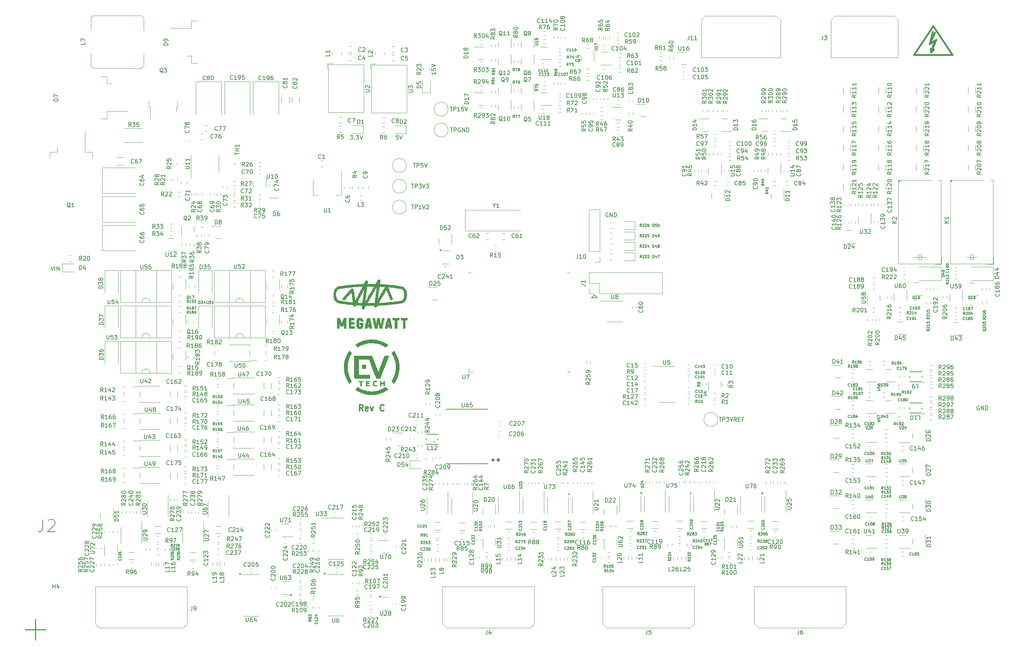
<source format=gbr>
%TF.GenerationSoftware,KiCad,Pcbnew,8.0.4*%
%TF.CreationDate,2024-11-14T11:07:33+03:00*%
%TF.ProjectId,EVD80_ControlBoard,45564438-305f-4436-9f6e-74726f6c426f,rev?*%
%TF.SameCoordinates,Original*%
%TF.FileFunction,Legend,Top*%
%TF.FilePolarity,Positive*%
%FSLAX46Y46*%
G04 Gerber Fmt 4.6, Leading zero omitted, Abs format (unit mm)*
G04 Created by KiCad (PCBNEW 8.0.4) date 2024-11-14 11:07:33*
%MOMM*%
%LPD*%
G01*
G04 APERTURE LIST*
%ADD10C,0.250000*%
%ADD11C,0.150000*%
%ADD12C,0.500000*%
%ADD13C,0.300000*%
%ADD14C,0.120000*%
%ADD15C,0.010000*%
%ADD16C,0.152400*%
%ADD17C,0.381000*%
%ADD18C,0.400000*%
G04 APERTURE END LIST*
D10*
X97460000Y-230000000D02*
X102540000Y-230000000D01*
D11*
X235700000Y-149100000D02*
X237100000Y-149100000D01*
X236375000Y-148400000D02*
X235700000Y-149100000D01*
D10*
X100000000Y-227460000D02*
X100000000Y-232540000D01*
D11*
X237100000Y-149100000D02*
X236375000Y-148400000D01*
D12*
X213099605Y-188655000D02*
G75*
G02*
X212740395Y-188655000I-179605J0D01*
G01*
X212740395Y-188655000D02*
G75*
G02*
X213099605Y-188655000I179605J0D01*
G01*
D11*
X330238095Y-175502438D02*
X330142857Y-175454819D01*
X330142857Y-175454819D02*
X330000000Y-175454819D01*
X330000000Y-175454819D02*
X329857143Y-175502438D01*
X329857143Y-175502438D02*
X329761905Y-175597676D01*
X329761905Y-175597676D02*
X329714286Y-175692914D01*
X329714286Y-175692914D02*
X329666667Y-175883390D01*
X329666667Y-175883390D02*
X329666667Y-176026247D01*
X329666667Y-176026247D02*
X329714286Y-176216723D01*
X329714286Y-176216723D02*
X329761905Y-176311961D01*
X329761905Y-176311961D02*
X329857143Y-176407200D01*
X329857143Y-176407200D02*
X330000000Y-176454819D01*
X330000000Y-176454819D02*
X330095238Y-176454819D01*
X330095238Y-176454819D02*
X330238095Y-176407200D01*
X330238095Y-176407200D02*
X330285714Y-176359580D01*
X330285714Y-176359580D02*
X330285714Y-176026247D01*
X330285714Y-176026247D02*
X330095238Y-176026247D01*
X330714286Y-176454819D02*
X330714286Y-175454819D01*
X330714286Y-175454819D02*
X331285714Y-176454819D01*
X331285714Y-176454819D02*
X331285714Y-175454819D01*
X331761905Y-176454819D02*
X331761905Y-175454819D01*
X331761905Y-175454819D02*
X332000000Y-175454819D01*
X332000000Y-175454819D02*
X332142857Y-175502438D01*
X332142857Y-175502438D02*
X332238095Y-175597676D01*
X332238095Y-175597676D02*
X332285714Y-175692914D01*
X332285714Y-175692914D02*
X332333333Y-175883390D01*
X332333333Y-175883390D02*
X332333333Y-176026247D01*
X332333333Y-176026247D02*
X332285714Y-176216723D01*
X332285714Y-176216723D02*
X332238095Y-176311961D01*
X332238095Y-176311961D02*
X332142857Y-176407200D01*
X332142857Y-176407200D02*
X332000000Y-176454819D01*
X332000000Y-176454819D02*
X331761905Y-176454819D01*
X266774571Y-178226819D02*
X267345999Y-178226819D01*
X267060285Y-179226819D02*
X267060285Y-178226819D01*
X267679333Y-179226819D02*
X267679333Y-178226819D01*
X267679333Y-178226819D02*
X268060285Y-178226819D01*
X268060285Y-178226819D02*
X268155523Y-178274438D01*
X268155523Y-178274438D02*
X268203142Y-178322057D01*
X268203142Y-178322057D02*
X268250761Y-178417295D01*
X268250761Y-178417295D02*
X268250761Y-178560152D01*
X268250761Y-178560152D02*
X268203142Y-178655390D01*
X268203142Y-178655390D02*
X268155523Y-178703009D01*
X268155523Y-178703009D02*
X268060285Y-178750628D01*
X268060285Y-178750628D02*
X267679333Y-178750628D01*
X268584095Y-178226819D02*
X269203142Y-178226819D01*
X269203142Y-178226819D02*
X268869809Y-178607771D01*
X268869809Y-178607771D02*
X269012666Y-178607771D01*
X269012666Y-178607771D02*
X269107904Y-178655390D01*
X269107904Y-178655390D02*
X269155523Y-178703009D01*
X269155523Y-178703009D02*
X269203142Y-178798247D01*
X269203142Y-178798247D02*
X269203142Y-179036342D01*
X269203142Y-179036342D02*
X269155523Y-179131580D01*
X269155523Y-179131580D02*
X269107904Y-179179200D01*
X269107904Y-179179200D02*
X269012666Y-179226819D01*
X269012666Y-179226819D02*
X268726952Y-179226819D01*
X268726952Y-179226819D02*
X268631714Y-179179200D01*
X268631714Y-179179200D02*
X268584095Y-179131580D01*
X269488857Y-178226819D02*
X269822190Y-179226819D01*
X269822190Y-179226819D02*
X270155523Y-178226819D01*
X271060285Y-179226819D02*
X270726952Y-178750628D01*
X270488857Y-179226819D02*
X270488857Y-178226819D01*
X270488857Y-178226819D02*
X270869809Y-178226819D01*
X270869809Y-178226819D02*
X270965047Y-178274438D01*
X270965047Y-178274438D02*
X271012666Y-178322057D01*
X271012666Y-178322057D02*
X271060285Y-178417295D01*
X271060285Y-178417295D02*
X271060285Y-178560152D01*
X271060285Y-178560152D02*
X271012666Y-178655390D01*
X271012666Y-178655390D02*
X270965047Y-178703009D01*
X270965047Y-178703009D02*
X270869809Y-178750628D01*
X270869809Y-178750628D02*
X270488857Y-178750628D01*
X271488857Y-178703009D02*
X271822190Y-178703009D01*
X271965047Y-179226819D02*
X271488857Y-179226819D01*
X271488857Y-179226819D02*
X271488857Y-178226819D01*
X271488857Y-178226819D02*
X271965047Y-178226819D01*
X272726952Y-178703009D02*
X272393619Y-178703009D01*
X272393619Y-179226819D02*
X272393619Y-178226819D01*
X272393619Y-178226819D02*
X272869809Y-178226819D01*
D13*
X179928571Y-176678328D02*
X179428571Y-175964042D01*
X179071428Y-176678328D02*
X179071428Y-175178328D01*
X179071428Y-175178328D02*
X179642857Y-175178328D01*
X179642857Y-175178328D02*
X179785714Y-175249757D01*
X179785714Y-175249757D02*
X179857143Y-175321185D01*
X179857143Y-175321185D02*
X179928571Y-175464042D01*
X179928571Y-175464042D02*
X179928571Y-175678328D01*
X179928571Y-175678328D02*
X179857143Y-175821185D01*
X179857143Y-175821185D02*
X179785714Y-175892614D01*
X179785714Y-175892614D02*
X179642857Y-175964042D01*
X179642857Y-175964042D02*
X179071428Y-175964042D01*
X181142857Y-176606900D02*
X181000000Y-176678328D01*
X181000000Y-176678328D02*
X180714286Y-176678328D01*
X180714286Y-176678328D02*
X180571428Y-176606900D01*
X180571428Y-176606900D02*
X180500000Y-176464042D01*
X180500000Y-176464042D02*
X180500000Y-175892614D01*
X180500000Y-175892614D02*
X180571428Y-175749757D01*
X180571428Y-175749757D02*
X180714286Y-175678328D01*
X180714286Y-175678328D02*
X181000000Y-175678328D01*
X181000000Y-175678328D02*
X181142857Y-175749757D01*
X181142857Y-175749757D02*
X181214286Y-175892614D01*
X181214286Y-175892614D02*
X181214286Y-176035471D01*
X181214286Y-176035471D02*
X180500000Y-176178328D01*
X181714285Y-175678328D02*
X182071428Y-176678328D01*
X182071428Y-176678328D02*
X182428571Y-175678328D01*
X184999999Y-176535471D02*
X184928571Y-176606900D01*
X184928571Y-176606900D02*
X184714285Y-176678328D01*
X184714285Y-176678328D02*
X184571428Y-176678328D01*
X184571428Y-176678328D02*
X184357142Y-176606900D01*
X184357142Y-176606900D02*
X184214285Y-176464042D01*
X184214285Y-176464042D02*
X184142856Y-176321185D01*
X184142856Y-176321185D02*
X184071428Y-176035471D01*
X184071428Y-176035471D02*
X184071428Y-175821185D01*
X184071428Y-175821185D02*
X184142856Y-175535471D01*
X184142856Y-175535471D02*
X184214285Y-175392614D01*
X184214285Y-175392614D02*
X184357142Y-175249757D01*
X184357142Y-175249757D02*
X184571428Y-175178328D01*
X184571428Y-175178328D02*
X184714285Y-175178328D01*
X184714285Y-175178328D02*
X184928571Y-175249757D01*
X184928571Y-175249757D02*
X184999999Y-175321185D01*
D11*
X191733333Y-121330819D02*
X192304761Y-121330819D01*
X192019047Y-122330819D02*
X192019047Y-121330819D01*
X192638095Y-122330819D02*
X192638095Y-121330819D01*
X192638095Y-121330819D02*
X193019047Y-121330819D01*
X193019047Y-121330819D02*
X193114285Y-121378438D01*
X193114285Y-121378438D02*
X193161904Y-121426057D01*
X193161904Y-121426057D02*
X193209523Y-121521295D01*
X193209523Y-121521295D02*
X193209523Y-121664152D01*
X193209523Y-121664152D02*
X193161904Y-121759390D01*
X193161904Y-121759390D02*
X193114285Y-121807009D01*
X193114285Y-121807009D02*
X193019047Y-121854628D01*
X193019047Y-121854628D02*
X192638095Y-121854628D01*
X193542857Y-121330819D02*
X194161904Y-121330819D01*
X194161904Y-121330819D02*
X193828571Y-121711771D01*
X193828571Y-121711771D02*
X193971428Y-121711771D01*
X193971428Y-121711771D02*
X194066666Y-121759390D01*
X194066666Y-121759390D02*
X194114285Y-121807009D01*
X194114285Y-121807009D02*
X194161904Y-121902247D01*
X194161904Y-121902247D02*
X194161904Y-122140342D01*
X194161904Y-122140342D02*
X194114285Y-122235580D01*
X194114285Y-122235580D02*
X194066666Y-122283200D01*
X194066666Y-122283200D02*
X193971428Y-122330819D01*
X193971428Y-122330819D02*
X193685714Y-122330819D01*
X193685714Y-122330819D02*
X193590476Y-122283200D01*
X193590476Y-122283200D02*
X193542857Y-122235580D01*
X194447619Y-121330819D02*
X194780952Y-122330819D01*
X194780952Y-122330819D02*
X195114285Y-121330819D01*
X195352381Y-121330819D02*
X195971428Y-121330819D01*
X195971428Y-121330819D02*
X195638095Y-121711771D01*
X195638095Y-121711771D02*
X195780952Y-121711771D01*
X195780952Y-121711771D02*
X195876190Y-121759390D01*
X195876190Y-121759390D02*
X195923809Y-121807009D01*
X195923809Y-121807009D02*
X195971428Y-121902247D01*
X195971428Y-121902247D02*
X195971428Y-122140342D01*
X195971428Y-122140342D02*
X195923809Y-122235580D01*
X195923809Y-122235580D02*
X195876190Y-122283200D01*
X195876190Y-122283200D02*
X195780952Y-122330819D01*
X195780952Y-122330819D02*
X195495238Y-122330819D01*
X195495238Y-122330819D02*
X195400000Y-122283200D01*
X195400000Y-122283200D02*
X195352381Y-122235580D01*
X176831810Y-109436819D02*
X177450857Y-109436819D01*
X177450857Y-109436819D02*
X177117524Y-109817771D01*
X177117524Y-109817771D02*
X177260381Y-109817771D01*
X177260381Y-109817771D02*
X177355619Y-109865390D01*
X177355619Y-109865390D02*
X177403238Y-109913009D01*
X177403238Y-109913009D02*
X177450857Y-110008247D01*
X177450857Y-110008247D02*
X177450857Y-110246342D01*
X177450857Y-110246342D02*
X177403238Y-110341580D01*
X177403238Y-110341580D02*
X177355619Y-110389200D01*
X177355619Y-110389200D02*
X177260381Y-110436819D01*
X177260381Y-110436819D02*
X176974667Y-110436819D01*
X176974667Y-110436819D02*
X176879429Y-110389200D01*
X176879429Y-110389200D02*
X176831810Y-110341580D01*
X177879429Y-110341580D02*
X177927048Y-110389200D01*
X177927048Y-110389200D02*
X177879429Y-110436819D01*
X177879429Y-110436819D02*
X177831810Y-110389200D01*
X177831810Y-110389200D02*
X177879429Y-110341580D01*
X177879429Y-110341580D02*
X177879429Y-110436819D01*
X178260381Y-109436819D02*
X178879428Y-109436819D01*
X178879428Y-109436819D02*
X178546095Y-109817771D01*
X178546095Y-109817771D02*
X178688952Y-109817771D01*
X178688952Y-109817771D02*
X178784190Y-109865390D01*
X178784190Y-109865390D02*
X178831809Y-109913009D01*
X178831809Y-109913009D02*
X178879428Y-110008247D01*
X178879428Y-110008247D02*
X178879428Y-110246342D01*
X178879428Y-110246342D02*
X178831809Y-110341580D01*
X178831809Y-110341580D02*
X178784190Y-110389200D01*
X178784190Y-110389200D02*
X178688952Y-110436819D01*
X178688952Y-110436819D02*
X178403238Y-110436819D01*
X178403238Y-110436819D02*
X178308000Y-110389200D01*
X178308000Y-110389200D02*
X178260381Y-110341580D01*
X179165143Y-109436819D02*
X179498476Y-110436819D01*
X179498476Y-110436819D02*
X179831809Y-109436819D01*
X201242476Y-107614819D02*
X201813904Y-107614819D01*
X201528190Y-108614819D02*
X201528190Y-107614819D01*
X202147238Y-108614819D02*
X202147238Y-107614819D01*
X202147238Y-107614819D02*
X202528190Y-107614819D01*
X202528190Y-107614819D02*
X202623428Y-107662438D01*
X202623428Y-107662438D02*
X202671047Y-107710057D01*
X202671047Y-107710057D02*
X202718666Y-107805295D01*
X202718666Y-107805295D02*
X202718666Y-107948152D01*
X202718666Y-107948152D02*
X202671047Y-108043390D01*
X202671047Y-108043390D02*
X202623428Y-108091009D01*
X202623428Y-108091009D02*
X202528190Y-108138628D01*
X202528190Y-108138628D02*
X202147238Y-108138628D01*
X203671047Y-107662438D02*
X203575809Y-107614819D01*
X203575809Y-107614819D02*
X203432952Y-107614819D01*
X203432952Y-107614819D02*
X203290095Y-107662438D01*
X203290095Y-107662438D02*
X203194857Y-107757676D01*
X203194857Y-107757676D02*
X203147238Y-107852914D01*
X203147238Y-107852914D02*
X203099619Y-108043390D01*
X203099619Y-108043390D02*
X203099619Y-108186247D01*
X203099619Y-108186247D02*
X203147238Y-108376723D01*
X203147238Y-108376723D02*
X203194857Y-108471961D01*
X203194857Y-108471961D02*
X203290095Y-108567200D01*
X203290095Y-108567200D02*
X203432952Y-108614819D01*
X203432952Y-108614819D02*
X203528190Y-108614819D01*
X203528190Y-108614819D02*
X203671047Y-108567200D01*
X203671047Y-108567200D02*
X203718666Y-108519580D01*
X203718666Y-108519580D02*
X203718666Y-108186247D01*
X203718666Y-108186247D02*
X203528190Y-108186247D01*
X204147238Y-108614819D02*
X204147238Y-107614819D01*
X204147238Y-107614819D02*
X204718666Y-108614819D01*
X204718666Y-108614819D02*
X204718666Y-107614819D01*
X205194857Y-108614819D02*
X205194857Y-107614819D01*
X205194857Y-107614819D02*
X205432952Y-107614819D01*
X205432952Y-107614819D02*
X205575809Y-107662438D01*
X205575809Y-107662438D02*
X205671047Y-107757676D01*
X205671047Y-107757676D02*
X205718666Y-107852914D01*
X205718666Y-107852914D02*
X205766285Y-108043390D01*
X205766285Y-108043390D02*
X205766285Y-108186247D01*
X205766285Y-108186247D02*
X205718666Y-108376723D01*
X205718666Y-108376723D02*
X205671047Y-108471961D01*
X205671047Y-108471961D02*
X205575809Y-108567200D01*
X205575809Y-108567200D02*
X205432952Y-108614819D01*
X205432952Y-108614819D02*
X205194857Y-108614819D01*
X201131333Y-102534819D02*
X201702761Y-102534819D01*
X201417047Y-103534819D02*
X201417047Y-102534819D01*
X202036095Y-103534819D02*
X202036095Y-102534819D01*
X202036095Y-102534819D02*
X202417047Y-102534819D01*
X202417047Y-102534819D02*
X202512285Y-102582438D01*
X202512285Y-102582438D02*
X202559904Y-102630057D01*
X202559904Y-102630057D02*
X202607523Y-102725295D01*
X202607523Y-102725295D02*
X202607523Y-102868152D01*
X202607523Y-102868152D02*
X202559904Y-102963390D01*
X202559904Y-102963390D02*
X202512285Y-103011009D01*
X202512285Y-103011009D02*
X202417047Y-103058628D01*
X202417047Y-103058628D02*
X202036095Y-103058628D01*
X203559904Y-103534819D02*
X202988476Y-103534819D01*
X203274190Y-103534819D02*
X203274190Y-102534819D01*
X203274190Y-102534819D02*
X203178952Y-102677676D01*
X203178952Y-102677676D02*
X203083714Y-102772914D01*
X203083714Y-102772914D02*
X202988476Y-102820533D01*
X204464666Y-102534819D02*
X203988476Y-102534819D01*
X203988476Y-102534819D02*
X203940857Y-103011009D01*
X203940857Y-103011009D02*
X203988476Y-102963390D01*
X203988476Y-102963390D02*
X204083714Y-102915771D01*
X204083714Y-102915771D02*
X204321809Y-102915771D01*
X204321809Y-102915771D02*
X204417047Y-102963390D01*
X204417047Y-102963390D02*
X204464666Y-103011009D01*
X204464666Y-103011009D02*
X204512285Y-103106247D01*
X204512285Y-103106247D02*
X204512285Y-103344342D01*
X204512285Y-103344342D02*
X204464666Y-103439580D01*
X204464666Y-103439580D02*
X204417047Y-103487200D01*
X204417047Y-103487200D02*
X204321809Y-103534819D01*
X204321809Y-103534819D02*
X204083714Y-103534819D01*
X204083714Y-103534819D02*
X203988476Y-103487200D01*
X203988476Y-103487200D02*
X203940857Y-103439580D01*
X204798000Y-102534819D02*
X205131333Y-103534819D01*
X205131333Y-103534819D02*
X205464666Y-102534819D01*
X191733333Y-126410819D02*
X192304761Y-126410819D01*
X192019047Y-127410819D02*
X192019047Y-126410819D01*
X192638095Y-127410819D02*
X192638095Y-126410819D01*
X192638095Y-126410819D02*
X193019047Y-126410819D01*
X193019047Y-126410819D02*
X193114285Y-126458438D01*
X193114285Y-126458438D02*
X193161904Y-126506057D01*
X193161904Y-126506057D02*
X193209523Y-126601295D01*
X193209523Y-126601295D02*
X193209523Y-126744152D01*
X193209523Y-126744152D02*
X193161904Y-126839390D01*
X193161904Y-126839390D02*
X193114285Y-126887009D01*
X193114285Y-126887009D02*
X193019047Y-126934628D01*
X193019047Y-126934628D02*
X192638095Y-126934628D01*
X194161904Y-127410819D02*
X193590476Y-127410819D01*
X193876190Y-127410819D02*
X193876190Y-126410819D01*
X193876190Y-126410819D02*
X193780952Y-126553676D01*
X193780952Y-126553676D02*
X193685714Y-126648914D01*
X193685714Y-126648914D02*
X193590476Y-126696533D01*
X194447619Y-126410819D02*
X194780952Y-127410819D01*
X194780952Y-127410819D02*
X195114285Y-126410819D01*
X195400000Y-126506057D02*
X195447619Y-126458438D01*
X195447619Y-126458438D02*
X195542857Y-126410819D01*
X195542857Y-126410819D02*
X195780952Y-126410819D01*
X195780952Y-126410819D02*
X195876190Y-126458438D01*
X195876190Y-126458438D02*
X195923809Y-126506057D01*
X195923809Y-126506057D02*
X195971428Y-126601295D01*
X195971428Y-126601295D02*
X195971428Y-126696533D01*
X195971428Y-126696533D02*
X195923809Y-126839390D01*
X195923809Y-126839390D02*
X195352381Y-127410819D01*
X195352381Y-127410819D02*
X195971428Y-127410819D01*
X192209524Y-116250819D02*
X192780952Y-116250819D01*
X192495238Y-117250819D02*
X192495238Y-116250819D01*
X193114286Y-117250819D02*
X193114286Y-116250819D01*
X193114286Y-116250819D02*
X193495238Y-116250819D01*
X193495238Y-116250819D02*
X193590476Y-116298438D01*
X193590476Y-116298438D02*
X193638095Y-116346057D01*
X193638095Y-116346057D02*
X193685714Y-116441295D01*
X193685714Y-116441295D02*
X193685714Y-116584152D01*
X193685714Y-116584152D02*
X193638095Y-116679390D01*
X193638095Y-116679390D02*
X193590476Y-116727009D01*
X193590476Y-116727009D02*
X193495238Y-116774628D01*
X193495238Y-116774628D02*
X193114286Y-116774628D01*
X194590476Y-116250819D02*
X194114286Y-116250819D01*
X194114286Y-116250819D02*
X194066667Y-116727009D01*
X194066667Y-116727009D02*
X194114286Y-116679390D01*
X194114286Y-116679390D02*
X194209524Y-116631771D01*
X194209524Y-116631771D02*
X194447619Y-116631771D01*
X194447619Y-116631771D02*
X194542857Y-116679390D01*
X194542857Y-116679390D02*
X194590476Y-116727009D01*
X194590476Y-116727009D02*
X194638095Y-116822247D01*
X194638095Y-116822247D02*
X194638095Y-117060342D01*
X194638095Y-117060342D02*
X194590476Y-117155580D01*
X194590476Y-117155580D02*
X194542857Y-117203200D01*
X194542857Y-117203200D02*
X194447619Y-117250819D01*
X194447619Y-117250819D02*
X194209524Y-117250819D01*
X194209524Y-117250819D02*
X194114286Y-117203200D01*
X194114286Y-117203200D02*
X194066667Y-117155580D01*
X194923810Y-116250819D02*
X195257143Y-117250819D01*
X195257143Y-117250819D02*
X195590476Y-116250819D01*
X197656819Y-94047047D02*
X197656819Y-94618475D01*
X197656819Y-94332761D02*
X196656819Y-94332761D01*
X196656819Y-94332761D02*
X196799676Y-94427999D01*
X196799676Y-94427999D02*
X196894914Y-94523237D01*
X196894914Y-94523237D02*
X196942533Y-94618475D01*
X196656819Y-93142285D02*
X196656819Y-93618475D01*
X196656819Y-93618475D02*
X197133009Y-93666094D01*
X197133009Y-93666094D02*
X197085390Y-93618475D01*
X197085390Y-93618475D02*
X197037771Y-93523237D01*
X197037771Y-93523237D02*
X197037771Y-93285142D01*
X197037771Y-93285142D02*
X197085390Y-93189904D01*
X197085390Y-93189904D02*
X197133009Y-93142285D01*
X197133009Y-93142285D02*
X197228247Y-93094666D01*
X197228247Y-93094666D02*
X197466342Y-93094666D01*
X197466342Y-93094666D02*
X197561580Y-93142285D01*
X197561580Y-93142285D02*
X197609200Y-93189904D01*
X197609200Y-93189904D02*
X197656819Y-93285142D01*
X197656819Y-93285142D02*
X197656819Y-93523237D01*
X197656819Y-93523237D02*
X197609200Y-93618475D01*
X197609200Y-93618475D02*
X197561580Y-93666094D01*
X196656819Y-92808951D02*
X197656819Y-92475618D01*
X197656819Y-92475618D02*
X196656819Y-92142285D01*
X188531523Y-109436819D02*
X188055333Y-109436819D01*
X188055333Y-109436819D02*
X188007714Y-109913009D01*
X188007714Y-109913009D02*
X188055333Y-109865390D01*
X188055333Y-109865390D02*
X188150571Y-109817771D01*
X188150571Y-109817771D02*
X188388666Y-109817771D01*
X188388666Y-109817771D02*
X188483904Y-109865390D01*
X188483904Y-109865390D02*
X188531523Y-109913009D01*
X188531523Y-109913009D02*
X188579142Y-110008247D01*
X188579142Y-110008247D02*
X188579142Y-110246342D01*
X188579142Y-110246342D02*
X188531523Y-110341580D01*
X188531523Y-110341580D02*
X188483904Y-110389200D01*
X188483904Y-110389200D02*
X188388666Y-110436819D01*
X188388666Y-110436819D02*
X188150571Y-110436819D01*
X188150571Y-110436819D02*
X188055333Y-110389200D01*
X188055333Y-110389200D02*
X188007714Y-110341580D01*
X188864857Y-109436819D02*
X189198190Y-110436819D01*
X189198190Y-110436819D02*
X189531523Y-109436819D01*
X101840551Y-203185722D02*
X101840551Y-205331683D01*
X101840551Y-205331683D02*
X101697486Y-205760875D01*
X101697486Y-205760875D02*
X101411358Y-206047004D01*
X101411358Y-206047004D02*
X100982166Y-206190068D01*
X100982166Y-206190068D02*
X100696038Y-206190068D01*
X103128128Y-203471850D02*
X103271192Y-203328786D01*
X103271192Y-203328786D02*
X103557320Y-203185722D01*
X103557320Y-203185722D02*
X104272641Y-203185722D01*
X104272641Y-203185722D02*
X104558769Y-203328786D01*
X104558769Y-203328786D02*
X104701833Y-203471850D01*
X104701833Y-203471850D02*
X104844897Y-203757978D01*
X104844897Y-203757978D02*
X104844897Y-204044106D01*
X104844897Y-204044106D02*
X104701833Y-204473298D01*
X104701833Y-204473298D02*
X102985064Y-206190068D01*
X102985064Y-206190068D02*
X104844897Y-206190068D01*
X103806762Y-141440819D02*
X104140095Y-142440819D01*
X104140095Y-142440819D02*
X104473428Y-141440819D01*
X104806762Y-142440819D02*
X104806762Y-141440819D01*
X105282952Y-142440819D02*
X105282952Y-141440819D01*
X105282952Y-141440819D02*
X105854380Y-142440819D01*
X105854380Y-142440819D02*
X105854380Y-141440819D01*
X239700095Y-128410438D02*
X239604857Y-128362819D01*
X239604857Y-128362819D02*
X239462000Y-128362819D01*
X239462000Y-128362819D02*
X239319143Y-128410438D01*
X239319143Y-128410438D02*
X239223905Y-128505676D01*
X239223905Y-128505676D02*
X239176286Y-128600914D01*
X239176286Y-128600914D02*
X239128667Y-128791390D01*
X239128667Y-128791390D02*
X239128667Y-128934247D01*
X239128667Y-128934247D02*
X239176286Y-129124723D01*
X239176286Y-129124723D02*
X239223905Y-129219961D01*
X239223905Y-129219961D02*
X239319143Y-129315200D01*
X239319143Y-129315200D02*
X239462000Y-129362819D01*
X239462000Y-129362819D02*
X239557238Y-129362819D01*
X239557238Y-129362819D02*
X239700095Y-129315200D01*
X239700095Y-129315200D02*
X239747714Y-129267580D01*
X239747714Y-129267580D02*
X239747714Y-128934247D01*
X239747714Y-128934247D02*
X239557238Y-128934247D01*
X240176286Y-129362819D02*
X240176286Y-128362819D01*
X240176286Y-128362819D02*
X240747714Y-129362819D01*
X240747714Y-129362819D02*
X240747714Y-128362819D01*
X241223905Y-129362819D02*
X241223905Y-128362819D01*
X241223905Y-128362819D02*
X241462000Y-128362819D01*
X241462000Y-128362819D02*
X241604857Y-128410438D01*
X241604857Y-128410438D02*
X241700095Y-128505676D01*
X241700095Y-128505676D02*
X241747714Y-128600914D01*
X241747714Y-128600914D02*
X241795333Y-128791390D01*
X241795333Y-128791390D02*
X241795333Y-128934247D01*
X241795333Y-128934247D02*
X241747714Y-129124723D01*
X241747714Y-129124723D02*
X241700095Y-129219961D01*
X241700095Y-129219961D02*
X241604857Y-129315200D01*
X241604857Y-129315200D02*
X241462000Y-129362819D01*
X241462000Y-129362819D02*
X241223905Y-129362819D01*
X202823905Y-139646819D02*
X202823905Y-138646819D01*
X202823905Y-138646819D02*
X203062000Y-138646819D01*
X203062000Y-138646819D02*
X203204857Y-138694438D01*
X203204857Y-138694438D02*
X203300095Y-138789676D01*
X203300095Y-138789676D02*
X203347714Y-138884914D01*
X203347714Y-138884914D02*
X203395333Y-139075390D01*
X203395333Y-139075390D02*
X203395333Y-139218247D01*
X203395333Y-139218247D02*
X203347714Y-139408723D01*
X203347714Y-139408723D02*
X203300095Y-139503961D01*
X203300095Y-139503961D02*
X203204857Y-139599200D01*
X203204857Y-139599200D02*
X203062000Y-139646819D01*
X203062000Y-139646819D02*
X202823905Y-139646819D01*
X203728667Y-138646819D02*
X204347714Y-138646819D01*
X204347714Y-138646819D02*
X204014381Y-139027771D01*
X204014381Y-139027771D02*
X204157238Y-139027771D01*
X204157238Y-139027771D02*
X204252476Y-139075390D01*
X204252476Y-139075390D02*
X204300095Y-139123009D01*
X204300095Y-139123009D02*
X204347714Y-139218247D01*
X204347714Y-139218247D02*
X204347714Y-139456342D01*
X204347714Y-139456342D02*
X204300095Y-139551580D01*
X204300095Y-139551580D02*
X204252476Y-139599200D01*
X204252476Y-139599200D02*
X204157238Y-139646819D01*
X204157238Y-139646819D02*
X203871524Y-139646819D01*
X203871524Y-139646819D02*
X203776286Y-139599200D01*
X203776286Y-139599200D02*
X203728667Y-139551580D01*
X116583819Y-155646285D02*
X115583819Y-155646285D01*
X115583819Y-155646285D02*
X115583819Y-155408190D01*
X115583819Y-155408190D02*
X115631438Y-155265333D01*
X115631438Y-155265333D02*
X115726676Y-155170095D01*
X115726676Y-155170095D02*
X115821914Y-155122476D01*
X115821914Y-155122476D02*
X116012390Y-155074857D01*
X116012390Y-155074857D02*
X116155247Y-155074857D01*
X116155247Y-155074857D02*
X116345723Y-155122476D01*
X116345723Y-155122476D02*
X116440961Y-155170095D01*
X116440961Y-155170095D02*
X116536200Y-155265333D01*
X116536200Y-155265333D02*
X116583819Y-155408190D01*
X116583819Y-155408190D02*
X116583819Y-155646285D01*
X115583819Y-154741523D02*
X115583819Y-154122476D01*
X115583819Y-154122476D02*
X115964771Y-154455809D01*
X115964771Y-154455809D02*
X115964771Y-154312952D01*
X115964771Y-154312952D02*
X116012390Y-154217714D01*
X116012390Y-154217714D02*
X116060009Y-154170095D01*
X116060009Y-154170095D02*
X116155247Y-154122476D01*
X116155247Y-154122476D02*
X116393342Y-154122476D01*
X116393342Y-154122476D02*
X116488580Y-154170095D01*
X116488580Y-154170095D02*
X116536200Y-154217714D01*
X116536200Y-154217714D02*
X116583819Y-154312952D01*
X116583819Y-154312952D02*
X116583819Y-154598666D01*
X116583819Y-154598666D02*
X116536200Y-154693904D01*
X116536200Y-154693904D02*
X116488580Y-154741523D01*
X115583819Y-153789142D02*
X115583819Y-153122476D01*
X115583819Y-153122476D02*
X116583819Y-153551047D01*
X131857905Y-137998819D02*
X131857905Y-138808342D01*
X131857905Y-138808342D02*
X131905524Y-138903580D01*
X131905524Y-138903580D02*
X131953143Y-138951200D01*
X131953143Y-138951200D02*
X132048381Y-138998819D01*
X132048381Y-138998819D02*
X132238857Y-138998819D01*
X132238857Y-138998819D02*
X132334095Y-138951200D01*
X132334095Y-138951200D02*
X132381714Y-138903580D01*
X132381714Y-138903580D02*
X132429333Y-138808342D01*
X132429333Y-138808342D02*
X132429333Y-137998819D01*
X133429333Y-138998819D02*
X132857905Y-138998819D01*
X133143619Y-138998819D02*
X133143619Y-137998819D01*
X133143619Y-137998819D02*
X133048381Y-138141676D01*
X133048381Y-138141676D02*
X132953143Y-138236914D01*
X132953143Y-138236914D02*
X132857905Y-138284533D01*
X133810286Y-138094057D02*
X133857905Y-138046438D01*
X133857905Y-138046438D02*
X133953143Y-137998819D01*
X133953143Y-137998819D02*
X134191238Y-137998819D01*
X134191238Y-137998819D02*
X134286476Y-138046438D01*
X134286476Y-138046438D02*
X134334095Y-138094057D01*
X134334095Y-138094057D02*
X134381714Y-138189295D01*
X134381714Y-138189295D02*
X134381714Y-138284533D01*
X134381714Y-138284533D02*
X134334095Y-138427390D01*
X134334095Y-138427390D02*
X133762667Y-138998819D01*
X133762667Y-138998819D02*
X134381714Y-138998819D01*
X321013952Y-168016819D02*
X320680619Y-167540628D01*
X320442524Y-168016819D02*
X320442524Y-167016819D01*
X320442524Y-167016819D02*
X320823476Y-167016819D01*
X320823476Y-167016819D02*
X320918714Y-167064438D01*
X320918714Y-167064438D02*
X320966333Y-167112057D01*
X320966333Y-167112057D02*
X321013952Y-167207295D01*
X321013952Y-167207295D02*
X321013952Y-167350152D01*
X321013952Y-167350152D02*
X320966333Y-167445390D01*
X320966333Y-167445390D02*
X320918714Y-167493009D01*
X320918714Y-167493009D02*
X320823476Y-167540628D01*
X320823476Y-167540628D02*
X320442524Y-167540628D01*
X321394905Y-167112057D02*
X321442524Y-167064438D01*
X321442524Y-167064438D02*
X321537762Y-167016819D01*
X321537762Y-167016819D02*
X321775857Y-167016819D01*
X321775857Y-167016819D02*
X321871095Y-167064438D01*
X321871095Y-167064438D02*
X321918714Y-167112057D01*
X321918714Y-167112057D02*
X321966333Y-167207295D01*
X321966333Y-167207295D02*
X321966333Y-167302533D01*
X321966333Y-167302533D02*
X321918714Y-167445390D01*
X321918714Y-167445390D02*
X321347286Y-168016819D01*
X321347286Y-168016819D02*
X321966333Y-168016819D01*
X322442524Y-168016819D02*
X322633000Y-168016819D01*
X322633000Y-168016819D02*
X322728238Y-167969200D01*
X322728238Y-167969200D02*
X322775857Y-167921580D01*
X322775857Y-167921580D02*
X322871095Y-167778723D01*
X322871095Y-167778723D02*
X322918714Y-167588247D01*
X322918714Y-167588247D02*
X322918714Y-167207295D01*
X322918714Y-167207295D02*
X322871095Y-167112057D01*
X322871095Y-167112057D02*
X322823476Y-167064438D01*
X322823476Y-167064438D02*
X322728238Y-167016819D01*
X322728238Y-167016819D02*
X322537762Y-167016819D01*
X322537762Y-167016819D02*
X322442524Y-167064438D01*
X322442524Y-167064438D02*
X322394905Y-167112057D01*
X322394905Y-167112057D02*
X322347286Y-167207295D01*
X322347286Y-167207295D02*
X322347286Y-167445390D01*
X322347286Y-167445390D02*
X322394905Y-167540628D01*
X322394905Y-167540628D02*
X322442524Y-167588247D01*
X322442524Y-167588247D02*
X322537762Y-167635866D01*
X322537762Y-167635866D02*
X322728238Y-167635866D01*
X322728238Y-167635866D02*
X322823476Y-167588247D01*
X322823476Y-167588247D02*
X322871095Y-167540628D01*
X322871095Y-167540628D02*
X322918714Y-167445390D01*
X323823476Y-167016819D02*
X323347286Y-167016819D01*
X323347286Y-167016819D02*
X323299667Y-167493009D01*
X323299667Y-167493009D02*
X323347286Y-167445390D01*
X323347286Y-167445390D02*
X323442524Y-167397771D01*
X323442524Y-167397771D02*
X323680619Y-167397771D01*
X323680619Y-167397771D02*
X323775857Y-167445390D01*
X323775857Y-167445390D02*
X323823476Y-167493009D01*
X323823476Y-167493009D02*
X323871095Y-167588247D01*
X323871095Y-167588247D02*
X323871095Y-167826342D01*
X323871095Y-167826342D02*
X323823476Y-167921580D01*
X323823476Y-167921580D02*
X323775857Y-167969200D01*
X323775857Y-167969200D02*
X323680619Y-168016819D01*
X323680619Y-168016819D02*
X323442524Y-168016819D01*
X323442524Y-168016819D02*
X323347286Y-167969200D01*
X323347286Y-167969200D02*
X323299667Y-167921580D01*
X140078819Y-164698047D02*
X139602628Y-165031380D01*
X140078819Y-165269475D02*
X139078819Y-165269475D01*
X139078819Y-165269475D02*
X139078819Y-164888523D01*
X139078819Y-164888523D02*
X139126438Y-164793285D01*
X139126438Y-164793285D02*
X139174057Y-164745666D01*
X139174057Y-164745666D02*
X139269295Y-164698047D01*
X139269295Y-164698047D02*
X139412152Y-164698047D01*
X139412152Y-164698047D02*
X139507390Y-164745666D01*
X139507390Y-164745666D02*
X139555009Y-164793285D01*
X139555009Y-164793285D02*
X139602628Y-164888523D01*
X139602628Y-164888523D02*
X139602628Y-165269475D01*
X140078819Y-163745666D02*
X140078819Y-164317094D01*
X140078819Y-164031380D02*
X139078819Y-164031380D01*
X139078819Y-164031380D02*
X139221676Y-164126618D01*
X139221676Y-164126618D02*
X139316914Y-164221856D01*
X139316914Y-164221856D02*
X139364533Y-164317094D01*
X139507390Y-163174237D02*
X139459771Y-163269475D01*
X139459771Y-163269475D02*
X139412152Y-163317094D01*
X139412152Y-163317094D02*
X139316914Y-163364713D01*
X139316914Y-163364713D02*
X139269295Y-163364713D01*
X139269295Y-163364713D02*
X139174057Y-163317094D01*
X139174057Y-163317094D02*
X139126438Y-163269475D01*
X139126438Y-163269475D02*
X139078819Y-163174237D01*
X139078819Y-163174237D02*
X139078819Y-162983761D01*
X139078819Y-162983761D02*
X139126438Y-162888523D01*
X139126438Y-162888523D02*
X139174057Y-162840904D01*
X139174057Y-162840904D02*
X139269295Y-162793285D01*
X139269295Y-162793285D02*
X139316914Y-162793285D01*
X139316914Y-162793285D02*
X139412152Y-162840904D01*
X139412152Y-162840904D02*
X139459771Y-162888523D01*
X139459771Y-162888523D02*
X139507390Y-162983761D01*
X139507390Y-162983761D02*
X139507390Y-163174237D01*
X139507390Y-163174237D02*
X139555009Y-163269475D01*
X139555009Y-163269475D02*
X139602628Y-163317094D01*
X139602628Y-163317094D02*
X139697866Y-163364713D01*
X139697866Y-163364713D02*
X139888342Y-163364713D01*
X139888342Y-163364713D02*
X139983580Y-163317094D01*
X139983580Y-163317094D02*
X140031200Y-163269475D01*
X140031200Y-163269475D02*
X140078819Y-163174237D01*
X140078819Y-163174237D02*
X140078819Y-162983761D01*
X140078819Y-162983761D02*
X140031200Y-162888523D01*
X140031200Y-162888523D02*
X139983580Y-162840904D01*
X139983580Y-162840904D02*
X139888342Y-162793285D01*
X139888342Y-162793285D02*
X139697866Y-162793285D01*
X139697866Y-162793285D02*
X139602628Y-162840904D01*
X139602628Y-162840904D02*
X139555009Y-162888523D01*
X139555009Y-162888523D02*
X139507390Y-162983761D01*
X139078819Y-162459951D02*
X139078819Y-161840904D01*
X139078819Y-161840904D02*
X139459771Y-162174237D01*
X139459771Y-162174237D02*
X139459771Y-162031380D01*
X139459771Y-162031380D02*
X139507390Y-161936142D01*
X139507390Y-161936142D02*
X139555009Y-161888523D01*
X139555009Y-161888523D02*
X139650247Y-161840904D01*
X139650247Y-161840904D02*
X139888342Y-161840904D01*
X139888342Y-161840904D02*
X139983580Y-161888523D01*
X139983580Y-161888523D02*
X140031200Y-161936142D01*
X140031200Y-161936142D02*
X140078819Y-162031380D01*
X140078819Y-162031380D02*
X140078819Y-162317094D01*
X140078819Y-162317094D02*
X140031200Y-162412332D01*
X140031200Y-162412332D02*
X139983580Y-162459951D01*
X140623819Y-199127047D02*
X140147628Y-199460380D01*
X140623819Y-199698475D02*
X139623819Y-199698475D01*
X139623819Y-199698475D02*
X139623819Y-199317523D01*
X139623819Y-199317523D02*
X139671438Y-199222285D01*
X139671438Y-199222285D02*
X139719057Y-199174666D01*
X139719057Y-199174666D02*
X139814295Y-199127047D01*
X139814295Y-199127047D02*
X139957152Y-199127047D01*
X139957152Y-199127047D02*
X140052390Y-199174666D01*
X140052390Y-199174666D02*
X140100009Y-199222285D01*
X140100009Y-199222285D02*
X140147628Y-199317523D01*
X140147628Y-199317523D02*
X140147628Y-199698475D01*
X139719057Y-198746094D02*
X139671438Y-198698475D01*
X139671438Y-198698475D02*
X139623819Y-198603237D01*
X139623819Y-198603237D02*
X139623819Y-198365142D01*
X139623819Y-198365142D02*
X139671438Y-198269904D01*
X139671438Y-198269904D02*
X139719057Y-198222285D01*
X139719057Y-198222285D02*
X139814295Y-198174666D01*
X139814295Y-198174666D02*
X139909533Y-198174666D01*
X139909533Y-198174666D02*
X140052390Y-198222285D01*
X140052390Y-198222285D02*
X140623819Y-198793713D01*
X140623819Y-198793713D02*
X140623819Y-198174666D01*
X139623819Y-197841332D02*
X139623819Y-197174666D01*
X139623819Y-197174666D02*
X140623819Y-197603237D01*
X140623819Y-196746094D02*
X140623819Y-196555618D01*
X140623819Y-196555618D02*
X140576200Y-196460380D01*
X140576200Y-196460380D02*
X140528580Y-196412761D01*
X140528580Y-196412761D02*
X140385723Y-196317523D01*
X140385723Y-196317523D02*
X140195247Y-196269904D01*
X140195247Y-196269904D02*
X139814295Y-196269904D01*
X139814295Y-196269904D02*
X139719057Y-196317523D01*
X139719057Y-196317523D02*
X139671438Y-196365142D01*
X139671438Y-196365142D02*
X139623819Y-196460380D01*
X139623819Y-196460380D02*
X139623819Y-196650856D01*
X139623819Y-196650856D02*
X139671438Y-196746094D01*
X139671438Y-196746094D02*
X139719057Y-196793713D01*
X139719057Y-196793713D02*
X139814295Y-196841332D01*
X139814295Y-196841332D02*
X140052390Y-196841332D01*
X140052390Y-196841332D02*
X140147628Y-196793713D01*
X140147628Y-196793713D02*
X140195247Y-196746094D01*
X140195247Y-196746094D02*
X140242866Y-196650856D01*
X140242866Y-196650856D02*
X140242866Y-196460380D01*
X140242866Y-196460380D02*
X140195247Y-196365142D01*
X140195247Y-196365142D02*
X140147628Y-196317523D01*
X140147628Y-196317523D02*
X140052390Y-196269904D01*
X286598580Y-118752857D02*
X286646200Y-118800476D01*
X286646200Y-118800476D02*
X286693819Y-118943333D01*
X286693819Y-118943333D02*
X286693819Y-119038571D01*
X286693819Y-119038571D02*
X286646200Y-119181428D01*
X286646200Y-119181428D02*
X286550961Y-119276666D01*
X286550961Y-119276666D02*
X286455723Y-119324285D01*
X286455723Y-119324285D02*
X286265247Y-119371904D01*
X286265247Y-119371904D02*
X286122390Y-119371904D01*
X286122390Y-119371904D02*
X285931914Y-119324285D01*
X285931914Y-119324285D02*
X285836676Y-119276666D01*
X285836676Y-119276666D02*
X285741438Y-119181428D01*
X285741438Y-119181428D02*
X285693819Y-119038571D01*
X285693819Y-119038571D02*
X285693819Y-118943333D01*
X285693819Y-118943333D02*
X285741438Y-118800476D01*
X285741438Y-118800476D02*
X285789057Y-118752857D01*
X286122390Y-118181428D02*
X286074771Y-118276666D01*
X286074771Y-118276666D02*
X286027152Y-118324285D01*
X286027152Y-118324285D02*
X285931914Y-118371904D01*
X285931914Y-118371904D02*
X285884295Y-118371904D01*
X285884295Y-118371904D02*
X285789057Y-118324285D01*
X285789057Y-118324285D02*
X285741438Y-118276666D01*
X285741438Y-118276666D02*
X285693819Y-118181428D01*
X285693819Y-118181428D02*
X285693819Y-117990952D01*
X285693819Y-117990952D02*
X285741438Y-117895714D01*
X285741438Y-117895714D02*
X285789057Y-117848095D01*
X285789057Y-117848095D02*
X285884295Y-117800476D01*
X285884295Y-117800476D02*
X285931914Y-117800476D01*
X285931914Y-117800476D02*
X286027152Y-117848095D01*
X286027152Y-117848095D02*
X286074771Y-117895714D01*
X286074771Y-117895714D02*
X286122390Y-117990952D01*
X286122390Y-117990952D02*
X286122390Y-118181428D01*
X286122390Y-118181428D02*
X286170009Y-118276666D01*
X286170009Y-118276666D02*
X286217628Y-118324285D01*
X286217628Y-118324285D02*
X286312866Y-118371904D01*
X286312866Y-118371904D02*
X286503342Y-118371904D01*
X286503342Y-118371904D02*
X286598580Y-118324285D01*
X286598580Y-118324285D02*
X286646200Y-118276666D01*
X286646200Y-118276666D02*
X286693819Y-118181428D01*
X286693819Y-118181428D02*
X286693819Y-117990952D01*
X286693819Y-117990952D02*
X286646200Y-117895714D01*
X286646200Y-117895714D02*
X286598580Y-117848095D01*
X286598580Y-117848095D02*
X286503342Y-117800476D01*
X286503342Y-117800476D02*
X286312866Y-117800476D01*
X286312866Y-117800476D02*
X286217628Y-117848095D01*
X286217628Y-117848095D02*
X286170009Y-117895714D01*
X286170009Y-117895714D02*
X286122390Y-117990952D01*
X285693819Y-117467142D02*
X285693819Y-116800476D01*
X285693819Y-116800476D02*
X286693819Y-117229047D01*
X206801580Y-213527047D02*
X206849200Y-213574666D01*
X206849200Y-213574666D02*
X206896819Y-213717523D01*
X206896819Y-213717523D02*
X206896819Y-213812761D01*
X206896819Y-213812761D02*
X206849200Y-213955618D01*
X206849200Y-213955618D02*
X206753961Y-214050856D01*
X206753961Y-214050856D02*
X206658723Y-214098475D01*
X206658723Y-214098475D02*
X206468247Y-214146094D01*
X206468247Y-214146094D02*
X206325390Y-214146094D01*
X206325390Y-214146094D02*
X206134914Y-214098475D01*
X206134914Y-214098475D02*
X206039676Y-214050856D01*
X206039676Y-214050856D02*
X205944438Y-213955618D01*
X205944438Y-213955618D02*
X205896819Y-213812761D01*
X205896819Y-213812761D02*
X205896819Y-213717523D01*
X205896819Y-213717523D02*
X205944438Y-213574666D01*
X205944438Y-213574666D02*
X205992057Y-213527047D01*
X206896819Y-212574666D02*
X206896819Y-213146094D01*
X206896819Y-212860380D02*
X205896819Y-212860380D01*
X205896819Y-212860380D02*
X206039676Y-212955618D01*
X206039676Y-212955618D02*
X206134914Y-213050856D01*
X206134914Y-213050856D02*
X206182533Y-213146094D01*
X205992057Y-212193713D02*
X205944438Y-212146094D01*
X205944438Y-212146094D02*
X205896819Y-212050856D01*
X205896819Y-212050856D02*
X205896819Y-211812761D01*
X205896819Y-211812761D02*
X205944438Y-211717523D01*
X205944438Y-211717523D02*
X205992057Y-211669904D01*
X205992057Y-211669904D02*
X206087295Y-211622285D01*
X206087295Y-211622285D02*
X206182533Y-211622285D01*
X206182533Y-211622285D02*
X206325390Y-211669904D01*
X206325390Y-211669904D02*
X206896819Y-212241332D01*
X206896819Y-212241332D02*
X206896819Y-211622285D01*
X206325390Y-211050856D02*
X206277771Y-211146094D01*
X206277771Y-211146094D02*
X206230152Y-211193713D01*
X206230152Y-211193713D02*
X206134914Y-211241332D01*
X206134914Y-211241332D02*
X206087295Y-211241332D01*
X206087295Y-211241332D02*
X205992057Y-211193713D01*
X205992057Y-211193713D02*
X205944438Y-211146094D01*
X205944438Y-211146094D02*
X205896819Y-211050856D01*
X205896819Y-211050856D02*
X205896819Y-210860380D01*
X205896819Y-210860380D02*
X205944438Y-210765142D01*
X205944438Y-210765142D02*
X205992057Y-210717523D01*
X205992057Y-210717523D02*
X206087295Y-210669904D01*
X206087295Y-210669904D02*
X206134914Y-210669904D01*
X206134914Y-210669904D02*
X206230152Y-210717523D01*
X206230152Y-210717523D02*
X206277771Y-210765142D01*
X206277771Y-210765142D02*
X206325390Y-210860380D01*
X206325390Y-210860380D02*
X206325390Y-211050856D01*
X206325390Y-211050856D02*
X206373009Y-211146094D01*
X206373009Y-211146094D02*
X206420628Y-211193713D01*
X206420628Y-211193713D02*
X206515866Y-211241332D01*
X206515866Y-211241332D02*
X206706342Y-211241332D01*
X206706342Y-211241332D02*
X206801580Y-211193713D01*
X206801580Y-211193713D02*
X206849200Y-211146094D01*
X206849200Y-211146094D02*
X206896819Y-211050856D01*
X206896819Y-211050856D02*
X206896819Y-210860380D01*
X206896819Y-210860380D02*
X206849200Y-210765142D01*
X206849200Y-210765142D02*
X206801580Y-210717523D01*
X206801580Y-210717523D02*
X206706342Y-210669904D01*
X206706342Y-210669904D02*
X206515866Y-210669904D01*
X206515866Y-210669904D02*
X206420628Y-210717523D01*
X206420628Y-210717523D02*
X206373009Y-210765142D01*
X206373009Y-210765142D02*
X206325390Y-210860380D01*
X143722618Y-188128902D02*
X143505951Y-187819378D01*
X143351189Y-188128902D02*
X143351189Y-187478902D01*
X143351189Y-187478902D02*
X143598808Y-187478902D01*
X143598808Y-187478902D02*
X143660713Y-187509854D01*
X143660713Y-187509854D02*
X143691666Y-187540807D01*
X143691666Y-187540807D02*
X143722618Y-187602711D01*
X143722618Y-187602711D02*
X143722618Y-187695569D01*
X143722618Y-187695569D02*
X143691666Y-187757473D01*
X143691666Y-187757473D02*
X143660713Y-187788426D01*
X143660713Y-187788426D02*
X143598808Y-187819378D01*
X143598808Y-187819378D02*
X143351189Y-187819378D01*
X144341666Y-188128902D02*
X143970237Y-188128902D01*
X144155951Y-188128902D02*
X144155951Y-187478902D01*
X144155951Y-187478902D02*
X144094047Y-187571759D01*
X144094047Y-187571759D02*
X144032142Y-187633664D01*
X144032142Y-187633664D02*
X143970237Y-187664616D01*
X144898809Y-187695569D02*
X144898809Y-188128902D01*
X144744047Y-187447950D02*
X144589285Y-187912235D01*
X144589285Y-187912235D02*
X144991666Y-187912235D01*
X145517857Y-187478902D02*
X145394047Y-187478902D01*
X145394047Y-187478902D02*
X145332143Y-187509854D01*
X145332143Y-187509854D02*
X145301190Y-187540807D01*
X145301190Y-187540807D02*
X145239285Y-187633664D01*
X145239285Y-187633664D02*
X145208333Y-187757473D01*
X145208333Y-187757473D02*
X145208333Y-188005092D01*
X145208333Y-188005092D02*
X145239285Y-188066997D01*
X145239285Y-188066997D02*
X145270238Y-188097950D01*
X145270238Y-188097950D02*
X145332143Y-188128902D01*
X145332143Y-188128902D02*
X145455952Y-188128902D01*
X145455952Y-188128902D02*
X145517857Y-188097950D01*
X145517857Y-188097950D02*
X145548809Y-188066997D01*
X145548809Y-188066997D02*
X145579762Y-188005092D01*
X145579762Y-188005092D02*
X145579762Y-187850330D01*
X145579762Y-187850330D02*
X145548809Y-187788426D01*
X145548809Y-187788426D02*
X145517857Y-187757473D01*
X145517857Y-187757473D02*
X145455952Y-187726521D01*
X145455952Y-187726521D02*
X145332143Y-187726521D01*
X145332143Y-187726521D02*
X145270238Y-187757473D01*
X145270238Y-187757473D02*
X145239285Y-187788426D01*
X145239285Y-187788426D02*
X145208333Y-187850330D01*
X216930142Y-96815902D02*
X216713475Y-96506378D01*
X216558713Y-96815902D02*
X216558713Y-96165902D01*
X216558713Y-96165902D02*
X216806332Y-96165902D01*
X216806332Y-96165902D02*
X216868237Y-96196854D01*
X216868237Y-96196854D02*
X216899190Y-96227807D01*
X216899190Y-96227807D02*
X216930142Y-96289711D01*
X216930142Y-96289711D02*
X216930142Y-96382569D01*
X216930142Y-96382569D02*
X216899190Y-96444473D01*
X216899190Y-96444473D02*
X216868237Y-96475426D01*
X216868237Y-96475426D02*
X216806332Y-96506378D01*
X216806332Y-96506378D02*
X216558713Y-96506378D01*
X217146809Y-96165902D02*
X217580142Y-96165902D01*
X217580142Y-96165902D02*
X217301571Y-96815902D01*
X217858714Y-96815902D02*
X217982523Y-96815902D01*
X217982523Y-96815902D02*
X218044428Y-96784950D01*
X218044428Y-96784950D02*
X218075380Y-96753997D01*
X218075380Y-96753997D02*
X218137285Y-96661140D01*
X218137285Y-96661140D02*
X218168238Y-96537330D01*
X218168238Y-96537330D02*
X218168238Y-96289711D01*
X218168238Y-96289711D02*
X218137285Y-96227807D01*
X218137285Y-96227807D02*
X218106333Y-96196854D01*
X218106333Y-96196854D02*
X218044428Y-96165902D01*
X218044428Y-96165902D02*
X217920619Y-96165902D01*
X217920619Y-96165902D02*
X217858714Y-96196854D01*
X217858714Y-96196854D02*
X217827761Y-96227807D01*
X217827761Y-96227807D02*
X217796809Y-96289711D01*
X217796809Y-96289711D02*
X217796809Y-96444473D01*
X217796809Y-96444473D02*
X217827761Y-96506378D01*
X217827761Y-96506378D02*
X217858714Y-96537330D01*
X217858714Y-96537330D02*
X217920619Y-96568283D01*
X217920619Y-96568283D02*
X218044428Y-96568283D01*
X218044428Y-96568283D02*
X218106333Y-96537330D01*
X218106333Y-96537330D02*
X218137285Y-96506378D01*
X218137285Y-96506378D02*
X218168238Y-96444473D01*
X133711771Y-212679428D02*
X133426057Y-212879428D01*
X133711771Y-213022285D02*
X133111771Y-213022285D01*
X133111771Y-213022285D02*
X133111771Y-212793714D01*
X133111771Y-212793714D02*
X133140342Y-212736571D01*
X133140342Y-212736571D02*
X133168914Y-212708000D01*
X133168914Y-212708000D02*
X133226057Y-212679428D01*
X133226057Y-212679428D02*
X133311771Y-212679428D01*
X133311771Y-212679428D02*
X133368914Y-212708000D01*
X133368914Y-212708000D02*
X133397485Y-212736571D01*
X133397485Y-212736571D02*
X133426057Y-212793714D01*
X133426057Y-212793714D02*
X133426057Y-213022285D01*
X133168914Y-212450857D02*
X133140342Y-212422285D01*
X133140342Y-212422285D02*
X133111771Y-212365143D01*
X133111771Y-212365143D02*
X133111771Y-212222285D01*
X133111771Y-212222285D02*
X133140342Y-212165143D01*
X133140342Y-212165143D02*
X133168914Y-212136571D01*
X133168914Y-212136571D02*
X133226057Y-212108000D01*
X133226057Y-212108000D02*
X133283200Y-212108000D01*
X133283200Y-212108000D02*
X133368914Y-212136571D01*
X133368914Y-212136571D02*
X133711771Y-212479428D01*
X133711771Y-212479428D02*
X133711771Y-212108000D01*
X133111771Y-211907999D02*
X133111771Y-211536571D01*
X133111771Y-211536571D02*
X133340342Y-211736571D01*
X133340342Y-211736571D02*
X133340342Y-211650856D01*
X133340342Y-211650856D02*
X133368914Y-211593714D01*
X133368914Y-211593714D02*
X133397485Y-211565142D01*
X133397485Y-211565142D02*
X133454628Y-211536571D01*
X133454628Y-211536571D02*
X133597485Y-211536571D01*
X133597485Y-211536571D02*
X133654628Y-211565142D01*
X133654628Y-211565142D02*
X133683200Y-211593714D01*
X133683200Y-211593714D02*
X133711771Y-211650856D01*
X133711771Y-211650856D02*
X133711771Y-211822285D01*
X133711771Y-211822285D02*
X133683200Y-211879428D01*
X133683200Y-211879428D02*
X133654628Y-211907999D01*
X133111771Y-211022285D02*
X133111771Y-211136570D01*
X133111771Y-211136570D02*
X133140342Y-211193713D01*
X133140342Y-211193713D02*
X133168914Y-211222285D01*
X133168914Y-211222285D02*
X133254628Y-211279427D01*
X133254628Y-211279427D02*
X133368914Y-211307999D01*
X133368914Y-211307999D02*
X133597485Y-211307999D01*
X133597485Y-211307999D02*
X133654628Y-211279427D01*
X133654628Y-211279427D02*
X133683200Y-211250856D01*
X133683200Y-211250856D02*
X133711771Y-211193713D01*
X133711771Y-211193713D02*
X133711771Y-211079427D01*
X133711771Y-211079427D02*
X133683200Y-211022285D01*
X133683200Y-211022285D02*
X133654628Y-210993713D01*
X133654628Y-210993713D02*
X133597485Y-210965142D01*
X133597485Y-210965142D02*
X133454628Y-210965142D01*
X133454628Y-210965142D02*
X133397485Y-210993713D01*
X133397485Y-210993713D02*
X133368914Y-211022285D01*
X133368914Y-211022285D02*
X133340342Y-211079427D01*
X133340342Y-211079427D02*
X133340342Y-211193713D01*
X133340342Y-211193713D02*
X133368914Y-211250856D01*
X133368914Y-211250856D02*
X133397485Y-211279427D01*
X133397485Y-211279427D02*
X133454628Y-211307999D01*
X194366819Y-214127047D02*
X193890628Y-214460380D01*
X194366819Y-214698475D02*
X193366819Y-214698475D01*
X193366819Y-214698475D02*
X193366819Y-214317523D01*
X193366819Y-214317523D02*
X193414438Y-214222285D01*
X193414438Y-214222285D02*
X193462057Y-214174666D01*
X193462057Y-214174666D02*
X193557295Y-214127047D01*
X193557295Y-214127047D02*
X193700152Y-214127047D01*
X193700152Y-214127047D02*
X193795390Y-214174666D01*
X193795390Y-214174666D02*
X193843009Y-214222285D01*
X193843009Y-214222285D02*
X193890628Y-214317523D01*
X193890628Y-214317523D02*
X193890628Y-214698475D01*
X193462057Y-213746094D02*
X193414438Y-213698475D01*
X193414438Y-213698475D02*
X193366819Y-213603237D01*
X193366819Y-213603237D02*
X193366819Y-213365142D01*
X193366819Y-213365142D02*
X193414438Y-213269904D01*
X193414438Y-213269904D02*
X193462057Y-213222285D01*
X193462057Y-213222285D02*
X193557295Y-213174666D01*
X193557295Y-213174666D02*
X193652533Y-213174666D01*
X193652533Y-213174666D02*
X193795390Y-213222285D01*
X193795390Y-213222285D02*
X194366819Y-213793713D01*
X194366819Y-213793713D02*
X194366819Y-213174666D01*
X193366819Y-212841332D02*
X193366819Y-212222285D01*
X193366819Y-212222285D02*
X193747771Y-212555618D01*
X193747771Y-212555618D02*
X193747771Y-212412761D01*
X193747771Y-212412761D02*
X193795390Y-212317523D01*
X193795390Y-212317523D02*
X193843009Y-212269904D01*
X193843009Y-212269904D02*
X193938247Y-212222285D01*
X193938247Y-212222285D02*
X194176342Y-212222285D01*
X194176342Y-212222285D02*
X194271580Y-212269904D01*
X194271580Y-212269904D02*
X194319200Y-212317523D01*
X194319200Y-212317523D02*
X194366819Y-212412761D01*
X194366819Y-212412761D02*
X194366819Y-212698475D01*
X194366819Y-212698475D02*
X194319200Y-212793713D01*
X194319200Y-212793713D02*
X194271580Y-212841332D01*
X193366819Y-211603237D02*
X193366819Y-211507999D01*
X193366819Y-211507999D02*
X193414438Y-211412761D01*
X193414438Y-211412761D02*
X193462057Y-211365142D01*
X193462057Y-211365142D02*
X193557295Y-211317523D01*
X193557295Y-211317523D02*
X193747771Y-211269904D01*
X193747771Y-211269904D02*
X193985866Y-211269904D01*
X193985866Y-211269904D02*
X194176342Y-211317523D01*
X194176342Y-211317523D02*
X194271580Y-211365142D01*
X194271580Y-211365142D02*
X194319200Y-211412761D01*
X194319200Y-211412761D02*
X194366819Y-211507999D01*
X194366819Y-211507999D02*
X194366819Y-211603237D01*
X194366819Y-211603237D02*
X194319200Y-211698475D01*
X194319200Y-211698475D02*
X194271580Y-211746094D01*
X194271580Y-211746094D02*
X194176342Y-211793713D01*
X194176342Y-211793713D02*
X193985866Y-211841332D01*
X193985866Y-211841332D02*
X193747771Y-211841332D01*
X193747771Y-211841332D02*
X193557295Y-211793713D01*
X193557295Y-211793713D02*
X193462057Y-211746094D01*
X193462057Y-211746094D02*
X193414438Y-211698475D01*
X193414438Y-211698475D02*
X193366819Y-211603237D01*
X299942618Y-172750902D02*
X299725951Y-172441378D01*
X299571189Y-172750902D02*
X299571189Y-172100902D01*
X299571189Y-172100902D02*
X299818808Y-172100902D01*
X299818808Y-172100902D02*
X299880713Y-172131854D01*
X299880713Y-172131854D02*
X299911666Y-172162807D01*
X299911666Y-172162807D02*
X299942618Y-172224711D01*
X299942618Y-172224711D02*
X299942618Y-172317569D01*
X299942618Y-172317569D02*
X299911666Y-172379473D01*
X299911666Y-172379473D02*
X299880713Y-172410426D01*
X299880713Y-172410426D02*
X299818808Y-172441378D01*
X299818808Y-172441378D02*
X299571189Y-172441378D01*
X300561666Y-172750902D02*
X300190237Y-172750902D01*
X300375951Y-172750902D02*
X300375951Y-172100902D01*
X300375951Y-172100902D02*
X300314047Y-172193759D01*
X300314047Y-172193759D02*
X300252142Y-172255664D01*
X300252142Y-172255664D02*
X300190237Y-172286616D01*
X300871190Y-172750902D02*
X300994999Y-172750902D01*
X300994999Y-172750902D02*
X301056904Y-172719950D01*
X301056904Y-172719950D02*
X301087856Y-172688997D01*
X301087856Y-172688997D02*
X301149761Y-172596140D01*
X301149761Y-172596140D02*
X301180714Y-172472330D01*
X301180714Y-172472330D02*
X301180714Y-172224711D01*
X301180714Y-172224711D02*
X301149761Y-172162807D01*
X301149761Y-172162807D02*
X301118809Y-172131854D01*
X301118809Y-172131854D02*
X301056904Y-172100902D01*
X301056904Y-172100902D02*
X300933095Y-172100902D01*
X300933095Y-172100902D02*
X300871190Y-172131854D01*
X300871190Y-172131854D02*
X300840237Y-172162807D01*
X300840237Y-172162807D02*
X300809285Y-172224711D01*
X300809285Y-172224711D02*
X300809285Y-172379473D01*
X300809285Y-172379473D02*
X300840237Y-172441378D01*
X300840237Y-172441378D02*
X300871190Y-172472330D01*
X300871190Y-172472330D02*
X300933095Y-172503283D01*
X300933095Y-172503283D02*
X301056904Y-172503283D01*
X301056904Y-172503283D02*
X301118809Y-172472330D01*
X301118809Y-172472330D02*
X301149761Y-172441378D01*
X301149761Y-172441378D02*
X301180714Y-172379473D01*
X301397381Y-172100902D02*
X301830714Y-172100902D01*
X301830714Y-172100902D02*
X301552143Y-172750902D01*
X114201580Y-215327047D02*
X114249200Y-215374666D01*
X114249200Y-215374666D02*
X114296819Y-215517523D01*
X114296819Y-215517523D02*
X114296819Y-215612761D01*
X114296819Y-215612761D02*
X114249200Y-215755618D01*
X114249200Y-215755618D02*
X114153961Y-215850856D01*
X114153961Y-215850856D02*
X114058723Y-215898475D01*
X114058723Y-215898475D02*
X113868247Y-215946094D01*
X113868247Y-215946094D02*
X113725390Y-215946094D01*
X113725390Y-215946094D02*
X113534914Y-215898475D01*
X113534914Y-215898475D02*
X113439676Y-215850856D01*
X113439676Y-215850856D02*
X113344438Y-215755618D01*
X113344438Y-215755618D02*
X113296819Y-215612761D01*
X113296819Y-215612761D02*
X113296819Y-215517523D01*
X113296819Y-215517523D02*
X113344438Y-215374666D01*
X113344438Y-215374666D02*
X113392057Y-215327047D01*
X113392057Y-214946094D02*
X113344438Y-214898475D01*
X113344438Y-214898475D02*
X113296819Y-214803237D01*
X113296819Y-214803237D02*
X113296819Y-214565142D01*
X113296819Y-214565142D02*
X113344438Y-214469904D01*
X113344438Y-214469904D02*
X113392057Y-214422285D01*
X113392057Y-214422285D02*
X113487295Y-214374666D01*
X113487295Y-214374666D02*
X113582533Y-214374666D01*
X113582533Y-214374666D02*
X113725390Y-214422285D01*
X113725390Y-214422285D02*
X114296819Y-214993713D01*
X114296819Y-214993713D02*
X114296819Y-214374666D01*
X113392057Y-213993713D02*
X113344438Y-213946094D01*
X113344438Y-213946094D02*
X113296819Y-213850856D01*
X113296819Y-213850856D02*
X113296819Y-213612761D01*
X113296819Y-213612761D02*
X113344438Y-213517523D01*
X113344438Y-213517523D02*
X113392057Y-213469904D01*
X113392057Y-213469904D02*
X113487295Y-213422285D01*
X113487295Y-213422285D02*
X113582533Y-213422285D01*
X113582533Y-213422285D02*
X113725390Y-213469904D01*
X113725390Y-213469904D02*
X114296819Y-214041332D01*
X114296819Y-214041332D02*
X114296819Y-213422285D01*
X113296819Y-213088951D02*
X113296819Y-212422285D01*
X113296819Y-212422285D02*
X114296819Y-212850856D01*
X172480095Y-227262819D02*
X172480095Y-228072342D01*
X172480095Y-228072342D02*
X172527714Y-228167580D01*
X172527714Y-228167580D02*
X172575333Y-228215200D01*
X172575333Y-228215200D02*
X172670571Y-228262819D01*
X172670571Y-228262819D02*
X172861047Y-228262819D01*
X172861047Y-228262819D02*
X172956285Y-228215200D01*
X172956285Y-228215200D02*
X173003904Y-228167580D01*
X173003904Y-228167580D02*
X173051523Y-228072342D01*
X173051523Y-228072342D02*
X173051523Y-227262819D01*
X173956285Y-227262819D02*
X173765809Y-227262819D01*
X173765809Y-227262819D02*
X173670571Y-227310438D01*
X173670571Y-227310438D02*
X173622952Y-227358057D01*
X173622952Y-227358057D02*
X173527714Y-227500914D01*
X173527714Y-227500914D02*
X173480095Y-227691390D01*
X173480095Y-227691390D02*
X173480095Y-228072342D01*
X173480095Y-228072342D02*
X173527714Y-228167580D01*
X173527714Y-228167580D02*
X173575333Y-228215200D01*
X173575333Y-228215200D02*
X173670571Y-228262819D01*
X173670571Y-228262819D02*
X173861047Y-228262819D01*
X173861047Y-228262819D02*
X173956285Y-228215200D01*
X173956285Y-228215200D02*
X174003904Y-228167580D01*
X174003904Y-228167580D02*
X174051523Y-228072342D01*
X174051523Y-228072342D02*
X174051523Y-227834247D01*
X174051523Y-227834247D02*
X174003904Y-227739009D01*
X174003904Y-227739009D02*
X173956285Y-227691390D01*
X173956285Y-227691390D02*
X173861047Y-227643771D01*
X173861047Y-227643771D02*
X173670571Y-227643771D01*
X173670571Y-227643771D02*
X173575333Y-227691390D01*
X173575333Y-227691390D02*
X173527714Y-227739009D01*
X173527714Y-227739009D02*
X173480095Y-227834247D01*
X132662952Y-189719580D02*
X132615333Y-189767200D01*
X132615333Y-189767200D02*
X132472476Y-189814819D01*
X132472476Y-189814819D02*
X132377238Y-189814819D01*
X132377238Y-189814819D02*
X132234381Y-189767200D01*
X132234381Y-189767200D02*
X132139143Y-189671961D01*
X132139143Y-189671961D02*
X132091524Y-189576723D01*
X132091524Y-189576723D02*
X132043905Y-189386247D01*
X132043905Y-189386247D02*
X132043905Y-189243390D01*
X132043905Y-189243390D02*
X132091524Y-189052914D01*
X132091524Y-189052914D02*
X132139143Y-188957676D01*
X132139143Y-188957676D02*
X132234381Y-188862438D01*
X132234381Y-188862438D02*
X132377238Y-188814819D01*
X132377238Y-188814819D02*
X132472476Y-188814819D01*
X132472476Y-188814819D02*
X132615333Y-188862438D01*
X132615333Y-188862438D02*
X132662952Y-188910057D01*
X133615333Y-189814819D02*
X133043905Y-189814819D01*
X133329619Y-189814819D02*
X133329619Y-188814819D01*
X133329619Y-188814819D02*
X133234381Y-188957676D01*
X133234381Y-188957676D02*
X133139143Y-189052914D01*
X133139143Y-189052914D02*
X133043905Y-189100533D01*
X133948667Y-188814819D02*
X134615333Y-188814819D01*
X134615333Y-188814819D02*
X134186762Y-189814819D01*
X135472476Y-188814819D02*
X134996286Y-188814819D01*
X134996286Y-188814819D02*
X134948667Y-189291009D01*
X134948667Y-189291009D02*
X134996286Y-189243390D01*
X134996286Y-189243390D02*
X135091524Y-189195771D01*
X135091524Y-189195771D02*
X135329619Y-189195771D01*
X135329619Y-189195771D02*
X135424857Y-189243390D01*
X135424857Y-189243390D02*
X135472476Y-189291009D01*
X135472476Y-189291009D02*
X135520095Y-189386247D01*
X135520095Y-189386247D02*
X135520095Y-189624342D01*
X135520095Y-189624342D02*
X135472476Y-189719580D01*
X135472476Y-189719580D02*
X135424857Y-189767200D01*
X135424857Y-189767200D02*
X135329619Y-189814819D01*
X135329619Y-189814819D02*
X135091524Y-189814819D01*
X135091524Y-189814819D02*
X134996286Y-189767200D01*
X134996286Y-189767200D02*
X134948667Y-189719580D01*
X318383819Y-201174285D02*
X317383819Y-201174285D01*
X317383819Y-201174285D02*
X317383819Y-200936190D01*
X317383819Y-200936190D02*
X317431438Y-200793333D01*
X317431438Y-200793333D02*
X317526676Y-200698095D01*
X317526676Y-200698095D02*
X317621914Y-200650476D01*
X317621914Y-200650476D02*
X317812390Y-200602857D01*
X317812390Y-200602857D02*
X317955247Y-200602857D01*
X317955247Y-200602857D02*
X318145723Y-200650476D01*
X318145723Y-200650476D02*
X318240961Y-200698095D01*
X318240961Y-200698095D02*
X318336200Y-200793333D01*
X318336200Y-200793333D02*
X318383819Y-200936190D01*
X318383819Y-200936190D02*
X318383819Y-201174285D01*
X317383819Y-200269523D02*
X317383819Y-199650476D01*
X317383819Y-199650476D02*
X317764771Y-199983809D01*
X317764771Y-199983809D02*
X317764771Y-199840952D01*
X317764771Y-199840952D02*
X317812390Y-199745714D01*
X317812390Y-199745714D02*
X317860009Y-199698095D01*
X317860009Y-199698095D02*
X317955247Y-199650476D01*
X317955247Y-199650476D02*
X318193342Y-199650476D01*
X318193342Y-199650476D02*
X318288580Y-199698095D01*
X318288580Y-199698095D02*
X318336200Y-199745714D01*
X318336200Y-199745714D02*
X318383819Y-199840952D01*
X318383819Y-199840952D02*
X318383819Y-200126666D01*
X318383819Y-200126666D02*
X318336200Y-200221904D01*
X318336200Y-200221904D02*
X318288580Y-200269523D01*
X317383819Y-199031428D02*
X317383819Y-198936190D01*
X317383819Y-198936190D02*
X317431438Y-198840952D01*
X317431438Y-198840952D02*
X317479057Y-198793333D01*
X317479057Y-198793333D02*
X317574295Y-198745714D01*
X317574295Y-198745714D02*
X317764771Y-198698095D01*
X317764771Y-198698095D02*
X318002866Y-198698095D01*
X318002866Y-198698095D02*
X318193342Y-198745714D01*
X318193342Y-198745714D02*
X318288580Y-198793333D01*
X318288580Y-198793333D02*
X318336200Y-198840952D01*
X318336200Y-198840952D02*
X318383819Y-198936190D01*
X318383819Y-198936190D02*
X318383819Y-199031428D01*
X318383819Y-199031428D02*
X318336200Y-199126666D01*
X318336200Y-199126666D02*
X318288580Y-199174285D01*
X318288580Y-199174285D02*
X318193342Y-199221904D01*
X318193342Y-199221904D02*
X318002866Y-199269523D01*
X318002866Y-199269523D02*
X317764771Y-199269523D01*
X317764771Y-199269523D02*
X317574295Y-199221904D01*
X317574295Y-199221904D02*
X317479057Y-199174285D01*
X317479057Y-199174285D02*
X317431438Y-199126666D01*
X317431438Y-199126666D02*
X317383819Y-199031428D01*
X278184819Y-100941047D02*
X277708628Y-101274380D01*
X278184819Y-101512475D02*
X277184819Y-101512475D01*
X277184819Y-101512475D02*
X277184819Y-101131523D01*
X277184819Y-101131523D02*
X277232438Y-101036285D01*
X277232438Y-101036285D02*
X277280057Y-100988666D01*
X277280057Y-100988666D02*
X277375295Y-100941047D01*
X277375295Y-100941047D02*
X277518152Y-100941047D01*
X277518152Y-100941047D02*
X277613390Y-100988666D01*
X277613390Y-100988666D02*
X277661009Y-101036285D01*
X277661009Y-101036285D02*
X277708628Y-101131523D01*
X277708628Y-101131523D02*
X277708628Y-101512475D01*
X277280057Y-100560094D02*
X277232438Y-100512475D01*
X277232438Y-100512475D02*
X277184819Y-100417237D01*
X277184819Y-100417237D02*
X277184819Y-100179142D01*
X277184819Y-100179142D02*
X277232438Y-100083904D01*
X277232438Y-100083904D02*
X277280057Y-100036285D01*
X277280057Y-100036285D02*
X277375295Y-99988666D01*
X277375295Y-99988666D02*
X277470533Y-99988666D01*
X277470533Y-99988666D02*
X277613390Y-100036285D01*
X277613390Y-100036285D02*
X278184819Y-100607713D01*
X278184819Y-100607713D02*
X278184819Y-99988666D01*
X278184819Y-99512475D02*
X278184819Y-99321999D01*
X278184819Y-99321999D02*
X278137200Y-99226761D01*
X278137200Y-99226761D02*
X278089580Y-99179142D01*
X278089580Y-99179142D02*
X277946723Y-99083904D01*
X277946723Y-99083904D02*
X277756247Y-99036285D01*
X277756247Y-99036285D02*
X277375295Y-99036285D01*
X277375295Y-99036285D02*
X277280057Y-99083904D01*
X277280057Y-99083904D02*
X277232438Y-99131523D01*
X277232438Y-99131523D02*
X277184819Y-99226761D01*
X277184819Y-99226761D02*
X277184819Y-99417237D01*
X277184819Y-99417237D02*
X277232438Y-99512475D01*
X277232438Y-99512475D02*
X277280057Y-99560094D01*
X277280057Y-99560094D02*
X277375295Y-99607713D01*
X277375295Y-99607713D02*
X277613390Y-99607713D01*
X277613390Y-99607713D02*
X277708628Y-99560094D01*
X277708628Y-99560094D02*
X277756247Y-99512475D01*
X277756247Y-99512475D02*
X277803866Y-99417237D01*
X277803866Y-99417237D02*
X277803866Y-99226761D01*
X277803866Y-99226761D02*
X277756247Y-99131523D01*
X277756247Y-99131523D02*
X277708628Y-99083904D01*
X277708628Y-99083904D02*
X277613390Y-99036285D01*
X278184819Y-98560094D02*
X278184819Y-98369618D01*
X278184819Y-98369618D02*
X278137200Y-98274380D01*
X278137200Y-98274380D02*
X278089580Y-98226761D01*
X278089580Y-98226761D02*
X277946723Y-98131523D01*
X277946723Y-98131523D02*
X277756247Y-98083904D01*
X277756247Y-98083904D02*
X277375295Y-98083904D01*
X277375295Y-98083904D02*
X277280057Y-98131523D01*
X277280057Y-98131523D02*
X277232438Y-98179142D01*
X277232438Y-98179142D02*
X277184819Y-98274380D01*
X277184819Y-98274380D02*
X277184819Y-98464856D01*
X277184819Y-98464856D02*
X277232438Y-98560094D01*
X277232438Y-98560094D02*
X277280057Y-98607713D01*
X277280057Y-98607713D02*
X277375295Y-98655332D01*
X277375295Y-98655332D02*
X277613390Y-98655332D01*
X277613390Y-98655332D02*
X277708628Y-98607713D01*
X277708628Y-98607713D02*
X277756247Y-98560094D01*
X277756247Y-98560094D02*
X277803866Y-98464856D01*
X277803866Y-98464856D02*
X277803866Y-98274380D01*
X277803866Y-98274380D02*
X277756247Y-98179142D01*
X277756247Y-98179142D02*
X277708628Y-98131523D01*
X277708628Y-98131523D02*
X277613390Y-98083904D01*
X237372997Y-205535381D02*
X237403950Y-205566333D01*
X237403950Y-205566333D02*
X237434902Y-205659191D01*
X237434902Y-205659191D02*
X237434902Y-205721095D01*
X237434902Y-205721095D02*
X237403950Y-205813952D01*
X237403950Y-205813952D02*
X237342045Y-205875857D01*
X237342045Y-205875857D02*
X237280140Y-205906810D01*
X237280140Y-205906810D02*
X237156330Y-205937762D01*
X237156330Y-205937762D02*
X237063473Y-205937762D01*
X237063473Y-205937762D02*
X236939664Y-205906810D01*
X236939664Y-205906810D02*
X236877759Y-205875857D01*
X236877759Y-205875857D02*
X236815854Y-205813952D01*
X236815854Y-205813952D02*
X236784902Y-205721095D01*
X236784902Y-205721095D02*
X236784902Y-205659191D01*
X236784902Y-205659191D02*
X236815854Y-205566333D01*
X236815854Y-205566333D02*
X236846807Y-205535381D01*
X237434902Y-204916333D02*
X237434902Y-205287762D01*
X237434902Y-205102048D02*
X236784902Y-205102048D01*
X236784902Y-205102048D02*
X236877759Y-205163952D01*
X236877759Y-205163952D02*
X236939664Y-205225857D01*
X236939664Y-205225857D02*
X236970616Y-205287762D01*
X236784902Y-204699666D02*
X236784902Y-204297285D01*
X236784902Y-204297285D02*
X237032521Y-204513952D01*
X237032521Y-204513952D02*
X237032521Y-204421095D01*
X237032521Y-204421095D02*
X237063473Y-204359190D01*
X237063473Y-204359190D02*
X237094426Y-204328238D01*
X237094426Y-204328238D02*
X237156330Y-204297285D01*
X237156330Y-204297285D02*
X237311092Y-204297285D01*
X237311092Y-204297285D02*
X237372997Y-204328238D01*
X237372997Y-204328238D02*
X237403950Y-204359190D01*
X237403950Y-204359190D02*
X237434902Y-204421095D01*
X237434902Y-204421095D02*
X237434902Y-204606809D01*
X237434902Y-204606809D02*
X237403950Y-204668714D01*
X237403950Y-204668714D02*
X237372997Y-204699666D01*
X237001569Y-203740142D02*
X237434902Y-203740142D01*
X236753950Y-203894904D02*
X237218235Y-204049666D01*
X237218235Y-204049666D02*
X237218235Y-203647285D01*
X139062819Y-127518857D02*
X138586628Y-127852190D01*
X139062819Y-128090285D02*
X138062819Y-128090285D01*
X138062819Y-128090285D02*
X138062819Y-127709333D01*
X138062819Y-127709333D02*
X138110438Y-127614095D01*
X138110438Y-127614095D02*
X138158057Y-127566476D01*
X138158057Y-127566476D02*
X138253295Y-127518857D01*
X138253295Y-127518857D02*
X138396152Y-127518857D01*
X138396152Y-127518857D02*
X138491390Y-127566476D01*
X138491390Y-127566476D02*
X138539009Y-127614095D01*
X138539009Y-127614095D02*
X138586628Y-127709333D01*
X138586628Y-127709333D02*
X138586628Y-128090285D01*
X138158057Y-127137904D02*
X138110438Y-127090285D01*
X138110438Y-127090285D02*
X138062819Y-126995047D01*
X138062819Y-126995047D02*
X138062819Y-126756952D01*
X138062819Y-126756952D02*
X138110438Y-126661714D01*
X138110438Y-126661714D02*
X138158057Y-126614095D01*
X138158057Y-126614095D02*
X138253295Y-126566476D01*
X138253295Y-126566476D02*
X138348533Y-126566476D01*
X138348533Y-126566476D02*
X138491390Y-126614095D01*
X138491390Y-126614095D02*
X139062819Y-127185523D01*
X139062819Y-127185523D02*
X139062819Y-126566476D01*
X138396152Y-125709333D02*
X139062819Y-125709333D01*
X138015200Y-125947428D02*
X138729485Y-126185523D01*
X138729485Y-126185523D02*
X138729485Y-125566476D01*
X217675819Y-84973857D02*
X217199628Y-85307190D01*
X217675819Y-85545285D02*
X216675819Y-85545285D01*
X216675819Y-85545285D02*
X216675819Y-85164333D01*
X216675819Y-85164333D02*
X216723438Y-85069095D01*
X216723438Y-85069095D02*
X216771057Y-85021476D01*
X216771057Y-85021476D02*
X216866295Y-84973857D01*
X216866295Y-84973857D02*
X217009152Y-84973857D01*
X217009152Y-84973857D02*
X217104390Y-85021476D01*
X217104390Y-85021476D02*
X217152009Y-85069095D01*
X217152009Y-85069095D02*
X217199628Y-85164333D01*
X217199628Y-85164333D02*
X217199628Y-85545285D01*
X217104390Y-84402428D02*
X217056771Y-84497666D01*
X217056771Y-84497666D02*
X217009152Y-84545285D01*
X217009152Y-84545285D02*
X216913914Y-84592904D01*
X216913914Y-84592904D02*
X216866295Y-84592904D01*
X216866295Y-84592904D02*
X216771057Y-84545285D01*
X216771057Y-84545285D02*
X216723438Y-84497666D01*
X216723438Y-84497666D02*
X216675819Y-84402428D01*
X216675819Y-84402428D02*
X216675819Y-84211952D01*
X216675819Y-84211952D02*
X216723438Y-84116714D01*
X216723438Y-84116714D02*
X216771057Y-84069095D01*
X216771057Y-84069095D02*
X216866295Y-84021476D01*
X216866295Y-84021476D02*
X216913914Y-84021476D01*
X216913914Y-84021476D02*
X217009152Y-84069095D01*
X217009152Y-84069095D02*
X217056771Y-84116714D01*
X217056771Y-84116714D02*
X217104390Y-84211952D01*
X217104390Y-84211952D02*
X217104390Y-84402428D01*
X217104390Y-84402428D02*
X217152009Y-84497666D01*
X217152009Y-84497666D02*
X217199628Y-84545285D01*
X217199628Y-84545285D02*
X217294866Y-84592904D01*
X217294866Y-84592904D02*
X217485342Y-84592904D01*
X217485342Y-84592904D02*
X217580580Y-84545285D01*
X217580580Y-84545285D02*
X217628200Y-84497666D01*
X217628200Y-84497666D02*
X217675819Y-84402428D01*
X217675819Y-84402428D02*
X217675819Y-84211952D01*
X217675819Y-84211952D02*
X217628200Y-84116714D01*
X217628200Y-84116714D02*
X217580580Y-84069095D01*
X217580580Y-84069095D02*
X217485342Y-84021476D01*
X217485342Y-84021476D02*
X217294866Y-84021476D01*
X217294866Y-84021476D02*
X217199628Y-84069095D01*
X217199628Y-84069095D02*
X217152009Y-84116714D01*
X217152009Y-84116714D02*
X217104390Y-84211952D01*
X216675819Y-83402428D02*
X216675819Y-83307190D01*
X216675819Y-83307190D02*
X216723438Y-83211952D01*
X216723438Y-83211952D02*
X216771057Y-83164333D01*
X216771057Y-83164333D02*
X216866295Y-83116714D01*
X216866295Y-83116714D02*
X217056771Y-83069095D01*
X217056771Y-83069095D02*
X217294866Y-83069095D01*
X217294866Y-83069095D02*
X217485342Y-83116714D01*
X217485342Y-83116714D02*
X217580580Y-83164333D01*
X217580580Y-83164333D02*
X217628200Y-83211952D01*
X217628200Y-83211952D02*
X217675819Y-83307190D01*
X217675819Y-83307190D02*
X217675819Y-83402428D01*
X217675819Y-83402428D02*
X217628200Y-83497666D01*
X217628200Y-83497666D02*
X217580580Y-83545285D01*
X217580580Y-83545285D02*
X217485342Y-83592904D01*
X217485342Y-83592904D02*
X217294866Y-83640523D01*
X217294866Y-83640523D02*
X217056771Y-83640523D01*
X217056771Y-83640523D02*
X216866295Y-83592904D01*
X216866295Y-83592904D02*
X216771057Y-83545285D01*
X216771057Y-83545285D02*
X216723438Y-83497666D01*
X216723438Y-83497666D02*
X216675819Y-83402428D01*
X278057819Y-114688857D02*
X277581628Y-115022190D01*
X278057819Y-115260285D02*
X277057819Y-115260285D01*
X277057819Y-115260285D02*
X277057819Y-114879333D01*
X277057819Y-114879333D02*
X277105438Y-114784095D01*
X277105438Y-114784095D02*
X277153057Y-114736476D01*
X277153057Y-114736476D02*
X277248295Y-114688857D01*
X277248295Y-114688857D02*
X277391152Y-114688857D01*
X277391152Y-114688857D02*
X277486390Y-114736476D01*
X277486390Y-114736476D02*
X277534009Y-114784095D01*
X277534009Y-114784095D02*
X277581628Y-114879333D01*
X277581628Y-114879333D02*
X277581628Y-115260285D01*
X277391152Y-113831714D02*
X278057819Y-113831714D01*
X277010200Y-114069809D02*
X277724485Y-114307904D01*
X277724485Y-114307904D02*
X277724485Y-113688857D01*
X277486390Y-113165047D02*
X277438771Y-113260285D01*
X277438771Y-113260285D02*
X277391152Y-113307904D01*
X277391152Y-113307904D02*
X277295914Y-113355523D01*
X277295914Y-113355523D02*
X277248295Y-113355523D01*
X277248295Y-113355523D02*
X277153057Y-113307904D01*
X277153057Y-113307904D02*
X277105438Y-113260285D01*
X277105438Y-113260285D02*
X277057819Y-113165047D01*
X277057819Y-113165047D02*
X277057819Y-112974571D01*
X277057819Y-112974571D02*
X277105438Y-112879333D01*
X277105438Y-112879333D02*
X277153057Y-112831714D01*
X277153057Y-112831714D02*
X277248295Y-112784095D01*
X277248295Y-112784095D02*
X277295914Y-112784095D01*
X277295914Y-112784095D02*
X277391152Y-112831714D01*
X277391152Y-112831714D02*
X277438771Y-112879333D01*
X277438771Y-112879333D02*
X277486390Y-112974571D01*
X277486390Y-112974571D02*
X277486390Y-113165047D01*
X277486390Y-113165047D02*
X277534009Y-113260285D01*
X277534009Y-113260285D02*
X277581628Y-113307904D01*
X277581628Y-113307904D02*
X277676866Y-113355523D01*
X277676866Y-113355523D02*
X277867342Y-113355523D01*
X277867342Y-113355523D02*
X277962580Y-113307904D01*
X277962580Y-113307904D02*
X278010200Y-113260285D01*
X278010200Y-113260285D02*
X278057819Y-113165047D01*
X278057819Y-113165047D02*
X278057819Y-112974571D01*
X278057819Y-112974571D02*
X278010200Y-112879333D01*
X278010200Y-112879333D02*
X277962580Y-112831714D01*
X277962580Y-112831714D02*
X277867342Y-112784095D01*
X277867342Y-112784095D02*
X277676866Y-112784095D01*
X277676866Y-112784095D02*
X277581628Y-112831714D01*
X277581628Y-112831714D02*
X277534009Y-112879333D01*
X277534009Y-112879333D02*
X277486390Y-112974571D01*
X235868580Y-107833857D02*
X235916200Y-107881476D01*
X235916200Y-107881476D02*
X235963819Y-108024333D01*
X235963819Y-108024333D02*
X235963819Y-108119571D01*
X235963819Y-108119571D02*
X235916200Y-108262428D01*
X235916200Y-108262428D02*
X235820961Y-108357666D01*
X235820961Y-108357666D02*
X235725723Y-108405285D01*
X235725723Y-108405285D02*
X235535247Y-108452904D01*
X235535247Y-108452904D02*
X235392390Y-108452904D01*
X235392390Y-108452904D02*
X235201914Y-108405285D01*
X235201914Y-108405285D02*
X235106676Y-108357666D01*
X235106676Y-108357666D02*
X235011438Y-108262428D01*
X235011438Y-108262428D02*
X234963819Y-108119571D01*
X234963819Y-108119571D02*
X234963819Y-108024333D01*
X234963819Y-108024333D02*
X235011438Y-107881476D01*
X235011438Y-107881476D02*
X235059057Y-107833857D01*
X235963819Y-107357666D02*
X235963819Y-107167190D01*
X235963819Y-107167190D02*
X235916200Y-107071952D01*
X235916200Y-107071952D02*
X235868580Y-107024333D01*
X235868580Y-107024333D02*
X235725723Y-106929095D01*
X235725723Y-106929095D02*
X235535247Y-106881476D01*
X235535247Y-106881476D02*
X235154295Y-106881476D01*
X235154295Y-106881476D02*
X235059057Y-106929095D01*
X235059057Y-106929095D02*
X235011438Y-106976714D01*
X235011438Y-106976714D02*
X234963819Y-107071952D01*
X234963819Y-107071952D02*
X234963819Y-107262428D01*
X234963819Y-107262428D02*
X235011438Y-107357666D01*
X235011438Y-107357666D02*
X235059057Y-107405285D01*
X235059057Y-107405285D02*
X235154295Y-107452904D01*
X235154295Y-107452904D02*
X235392390Y-107452904D01*
X235392390Y-107452904D02*
X235487628Y-107405285D01*
X235487628Y-107405285D02*
X235535247Y-107357666D01*
X235535247Y-107357666D02*
X235582866Y-107262428D01*
X235582866Y-107262428D02*
X235582866Y-107071952D01*
X235582866Y-107071952D02*
X235535247Y-106976714D01*
X235535247Y-106976714D02*
X235487628Y-106929095D01*
X235487628Y-106929095D02*
X235392390Y-106881476D01*
X234963819Y-105976714D02*
X234963819Y-106452904D01*
X234963819Y-106452904D02*
X235440009Y-106500523D01*
X235440009Y-106500523D02*
X235392390Y-106452904D01*
X235392390Y-106452904D02*
X235344771Y-106357666D01*
X235344771Y-106357666D02*
X235344771Y-106119571D01*
X235344771Y-106119571D02*
X235392390Y-106024333D01*
X235392390Y-106024333D02*
X235440009Y-105976714D01*
X235440009Y-105976714D02*
X235535247Y-105929095D01*
X235535247Y-105929095D02*
X235773342Y-105929095D01*
X235773342Y-105929095D02*
X235868580Y-105976714D01*
X235868580Y-105976714D02*
X235916200Y-106024333D01*
X235916200Y-106024333D02*
X235963819Y-106119571D01*
X235963819Y-106119571D02*
X235963819Y-106357666D01*
X235963819Y-106357666D02*
X235916200Y-106452904D01*
X235916200Y-106452904D02*
X235868580Y-106500523D01*
X265804580Y-213518547D02*
X265852200Y-213566166D01*
X265852200Y-213566166D02*
X265899819Y-213709023D01*
X265899819Y-213709023D02*
X265899819Y-213804261D01*
X265899819Y-213804261D02*
X265852200Y-213947118D01*
X265852200Y-213947118D02*
X265756961Y-214042356D01*
X265756961Y-214042356D02*
X265661723Y-214089975D01*
X265661723Y-214089975D02*
X265471247Y-214137594D01*
X265471247Y-214137594D02*
X265328390Y-214137594D01*
X265328390Y-214137594D02*
X265137914Y-214089975D01*
X265137914Y-214089975D02*
X265042676Y-214042356D01*
X265042676Y-214042356D02*
X264947438Y-213947118D01*
X264947438Y-213947118D02*
X264899819Y-213804261D01*
X264899819Y-213804261D02*
X264899819Y-213709023D01*
X264899819Y-213709023D02*
X264947438Y-213566166D01*
X264947438Y-213566166D02*
X264995057Y-213518547D01*
X265899819Y-212566166D02*
X265899819Y-213137594D01*
X265899819Y-212851880D02*
X264899819Y-212851880D01*
X264899819Y-212851880D02*
X265042676Y-212947118D01*
X265042676Y-212947118D02*
X265137914Y-213042356D01*
X265137914Y-213042356D02*
X265185533Y-213137594D01*
X264995057Y-212185213D02*
X264947438Y-212137594D01*
X264947438Y-212137594D02*
X264899819Y-212042356D01*
X264899819Y-212042356D02*
X264899819Y-211804261D01*
X264899819Y-211804261D02*
X264947438Y-211709023D01*
X264947438Y-211709023D02*
X264995057Y-211661404D01*
X264995057Y-211661404D02*
X265090295Y-211613785D01*
X265090295Y-211613785D02*
X265185533Y-211613785D01*
X265185533Y-211613785D02*
X265328390Y-211661404D01*
X265328390Y-211661404D02*
X265899819Y-212232832D01*
X265899819Y-212232832D02*
X265899819Y-211613785D01*
X265899819Y-211137594D02*
X265899819Y-210947118D01*
X265899819Y-210947118D02*
X265852200Y-210851880D01*
X265852200Y-210851880D02*
X265804580Y-210804261D01*
X265804580Y-210804261D02*
X265661723Y-210709023D01*
X265661723Y-210709023D02*
X265471247Y-210661404D01*
X265471247Y-210661404D02*
X265090295Y-210661404D01*
X265090295Y-210661404D02*
X264995057Y-210709023D01*
X264995057Y-210709023D02*
X264947438Y-210756642D01*
X264947438Y-210756642D02*
X264899819Y-210851880D01*
X264899819Y-210851880D02*
X264899819Y-211042356D01*
X264899819Y-211042356D02*
X264947438Y-211137594D01*
X264947438Y-211137594D02*
X264995057Y-211185213D01*
X264995057Y-211185213D02*
X265090295Y-211232832D01*
X265090295Y-211232832D02*
X265328390Y-211232832D01*
X265328390Y-211232832D02*
X265423628Y-211185213D01*
X265423628Y-211185213D02*
X265471247Y-211137594D01*
X265471247Y-211137594D02*
X265518866Y-211042356D01*
X265518866Y-211042356D02*
X265518866Y-210851880D01*
X265518866Y-210851880D02*
X265471247Y-210756642D01*
X265471247Y-210756642D02*
X265423628Y-210709023D01*
X265423628Y-210709023D02*
X265328390Y-210661404D01*
X300216819Y-104304047D02*
X299740628Y-104637380D01*
X300216819Y-104875475D02*
X299216819Y-104875475D01*
X299216819Y-104875475D02*
X299216819Y-104494523D01*
X299216819Y-104494523D02*
X299264438Y-104399285D01*
X299264438Y-104399285D02*
X299312057Y-104351666D01*
X299312057Y-104351666D02*
X299407295Y-104304047D01*
X299407295Y-104304047D02*
X299550152Y-104304047D01*
X299550152Y-104304047D02*
X299645390Y-104351666D01*
X299645390Y-104351666D02*
X299693009Y-104399285D01*
X299693009Y-104399285D02*
X299740628Y-104494523D01*
X299740628Y-104494523D02*
X299740628Y-104875475D01*
X300216819Y-103351666D02*
X300216819Y-103923094D01*
X300216819Y-103637380D02*
X299216819Y-103637380D01*
X299216819Y-103637380D02*
X299359676Y-103732618D01*
X299359676Y-103732618D02*
X299454914Y-103827856D01*
X299454914Y-103827856D02*
X299502533Y-103923094D01*
X300216819Y-102399285D02*
X300216819Y-102970713D01*
X300216819Y-102684999D02*
X299216819Y-102684999D01*
X299216819Y-102684999D02*
X299359676Y-102780237D01*
X299359676Y-102780237D02*
X299454914Y-102875475D01*
X299454914Y-102875475D02*
X299502533Y-102970713D01*
X299216819Y-102065951D02*
X299216819Y-101446904D01*
X299216819Y-101446904D02*
X299597771Y-101780237D01*
X299597771Y-101780237D02*
X299597771Y-101637380D01*
X299597771Y-101637380D02*
X299645390Y-101542142D01*
X299645390Y-101542142D02*
X299693009Y-101494523D01*
X299693009Y-101494523D02*
X299788247Y-101446904D01*
X299788247Y-101446904D02*
X300026342Y-101446904D01*
X300026342Y-101446904D02*
X300121580Y-101494523D01*
X300121580Y-101494523D02*
X300169200Y-101542142D01*
X300169200Y-101542142D02*
X300216819Y-101637380D01*
X300216819Y-101637380D02*
X300216819Y-101923094D01*
X300216819Y-101923094D02*
X300169200Y-102018332D01*
X300169200Y-102018332D02*
X300121580Y-102065951D01*
X281740819Y-100941047D02*
X281264628Y-101274380D01*
X281740819Y-101512475D02*
X280740819Y-101512475D01*
X280740819Y-101512475D02*
X280740819Y-101131523D01*
X280740819Y-101131523D02*
X280788438Y-101036285D01*
X280788438Y-101036285D02*
X280836057Y-100988666D01*
X280836057Y-100988666D02*
X280931295Y-100941047D01*
X280931295Y-100941047D02*
X281074152Y-100941047D01*
X281074152Y-100941047D02*
X281169390Y-100988666D01*
X281169390Y-100988666D02*
X281217009Y-101036285D01*
X281217009Y-101036285D02*
X281264628Y-101131523D01*
X281264628Y-101131523D02*
X281264628Y-101512475D01*
X280836057Y-100560094D02*
X280788438Y-100512475D01*
X280788438Y-100512475D02*
X280740819Y-100417237D01*
X280740819Y-100417237D02*
X280740819Y-100179142D01*
X280740819Y-100179142D02*
X280788438Y-100083904D01*
X280788438Y-100083904D02*
X280836057Y-100036285D01*
X280836057Y-100036285D02*
X280931295Y-99988666D01*
X280931295Y-99988666D02*
X281026533Y-99988666D01*
X281026533Y-99988666D02*
X281169390Y-100036285D01*
X281169390Y-100036285D02*
X281740819Y-100607713D01*
X281740819Y-100607713D02*
X281740819Y-99988666D01*
X281169390Y-99417237D02*
X281121771Y-99512475D01*
X281121771Y-99512475D02*
X281074152Y-99560094D01*
X281074152Y-99560094D02*
X280978914Y-99607713D01*
X280978914Y-99607713D02*
X280931295Y-99607713D01*
X280931295Y-99607713D02*
X280836057Y-99560094D01*
X280836057Y-99560094D02*
X280788438Y-99512475D01*
X280788438Y-99512475D02*
X280740819Y-99417237D01*
X280740819Y-99417237D02*
X280740819Y-99226761D01*
X280740819Y-99226761D02*
X280788438Y-99131523D01*
X280788438Y-99131523D02*
X280836057Y-99083904D01*
X280836057Y-99083904D02*
X280931295Y-99036285D01*
X280931295Y-99036285D02*
X280978914Y-99036285D01*
X280978914Y-99036285D02*
X281074152Y-99083904D01*
X281074152Y-99083904D02*
X281121771Y-99131523D01*
X281121771Y-99131523D02*
X281169390Y-99226761D01*
X281169390Y-99226761D02*
X281169390Y-99417237D01*
X281169390Y-99417237D02*
X281217009Y-99512475D01*
X281217009Y-99512475D02*
X281264628Y-99560094D01*
X281264628Y-99560094D02*
X281359866Y-99607713D01*
X281359866Y-99607713D02*
X281550342Y-99607713D01*
X281550342Y-99607713D02*
X281645580Y-99560094D01*
X281645580Y-99560094D02*
X281693200Y-99512475D01*
X281693200Y-99512475D02*
X281740819Y-99417237D01*
X281740819Y-99417237D02*
X281740819Y-99226761D01*
X281740819Y-99226761D02*
X281693200Y-99131523D01*
X281693200Y-99131523D02*
X281645580Y-99083904D01*
X281645580Y-99083904D02*
X281550342Y-99036285D01*
X281550342Y-99036285D02*
X281359866Y-99036285D01*
X281359866Y-99036285D02*
X281264628Y-99083904D01*
X281264628Y-99083904D02*
X281217009Y-99131523D01*
X281217009Y-99131523D02*
X281169390Y-99226761D01*
X281740819Y-98560094D02*
X281740819Y-98369618D01*
X281740819Y-98369618D02*
X281693200Y-98274380D01*
X281693200Y-98274380D02*
X281645580Y-98226761D01*
X281645580Y-98226761D02*
X281502723Y-98131523D01*
X281502723Y-98131523D02*
X281312247Y-98083904D01*
X281312247Y-98083904D02*
X280931295Y-98083904D01*
X280931295Y-98083904D02*
X280836057Y-98131523D01*
X280836057Y-98131523D02*
X280788438Y-98179142D01*
X280788438Y-98179142D02*
X280740819Y-98274380D01*
X280740819Y-98274380D02*
X280740819Y-98464856D01*
X280740819Y-98464856D02*
X280788438Y-98560094D01*
X280788438Y-98560094D02*
X280836057Y-98607713D01*
X280836057Y-98607713D02*
X280931295Y-98655332D01*
X280931295Y-98655332D02*
X281169390Y-98655332D01*
X281169390Y-98655332D02*
X281264628Y-98607713D01*
X281264628Y-98607713D02*
X281312247Y-98560094D01*
X281312247Y-98560094D02*
X281359866Y-98464856D01*
X281359866Y-98464856D02*
X281359866Y-98274380D01*
X281359866Y-98274380D02*
X281312247Y-98179142D01*
X281312247Y-98179142D02*
X281264628Y-98131523D01*
X281264628Y-98131523D02*
X281169390Y-98083904D01*
X138208666Y-224362819D02*
X138208666Y-225077104D01*
X138208666Y-225077104D02*
X138161047Y-225219961D01*
X138161047Y-225219961D02*
X138065809Y-225315200D01*
X138065809Y-225315200D02*
X137922952Y-225362819D01*
X137922952Y-225362819D02*
X137827714Y-225362819D01*
X138732476Y-225362819D02*
X138922952Y-225362819D01*
X138922952Y-225362819D02*
X139018190Y-225315200D01*
X139018190Y-225315200D02*
X139065809Y-225267580D01*
X139065809Y-225267580D02*
X139161047Y-225124723D01*
X139161047Y-225124723D02*
X139208666Y-224934247D01*
X139208666Y-224934247D02*
X139208666Y-224553295D01*
X139208666Y-224553295D02*
X139161047Y-224458057D01*
X139161047Y-224458057D02*
X139113428Y-224410438D01*
X139113428Y-224410438D02*
X139018190Y-224362819D01*
X139018190Y-224362819D02*
X138827714Y-224362819D01*
X138827714Y-224362819D02*
X138732476Y-224410438D01*
X138732476Y-224410438D02*
X138684857Y-224458057D01*
X138684857Y-224458057D02*
X138637238Y-224553295D01*
X138637238Y-224553295D02*
X138637238Y-224791390D01*
X138637238Y-224791390D02*
X138684857Y-224886628D01*
X138684857Y-224886628D02*
X138732476Y-224934247D01*
X138732476Y-224934247D02*
X138827714Y-224981866D01*
X138827714Y-224981866D02*
X139018190Y-224981866D01*
X139018190Y-224981866D02*
X139113428Y-224934247D01*
X139113428Y-224934247D02*
X139161047Y-224886628D01*
X139161047Y-224886628D02*
X139208666Y-224791390D01*
X116660952Y-193878819D02*
X116327619Y-193402628D01*
X116089524Y-193878819D02*
X116089524Y-192878819D01*
X116089524Y-192878819D02*
X116470476Y-192878819D01*
X116470476Y-192878819D02*
X116565714Y-192926438D01*
X116565714Y-192926438D02*
X116613333Y-192974057D01*
X116613333Y-192974057D02*
X116660952Y-193069295D01*
X116660952Y-193069295D02*
X116660952Y-193212152D01*
X116660952Y-193212152D02*
X116613333Y-193307390D01*
X116613333Y-193307390D02*
X116565714Y-193355009D01*
X116565714Y-193355009D02*
X116470476Y-193402628D01*
X116470476Y-193402628D02*
X116089524Y-193402628D01*
X117613333Y-193878819D02*
X117041905Y-193878819D01*
X117327619Y-193878819D02*
X117327619Y-192878819D01*
X117327619Y-192878819D02*
X117232381Y-193021676D01*
X117232381Y-193021676D02*
X117137143Y-193116914D01*
X117137143Y-193116914D02*
X117041905Y-193164533D01*
X118470476Y-192878819D02*
X118280000Y-192878819D01*
X118280000Y-192878819D02*
X118184762Y-192926438D01*
X118184762Y-192926438D02*
X118137143Y-192974057D01*
X118137143Y-192974057D02*
X118041905Y-193116914D01*
X118041905Y-193116914D02*
X117994286Y-193307390D01*
X117994286Y-193307390D02*
X117994286Y-193688342D01*
X117994286Y-193688342D02*
X118041905Y-193783580D01*
X118041905Y-193783580D02*
X118089524Y-193831200D01*
X118089524Y-193831200D02*
X118184762Y-193878819D01*
X118184762Y-193878819D02*
X118375238Y-193878819D01*
X118375238Y-193878819D02*
X118470476Y-193831200D01*
X118470476Y-193831200D02*
X118518095Y-193783580D01*
X118518095Y-193783580D02*
X118565714Y-193688342D01*
X118565714Y-193688342D02*
X118565714Y-193450247D01*
X118565714Y-193450247D02*
X118518095Y-193355009D01*
X118518095Y-193355009D02*
X118470476Y-193307390D01*
X118470476Y-193307390D02*
X118375238Y-193259771D01*
X118375238Y-193259771D02*
X118184762Y-193259771D01*
X118184762Y-193259771D02*
X118089524Y-193307390D01*
X118089524Y-193307390D02*
X118041905Y-193355009D01*
X118041905Y-193355009D02*
X117994286Y-193450247D01*
X119041905Y-193878819D02*
X119232381Y-193878819D01*
X119232381Y-193878819D02*
X119327619Y-193831200D01*
X119327619Y-193831200D02*
X119375238Y-193783580D01*
X119375238Y-193783580D02*
X119470476Y-193640723D01*
X119470476Y-193640723D02*
X119518095Y-193450247D01*
X119518095Y-193450247D02*
X119518095Y-193069295D01*
X119518095Y-193069295D02*
X119470476Y-192974057D01*
X119470476Y-192974057D02*
X119422857Y-192926438D01*
X119422857Y-192926438D02*
X119327619Y-192878819D01*
X119327619Y-192878819D02*
X119137143Y-192878819D01*
X119137143Y-192878819D02*
X119041905Y-192926438D01*
X119041905Y-192926438D02*
X118994286Y-192974057D01*
X118994286Y-192974057D02*
X118946667Y-193069295D01*
X118946667Y-193069295D02*
X118946667Y-193307390D01*
X118946667Y-193307390D02*
X118994286Y-193402628D01*
X118994286Y-193402628D02*
X119041905Y-193450247D01*
X119041905Y-193450247D02*
X119137143Y-193497866D01*
X119137143Y-193497866D02*
X119327619Y-193497866D01*
X119327619Y-193497866D02*
X119422857Y-193450247D01*
X119422857Y-193450247D02*
X119470476Y-193402628D01*
X119470476Y-193402628D02*
X119518095Y-193307390D01*
X207796819Y-195327047D02*
X207320628Y-195660380D01*
X207796819Y-195898475D02*
X206796819Y-195898475D01*
X206796819Y-195898475D02*
X206796819Y-195517523D01*
X206796819Y-195517523D02*
X206844438Y-195422285D01*
X206844438Y-195422285D02*
X206892057Y-195374666D01*
X206892057Y-195374666D02*
X206987295Y-195327047D01*
X206987295Y-195327047D02*
X207130152Y-195327047D01*
X207130152Y-195327047D02*
X207225390Y-195374666D01*
X207225390Y-195374666D02*
X207273009Y-195422285D01*
X207273009Y-195422285D02*
X207320628Y-195517523D01*
X207320628Y-195517523D02*
X207320628Y-195898475D01*
X206892057Y-194946094D02*
X206844438Y-194898475D01*
X206844438Y-194898475D02*
X206796819Y-194803237D01*
X206796819Y-194803237D02*
X206796819Y-194565142D01*
X206796819Y-194565142D02*
X206844438Y-194469904D01*
X206844438Y-194469904D02*
X206892057Y-194422285D01*
X206892057Y-194422285D02*
X206987295Y-194374666D01*
X206987295Y-194374666D02*
X207082533Y-194374666D01*
X207082533Y-194374666D02*
X207225390Y-194422285D01*
X207225390Y-194422285D02*
X207796819Y-194993713D01*
X207796819Y-194993713D02*
X207796819Y-194374666D01*
X206796819Y-193517523D02*
X206796819Y-193707999D01*
X206796819Y-193707999D02*
X206844438Y-193803237D01*
X206844438Y-193803237D02*
X206892057Y-193850856D01*
X206892057Y-193850856D02*
X207034914Y-193946094D01*
X207034914Y-193946094D02*
X207225390Y-193993713D01*
X207225390Y-193993713D02*
X207606342Y-193993713D01*
X207606342Y-193993713D02*
X207701580Y-193946094D01*
X207701580Y-193946094D02*
X207749200Y-193898475D01*
X207749200Y-193898475D02*
X207796819Y-193803237D01*
X207796819Y-193803237D02*
X207796819Y-193612761D01*
X207796819Y-193612761D02*
X207749200Y-193517523D01*
X207749200Y-193517523D02*
X207701580Y-193469904D01*
X207701580Y-193469904D02*
X207606342Y-193422285D01*
X207606342Y-193422285D02*
X207368247Y-193422285D01*
X207368247Y-193422285D02*
X207273009Y-193469904D01*
X207273009Y-193469904D02*
X207225390Y-193517523D01*
X207225390Y-193517523D02*
X207177771Y-193612761D01*
X207177771Y-193612761D02*
X207177771Y-193803237D01*
X207177771Y-193803237D02*
X207225390Y-193898475D01*
X207225390Y-193898475D02*
X207273009Y-193946094D01*
X207273009Y-193946094D02*
X207368247Y-193993713D01*
X207130152Y-192565142D02*
X207796819Y-192565142D01*
X206749200Y-192803237D02*
X207463485Y-193041332D01*
X207463485Y-193041332D02*
X207463485Y-192422285D01*
X317996819Y-104304047D02*
X317520628Y-104637380D01*
X317996819Y-104875475D02*
X316996819Y-104875475D01*
X316996819Y-104875475D02*
X316996819Y-104494523D01*
X316996819Y-104494523D02*
X317044438Y-104399285D01*
X317044438Y-104399285D02*
X317092057Y-104351666D01*
X317092057Y-104351666D02*
X317187295Y-104304047D01*
X317187295Y-104304047D02*
X317330152Y-104304047D01*
X317330152Y-104304047D02*
X317425390Y-104351666D01*
X317425390Y-104351666D02*
X317473009Y-104399285D01*
X317473009Y-104399285D02*
X317520628Y-104494523D01*
X317520628Y-104494523D02*
X317520628Y-104875475D01*
X317092057Y-103923094D02*
X317044438Y-103875475D01*
X317044438Y-103875475D02*
X316996819Y-103780237D01*
X316996819Y-103780237D02*
X316996819Y-103542142D01*
X316996819Y-103542142D02*
X317044438Y-103446904D01*
X317044438Y-103446904D02*
X317092057Y-103399285D01*
X317092057Y-103399285D02*
X317187295Y-103351666D01*
X317187295Y-103351666D02*
X317282533Y-103351666D01*
X317282533Y-103351666D02*
X317425390Y-103399285D01*
X317425390Y-103399285D02*
X317996819Y-103970713D01*
X317996819Y-103970713D02*
X317996819Y-103351666D01*
X317092057Y-102970713D02*
X317044438Y-102923094D01*
X317044438Y-102923094D02*
X316996819Y-102827856D01*
X316996819Y-102827856D02*
X316996819Y-102589761D01*
X316996819Y-102589761D02*
X317044438Y-102494523D01*
X317044438Y-102494523D02*
X317092057Y-102446904D01*
X317092057Y-102446904D02*
X317187295Y-102399285D01*
X317187295Y-102399285D02*
X317282533Y-102399285D01*
X317282533Y-102399285D02*
X317425390Y-102446904D01*
X317425390Y-102446904D02*
X317996819Y-103018332D01*
X317996819Y-103018332D02*
X317996819Y-102399285D01*
X316996819Y-101780237D02*
X316996819Y-101684999D01*
X316996819Y-101684999D02*
X317044438Y-101589761D01*
X317044438Y-101589761D02*
X317092057Y-101542142D01*
X317092057Y-101542142D02*
X317187295Y-101494523D01*
X317187295Y-101494523D02*
X317377771Y-101446904D01*
X317377771Y-101446904D02*
X317615866Y-101446904D01*
X317615866Y-101446904D02*
X317806342Y-101494523D01*
X317806342Y-101494523D02*
X317901580Y-101542142D01*
X317901580Y-101542142D02*
X317949200Y-101589761D01*
X317949200Y-101589761D02*
X317996819Y-101684999D01*
X317996819Y-101684999D02*
X317996819Y-101780237D01*
X317996819Y-101780237D02*
X317949200Y-101875475D01*
X317949200Y-101875475D02*
X317901580Y-101923094D01*
X317901580Y-101923094D02*
X317806342Y-101970713D01*
X317806342Y-101970713D02*
X317615866Y-102018332D01*
X317615866Y-102018332D02*
X317377771Y-102018332D01*
X317377771Y-102018332D02*
X317187295Y-101970713D01*
X317187295Y-101970713D02*
X317092057Y-101923094D01*
X317092057Y-101923094D02*
X317044438Y-101875475D01*
X317044438Y-101875475D02*
X316996819Y-101780237D01*
X237691952Y-95739580D02*
X237644333Y-95787200D01*
X237644333Y-95787200D02*
X237501476Y-95834819D01*
X237501476Y-95834819D02*
X237406238Y-95834819D01*
X237406238Y-95834819D02*
X237263381Y-95787200D01*
X237263381Y-95787200D02*
X237168143Y-95691961D01*
X237168143Y-95691961D02*
X237120524Y-95596723D01*
X237120524Y-95596723D02*
X237072905Y-95406247D01*
X237072905Y-95406247D02*
X237072905Y-95263390D01*
X237072905Y-95263390D02*
X237120524Y-95072914D01*
X237120524Y-95072914D02*
X237168143Y-94977676D01*
X237168143Y-94977676D02*
X237263381Y-94882438D01*
X237263381Y-94882438D02*
X237406238Y-94834819D01*
X237406238Y-94834819D02*
X237501476Y-94834819D01*
X237501476Y-94834819D02*
X237644333Y-94882438D01*
X237644333Y-94882438D02*
X237691952Y-94930057D01*
X238644333Y-95834819D02*
X238072905Y-95834819D01*
X238358619Y-95834819D02*
X238358619Y-94834819D01*
X238358619Y-94834819D02*
X238263381Y-94977676D01*
X238263381Y-94977676D02*
X238168143Y-95072914D01*
X238168143Y-95072914D02*
X238072905Y-95120533D01*
X239263381Y-94834819D02*
X239358619Y-94834819D01*
X239358619Y-94834819D02*
X239453857Y-94882438D01*
X239453857Y-94882438D02*
X239501476Y-94930057D01*
X239501476Y-94930057D02*
X239549095Y-95025295D01*
X239549095Y-95025295D02*
X239596714Y-95215771D01*
X239596714Y-95215771D02*
X239596714Y-95453866D01*
X239596714Y-95453866D02*
X239549095Y-95644342D01*
X239549095Y-95644342D02*
X239501476Y-95739580D01*
X239501476Y-95739580D02*
X239453857Y-95787200D01*
X239453857Y-95787200D02*
X239358619Y-95834819D01*
X239358619Y-95834819D02*
X239263381Y-95834819D01*
X239263381Y-95834819D02*
X239168143Y-95787200D01*
X239168143Y-95787200D02*
X239120524Y-95739580D01*
X239120524Y-95739580D02*
X239072905Y-95644342D01*
X239072905Y-95644342D02*
X239025286Y-95453866D01*
X239025286Y-95453866D02*
X239025286Y-95215771D01*
X239025286Y-95215771D02*
X239072905Y-95025295D01*
X239072905Y-95025295D02*
X239120524Y-94930057D01*
X239120524Y-94930057D02*
X239168143Y-94882438D01*
X239168143Y-94882438D02*
X239263381Y-94834819D01*
X240453857Y-94834819D02*
X240263381Y-94834819D01*
X240263381Y-94834819D02*
X240168143Y-94882438D01*
X240168143Y-94882438D02*
X240120524Y-94930057D01*
X240120524Y-94930057D02*
X240025286Y-95072914D01*
X240025286Y-95072914D02*
X239977667Y-95263390D01*
X239977667Y-95263390D02*
X239977667Y-95644342D01*
X239977667Y-95644342D02*
X240025286Y-95739580D01*
X240025286Y-95739580D02*
X240072905Y-95787200D01*
X240072905Y-95787200D02*
X240168143Y-95834819D01*
X240168143Y-95834819D02*
X240358619Y-95834819D01*
X240358619Y-95834819D02*
X240453857Y-95787200D01*
X240453857Y-95787200D02*
X240501476Y-95739580D01*
X240501476Y-95739580D02*
X240549095Y-95644342D01*
X240549095Y-95644342D02*
X240549095Y-95406247D01*
X240549095Y-95406247D02*
X240501476Y-95311009D01*
X240501476Y-95311009D02*
X240453857Y-95263390D01*
X240453857Y-95263390D02*
X240358619Y-95215771D01*
X240358619Y-95215771D02*
X240168143Y-95215771D01*
X240168143Y-95215771D02*
X240072905Y-95263390D01*
X240072905Y-95263390D02*
X240025286Y-95311009D01*
X240025286Y-95311009D02*
X239977667Y-95406247D01*
X129202142Y-132156819D02*
X128868809Y-131680628D01*
X128630714Y-132156819D02*
X128630714Y-131156819D01*
X128630714Y-131156819D02*
X129011666Y-131156819D01*
X129011666Y-131156819D02*
X129106904Y-131204438D01*
X129106904Y-131204438D02*
X129154523Y-131252057D01*
X129154523Y-131252057D02*
X129202142Y-131347295D01*
X129202142Y-131347295D02*
X129202142Y-131490152D01*
X129202142Y-131490152D02*
X129154523Y-131585390D01*
X129154523Y-131585390D02*
X129106904Y-131633009D01*
X129106904Y-131633009D02*
X129011666Y-131680628D01*
X129011666Y-131680628D02*
X128630714Y-131680628D01*
X129535476Y-131156819D02*
X130154523Y-131156819D01*
X130154523Y-131156819D02*
X129821190Y-131537771D01*
X129821190Y-131537771D02*
X129964047Y-131537771D01*
X129964047Y-131537771D02*
X130059285Y-131585390D01*
X130059285Y-131585390D02*
X130106904Y-131633009D01*
X130106904Y-131633009D02*
X130154523Y-131728247D01*
X130154523Y-131728247D02*
X130154523Y-131966342D01*
X130154523Y-131966342D02*
X130106904Y-132061580D01*
X130106904Y-132061580D02*
X130059285Y-132109200D01*
X130059285Y-132109200D02*
X129964047Y-132156819D01*
X129964047Y-132156819D02*
X129678333Y-132156819D01*
X129678333Y-132156819D02*
X129583095Y-132109200D01*
X129583095Y-132109200D02*
X129535476Y-132061580D01*
X130487857Y-131156819D02*
X131106904Y-131156819D01*
X131106904Y-131156819D02*
X130773571Y-131537771D01*
X130773571Y-131537771D02*
X130916428Y-131537771D01*
X130916428Y-131537771D02*
X131011666Y-131585390D01*
X131011666Y-131585390D02*
X131059285Y-131633009D01*
X131059285Y-131633009D02*
X131106904Y-131728247D01*
X131106904Y-131728247D02*
X131106904Y-131966342D01*
X131106904Y-131966342D02*
X131059285Y-132061580D01*
X131059285Y-132061580D02*
X131011666Y-132109200D01*
X131011666Y-132109200D02*
X130916428Y-132156819D01*
X130916428Y-132156819D02*
X130630714Y-132156819D01*
X130630714Y-132156819D02*
X130535476Y-132109200D01*
X130535476Y-132109200D02*
X130487857Y-132061580D01*
X143722618Y-180127902D02*
X143505951Y-179818378D01*
X143351189Y-180127902D02*
X143351189Y-179477902D01*
X143351189Y-179477902D02*
X143598808Y-179477902D01*
X143598808Y-179477902D02*
X143660713Y-179508854D01*
X143660713Y-179508854D02*
X143691666Y-179539807D01*
X143691666Y-179539807D02*
X143722618Y-179601711D01*
X143722618Y-179601711D02*
X143722618Y-179694569D01*
X143722618Y-179694569D02*
X143691666Y-179756473D01*
X143691666Y-179756473D02*
X143660713Y-179787426D01*
X143660713Y-179787426D02*
X143598808Y-179818378D01*
X143598808Y-179818378D02*
X143351189Y-179818378D01*
X144341666Y-180127902D02*
X143970237Y-180127902D01*
X144155951Y-180127902D02*
X144155951Y-179477902D01*
X144155951Y-179477902D02*
X144094047Y-179570759D01*
X144094047Y-179570759D02*
X144032142Y-179632664D01*
X144032142Y-179632664D02*
X143970237Y-179663616D01*
X144929761Y-179477902D02*
X144620237Y-179477902D01*
X144620237Y-179477902D02*
X144589285Y-179787426D01*
X144589285Y-179787426D02*
X144620237Y-179756473D01*
X144620237Y-179756473D02*
X144682142Y-179725521D01*
X144682142Y-179725521D02*
X144836904Y-179725521D01*
X144836904Y-179725521D02*
X144898809Y-179756473D01*
X144898809Y-179756473D02*
X144929761Y-179787426D01*
X144929761Y-179787426D02*
X144960714Y-179849330D01*
X144960714Y-179849330D02*
X144960714Y-180004092D01*
X144960714Y-180004092D02*
X144929761Y-180065997D01*
X144929761Y-180065997D02*
X144898809Y-180096950D01*
X144898809Y-180096950D02*
X144836904Y-180127902D01*
X144836904Y-180127902D02*
X144682142Y-180127902D01*
X144682142Y-180127902D02*
X144620237Y-180096950D01*
X144620237Y-180096950D02*
X144589285Y-180065997D01*
X145548809Y-179477902D02*
X145239285Y-179477902D01*
X145239285Y-179477902D02*
X145208333Y-179787426D01*
X145208333Y-179787426D02*
X145239285Y-179756473D01*
X145239285Y-179756473D02*
X145301190Y-179725521D01*
X145301190Y-179725521D02*
X145455952Y-179725521D01*
X145455952Y-179725521D02*
X145517857Y-179756473D01*
X145517857Y-179756473D02*
X145548809Y-179787426D01*
X145548809Y-179787426D02*
X145579762Y-179849330D01*
X145579762Y-179849330D02*
X145579762Y-180004092D01*
X145579762Y-180004092D02*
X145548809Y-180065997D01*
X145548809Y-180065997D02*
X145517857Y-180096950D01*
X145517857Y-180096950D02*
X145455952Y-180127902D01*
X145455952Y-180127902D02*
X145301190Y-180127902D01*
X145301190Y-180127902D02*
X145239285Y-180096950D01*
X145239285Y-180096950D02*
X145208333Y-180065997D01*
X156868952Y-160092819D02*
X156535619Y-159616628D01*
X156297524Y-160092819D02*
X156297524Y-159092819D01*
X156297524Y-159092819D02*
X156678476Y-159092819D01*
X156678476Y-159092819D02*
X156773714Y-159140438D01*
X156773714Y-159140438D02*
X156821333Y-159188057D01*
X156821333Y-159188057D02*
X156868952Y-159283295D01*
X156868952Y-159283295D02*
X156868952Y-159426152D01*
X156868952Y-159426152D02*
X156821333Y-159521390D01*
X156821333Y-159521390D02*
X156773714Y-159569009D01*
X156773714Y-159569009D02*
X156678476Y-159616628D01*
X156678476Y-159616628D02*
X156297524Y-159616628D01*
X157821333Y-160092819D02*
X157249905Y-160092819D01*
X157535619Y-160092819D02*
X157535619Y-159092819D01*
X157535619Y-159092819D02*
X157440381Y-159235676D01*
X157440381Y-159235676D02*
X157345143Y-159330914D01*
X157345143Y-159330914D02*
X157249905Y-159378533D01*
X158392762Y-159521390D02*
X158297524Y-159473771D01*
X158297524Y-159473771D02*
X158249905Y-159426152D01*
X158249905Y-159426152D02*
X158202286Y-159330914D01*
X158202286Y-159330914D02*
X158202286Y-159283295D01*
X158202286Y-159283295D02*
X158249905Y-159188057D01*
X158249905Y-159188057D02*
X158297524Y-159140438D01*
X158297524Y-159140438D02*
X158392762Y-159092819D01*
X158392762Y-159092819D02*
X158583238Y-159092819D01*
X158583238Y-159092819D02*
X158678476Y-159140438D01*
X158678476Y-159140438D02*
X158726095Y-159188057D01*
X158726095Y-159188057D02*
X158773714Y-159283295D01*
X158773714Y-159283295D02*
X158773714Y-159330914D01*
X158773714Y-159330914D02*
X158726095Y-159426152D01*
X158726095Y-159426152D02*
X158678476Y-159473771D01*
X158678476Y-159473771D02*
X158583238Y-159521390D01*
X158583238Y-159521390D02*
X158392762Y-159521390D01*
X158392762Y-159521390D02*
X158297524Y-159569009D01*
X158297524Y-159569009D02*
X158249905Y-159616628D01*
X158249905Y-159616628D02*
X158202286Y-159711866D01*
X158202286Y-159711866D02*
X158202286Y-159902342D01*
X158202286Y-159902342D02*
X158249905Y-159997580D01*
X158249905Y-159997580D02*
X158297524Y-160045200D01*
X158297524Y-160045200D02*
X158392762Y-160092819D01*
X158392762Y-160092819D02*
X158583238Y-160092819D01*
X158583238Y-160092819D02*
X158678476Y-160045200D01*
X158678476Y-160045200D02*
X158726095Y-159997580D01*
X158726095Y-159997580D02*
X158773714Y-159902342D01*
X158773714Y-159902342D02*
X158773714Y-159711866D01*
X158773714Y-159711866D02*
X158726095Y-159616628D01*
X158726095Y-159616628D02*
X158678476Y-159569009D01*
X158678476Y-159569009D02*
X158583238Y-159521390D01*
X159392762Y-159092819D02*
X159488000Y-159092819D01*
X159488000Y-159092819D02*
X159583238Y-159140438D01*
X159583238Y-159140438D02*
X159630857Y-159188057D01*
X159630857Y-159188057D02*
X159678476Y-159283295D01*
X159678476Y-159283295D02*
X159726095Y-159473771D01*
X159726095Y-159473771D02*
X159726095Y-159711866D01*
X159726095Y-159711866D02*
X159678476Y-159902342D01*
X159678476Y-159902342D02*
X159630857Y-159997580D01*
X159630857Y-159997580D02*
X159583238Y-160045200D01*
X159583238Y-160045200D02*
X159488000Y-160092819D01*
X159488000Y-160092819D02*
X159392762Y-160092819D01*
X159392762Y-160092819D02*
X159297524Y-160045200D01*
X159297524Y-160045200D02*
X159249905Y-159997580D01*
X159249905Y-159997580D02*
X159202286Y-159902342D01*
X159202286Y-159902342D02*
X159154667Y-159711866D01*
X159154667Y-159711866D02*
X159154667Y-159473771D01*
X159154667Y-159473771D02*
X159202286Y-159283295D01*
X159202286Y-159283295D02*
X159249905Y-159188057D01*
X159249905Y-159188057D02*
X159297524Y-159140438D01*
X159297524Y-159140438D02*
X159392762Y-159092819D01*
X237646580Y-98181857D02*
X237694200Y-98229476D01*
X237694200Y-98229476D02*
X237741819Y-98372333D01*
X237741819Y-98372333D02*
X237741819Y-98467571D01*
X237741819Y-98467571D02*
X237694200Y-98610428D01*
X237694200Y-98610428D02*
X237598961Y-98705666D01*
X237598961Y-98705666D02*
X237503723Y-98753285D01*
X237503723Y-98753285D02*
X237313247Y-98800904D01*
X237313247Y-98800904D02*
X237170390Y-98800904D01*
X237170390Y-98800904D02*
X236979914Y-98753285D01*
X236979914Y-98753285D02*
X236884676Y-98705666D01*
X236884676Y-98705666D02*
X236789438Y-98610428D01*
X236789438Y-98610428D02*
X236741819Y-98467571D01*
X236741819Y-98467571D02*
X236741819Y-98372333D01*
X236741819Y-98372333D02*
X236789438Y-98229476D01*
X236789438Y-98229476D02*
X236837057Y-98181857D01*
X237741819Y-97705666D02*
X237741819Y-97515190D01*
X237741819Y-97515190D02*
X237694200Y-97419952D01*
X237694200Y-97419952D02*
X237646580Y-97372333D01*
X237646580Y-97372333D02*
X237503723Y-97277095D01*
X237503723Y-97277095D02*
X237313247Y-97229476D01*
X237313247Y-97229476D02*
X236932295Y-97229476D01*
X236932295Y-97229476D02*
X236837057Y-97277095D01*
X236837057Y-97277095D02*
X236789438Y-97324714D01*
X236789438Y-97324714D02*
X236741819Y-97419952D01*
X236741819Y-97419952D02*
X236741819Y-97610428D01*
X236741819Y-97610428D02*
X236789438Y-97705666D01*
X236789438Y-97705666D02*
X236837057Y-97753285D01*
X236837057Y-97753285D02*
X236932295Y-97800904D01*
X236932295Y-97800904D02*
X237170390Y-97800904D01*
X237170390Y-97800904D02*
X237265628Y-97753285D01*
X237265628Y-97753285D02*
X237313247Y-97705666D01*
X237313247Y-97705666D02*
X237360866Y-97610428D01*
X237360866Y-97610428D02*
X237360866Y-97419952D01*
X237360866Y-97419952D02*
X237313247Y-97324714D01*
X237313247Y-97324714D02*
X237265628Y-97277095D01*
X237265628Y-97277095D02*
X237170390Y-97229476D01*
X236837057Y-96848523D02*
X236789438Y-96800904D01*
X236789438Y-96800904D02*
X236741819Y-96705666D01*
X236741819Y-96705666D02*
X236741819Y-96467571D01*
X236741819Y-96467571D02*
X236789438Y-96372333D01*
X236789438Y-96372333D02*
X236837057Y-96324714D01*
X236837057Y-96324714D02*
X236932295Y-96277095D01*
X236932295Y-96277095D02*
X237027533Y-96277095D01*
X237027533Y-96277095D02*
X237170390Y-96324714D01*
X237170390Y-96324714D02*
X237741819Y-96896142D01*
X237741819Y-96896142D02*
X237741819Y-96277095D01*
X198222952Y-190767580D02*
X198175333Y-190815200D01*
X198175333Y-190815200D02*
X198032476Y-190862819D01*
X198032476Y-190862819D02*
X197937238Y-190862819D01*
X197937238Y-190862819D02*
X197794381Y-190815200D01*
X197794381Y-190815200D02*
X197699143Y-190719961D01*
X197699143Y-190719961D02*
X197651524Y-190624723D01*
X197651524Y-190624723D02*
X197603905Y-190434247D01*
X197603905Y-190434247D02*
X197603905Y-190291390D01*
X197603905Y-190291390D02*
X197651524Y-190100914D01*
X197651524Y-190100914D02*
X197699143Y-190005676D01*
X197699143Y-190005676D02*
X197794381Y-189910438D01*
X197794381Y-189910438D02*
X197937238Y-189862819D01*
X197937238Y-189862819D02*
X198032476Y-189862819D01*
X198032476Y-189862819D02*
X198175333Y-189910438D01*
X198175333Y-189910438D02*
X198222952Y-189958057D01*
X198603905Y-189958057D02*
X198651524Y-189910438D01*
X198651524Y-189910438D02*
X198746762Y-189862819D01*
X198746762Y-189862819D02*
X198984857Y-189862819D01*
X198984857Y-189862819D02*
X199080095Y-189910438D01*
X199080095Y-189910438D02*
X199127714Y-189958057D01*
X199127714Y-189958057D02*
X199175333Y-190053295D01*
X199175333Y-190053295D02*
X199175333Y-190148533D01*
X199175333Y-190148533D02*
X199127714Y-190291390D01*
X199127714Y-190291390D02*
X198556286Y-190862819D01*
X198556286Y-190862819D02*
X199175333Y-190862819D01*
X199794381Y-189862819D02*
X199889619Y-189862819D01*
X199889619Y-189862819D02*
X199984857Y-189910438D01*
X199984857Y-189910438D02*
X200032476Y-189958057D01*
X200032476Y-189958057D02*
X200080095Y-190053295D01*
X200080095Y-190053295D02*
X200127714Y-190243771D01*
X200127714Y-190243771D02*
X200127714Y-190481866D01*
X200127714Y-190481866D02*
X200080095Y-190672342D01*
X200080095Y-190672342D02*
X200032476Y-190767580D01*
X200032476Y-190767580D02*
X199984857Y-190815200D01*
X199984857Y-190815200D02*
X199889619Y-190862819D01*
X199889619Y-190862819D02*
X199794381Y-190862819D01*
X199794381Y-190862819D02*
X199699143Y-190815200D01*
X199699143Y-190815200D02*
X199651524Y-190767580D01*
X199651524Y-190767580D02*
X199603905Y-190672342D01*
X199603905Y-190672342D02*
X199556286Y-190481866D01*
X199556286Y-190481866D02*
X199556286Y-190243771D01*
X199556286Y-190243771D02*
X199603905Y-190053295D01*
X199603905Y-190053295D02*
X199651524Y-189958057D01*
X199651524Y-189958057D02*
X199699143Y-189910438D01*
X199699143Y-189910438D02*
X199794381Y-189862819D01*
X200603905Y-190862819D02*
X200794381Y-190862819D01*
X200794381Y-190862819D02*
X200889619Y-190815200D01*
X200889619Y-190815200D02*
X200937238Y-190767580D01*
X200937238Y-190767580D02*
X201032476Y-190624723D01*
X201032476Y-190624723D02*
X201080095Y-190434247D01*
X201080095Y-190434247D02*
X201080095Y-190053295D01*
X201080095Y-190053295D02*
X201032476Y-189958057D01*
X201032476Y-189958057D02*
X200984857Y-189910438D01*
X200984857Y-189910438D02*
X200889619Y-189862819D01*
X200889619Y-189862819D02*
X200699143Y-189862819D01*
X200699143Y-189862819D02*
X200603905Y-189910438D01*
X200603905Y-189910438D02*
X200556286Y-189958057D01*
X200556286Y-189958057D02*
X200508667Y-190053295D01*
X200508667Y-190053295D02*
X200508667Y-190291390D01*
X200508667Y-190291390D02*
X200556286Y-190386628D01*
X200556286Y-190386628D02*
X200603905Y-190434247D01*
X200603905Y-190434247D02*
X200699143Y-190481866D01*
X200699143Y-190481866D02*
X200889619Y-190481866D01*
X200889619Y-190481866D02*
X200984857Y-190434247D01*
X200984857Y-190434247D02*
X201032476Y-190386628D01*
X201032476Y-190386628D02*
X201080095Y-190291390D01*
X276714618Y-207000902D02*
X276497951Y-206691378D01*
X276343189Y-207000902D02*
X276343189Y-206350902D01*
X276343189Y-206350902D02*
X276590808Y-206350902D01*
X276590808Y-206350902D02*
X276652713Y-206381854D01*
X276652713Y-206381854D02*
X276683666Y-206412807D01*
X276683666Y-206412807D02*
X276714618Y-206474711D01*
X276714618Y-206474711D02*
X276714618Y-206567569D01*
X276714618Y-206567569D02*
X276683666Y-206629473D01*
X276683666Y-206629473D02*
X276652713Y-206660426D01*
X276652713Y-206660426D02*
X276590808Y-206691378D01*
X276590808Y-206691378D02*
X276343189Y-206691378D01*
X276931285Y-206350902D02*
X277333666Y-206350902D01*
X277333666Y-206350902D02*
X277116999Y-206598521D01*
X277116999Y-206598521D02*
X277209856Y-206598521D01*
X277209856Y-206598521D02*
X277271761Y-206629473D01*
X277271761Y-206629473D02*
X277302713Y-206660426D01*
X277302713Y-206660426D02*
X277333666Y-206722330D01*
X277333666Y-206722330D02*
X277333666Y-206877092D01*
X277333666Y-206877092D02*
X277302713Y-206938997D01*
X277302713Y-206938997D02*
X277271761Y-206969950D01*
X277271761Y-206969950D02*
X277209856Y-207000902D01*
X277209856Y-207000902D02*
X277024142Y-207000902D01*
X277024142Y-207000902D02*
X276962237Y-206969950D01*
X276962237Y-206969950D02*
X276931285Y-206938997D01*
X277736047Y-206350902D02*
X277797952Y-206350902D01*
X277797952Y-206350902D02*
X277859856Y-206381854D01*
X277859856Y-206381854D02*
X277890809Y-206412807D01*
X277890809Y-206412807D02*
X277921761Y-206474711D01*
X277921761Y-206474711D02*
X277952714Y-206598521D01*
X277952714Y-206598521D02*
X277952714Y-206753283D01*
X277952714Y-206753283D02*
X277921761Y-206877092D01*
X277921761Y-206877092D02*
X277890809Y-206938997D01*
X277890809Y-206938997D02*
X277859856Y-206969950D01*
X277859856Y-206969950D02*
X277797952Y-207000902D01*
X277797952Y-207000902D02*
X277736047Y-207000902D01*
X277736047Y-207000902D02*
X277674142Y-206969950D01*
X277674142Y-206969950D02*
X277643190Y-206938997D01*
X277643190Y-206938997D02*
X277612237Y-206877092D01*
X277612237Y-206877092D02*
X277581285Y-206753283D01*
X277581285Y-206753283D02*
X277581285Y-206598521D01*
X277581285Y-206598521D02*
X277612237Y-206474711D01*
X277612237Y-206474711D02*
X277643190Y-206412807D01*
X277643190Y-206412807D02*
X277674142Y-206381854D01*
X277674142Y-206381854D02*
X277736047Y-206350902D01*
X278540809Y-206350902D02*
X278231285Y-206350902D01*
X278231285Y-206350902D02*
X278200333Y-206660426D01*
X278200333Y-206660426D02*
X278231285Y-206629473D01*
X278231285Y-206629473D02*
X278293190Y-206598521D01*
X278293190Y-206598521D02*
X278447952Y-206598521D01*
X278447952Y-206598521D02*
X278509857Y-206629473D01*
X278509857Y-206629473D02*
X278540809Y-206660426D01*
X278540809Y-206660426D02*
X278571762Y-206722330D01*
X278571762Y-206722330D02*
X278571762Y-206877092D01*
X278571762Y-206877092D02*
X278540809Y-206938997D01*
X278540809Y-206938997D02*
X278509857Y-206969950D01*
X278509857Y-206969950D02*
X278447952Y-207000902D01*
X278447952Y-207000902D02*
X278293190Y-207000902D01*
X278293190Y-207000902D02*
X278231285Y-206969950D01*
X278231285Y-206969950D02*
X278200333Y-206938997D01*
X137615952Y-161239819D02*
X137282619Y-160763628D01*
X137044524Y-161239819D02*
X137044524Y-160239819D01*
X137044524Y-160239819D02*
X137425476Y-160239819D01*
X137425476Y-160239819D02*
X137520714Y-160287438D01*
X137520714Y-160287438D02*
X137568333Y-160335057D01*
X137568333Y-160335057D02*
X137615952Y-160430295D01*
X137615952Y-160430295D02*
X137615952Y-160573152D01*
X137615952Y-160573152D02*
X137568333Y-160668390D01*
X137568333Y-160668390D02*
X137520714Y-160716009D01*
X137520714Y-160716009D02*
X137425476Y-160763628D01*
X137425476Y-160763628D02*
X137044524Y-160763628D01*
X138568333Y-161239819D02*
X137996905Y-161239819D01*
X138282619Y-161239819D02*
X138282619Y-160239819D01*
X138282619Y-160239819D02*
X138187381Y-160382676D01*
X138187381Y-160382676D02*
X138092143Y-160477914D01*
X138092143Y-160477914D02*
X137996905Y-160525533D01*
X139139762Y-160668390D02*
X139044524Y-160620771D01*
X139044524Y-160620771D02*
X138996905Y-160573152D01*
X138996905Y-160573152D02*
X138949286Y-160477914D01*
X138949286Y-160477914D02*
X138949286Y-160430295D01*
X138949286Y-160430295D02*
X138996905Y-160335057D01*
X138996905Y-160335057D02*
X139044524Y-160287438D01*
X139044524Y-160287438D02*
X139139762Y-160239819D01*
X139139762Y-160239819D02*
X139330238Y-160239819D01*
X139330238Y-160239819D02*
X139425476Y-160287438D01*
X139425476Y-160287438D02*
X139473095Y-160335057D01*
X139473095Y-160335057D02*
X139520714Y-160430295D01*
X139520714Y-160430295D02*
X139520714Y-160477914D01*
X139520714Y-160477914D02*
X139473095Y-160573152D01*
X139473095Y-160573152D02*
X139425476Y-160620771D01*
X139425476Y-160620771D02*
X139330238Y-160668390D01*
X139330238Y-160668390D02*
X139139762Y-160668390D01*
X139139762Y-160668390D02*
X139044524Y-160716009D01*
X139044524Y-160716009D02*
X138996905Y-160763628D01*
X138996905Y-160763628D02*
X138949286Y-160858866D01*
X138949286Y-160858866D02*
X138949286Y-161049342D01*
X138949286Y-161049342D02*
X138996905Y-161144580D01*
X138996905Y-161144580D02*
X139044524Y-161192200D01*
X139044524Y-161192200D02*
X139139762Y-161239819D01*
X139139762Y-161239819D02*
X139330238Y-161239819D01*
X139330238Y-161239819D02*
X139425476Y-161192200D01*
X139425476Y-161192200D02*
X139473095Y-161144580D01*
X139473095Y-161144580D02*
X139520714Y-161049342D01*
X139520714Y-161049342D02*
X139520714Y-160858866D01*
X139520714Y-160858866D02*
X139473095Y-160763628D01*
X139473095Y-160763628D02*
X139425476Y-160716009D01*
X139425476Y-160716009D02*
X139330238Y-160668390D01*
X140377857Y-160239819D02*
X140187381Y-160239819D01*
X140187381Y-160239819D02*
X140092143Y-160287438D01*
X140092143Y-160287438D02*
X140044524Y-160335057D01*
X140044524Y-160335057D02*
X139949286Y-160477914D01*
X139949286Y-160477914D02*
X139901667Y-160668390D01*
X139901667Y-160668390D02*
X139901667Y-161049342D01*
X139901667Y-161049342D02*
X139949286Y-161144580D01*
X139949286Y-161144580D02*
X139996905Y-161192200D01*
X139996905Y-161192200D02*
X140092143Y-161239819D01*
X140092143Y-161239819D02*
X140282619Y-161239819D01*
X140282619Y-161239819D02*
X140377857Y-161192200D01*
X140377857Y-161192200D02*
X140425476Y-161144580D01*
X140425476Y-161144580D02*
X140473095Y-161049342D01*
X140473095Y-161049342D02*
X140473095Y-160811247D01*
X140473095Y-160811247D02*
X140425476Y-160716009D01*
X140425476Y-160716009D02*
X140377857Y-160668390D01*
X140377857Y-160668390D02*
X140282619Y-160620771D01*
X140282619Y-160620771D02*
X140092143Y-160620771D01*
X140092143Y-160620771D02*
X139996905Y-160668390D01*
X139996905Y-160668390D02*
X139949286Y-160716009D01*
X139949286Y-160716009D02*
X139901667Y-160811247D01*
X285804819Y-108148285D02*
X284804819Y-108148285D01*
X284804819Y-108148285D02*
X284804819Y-107910190D01*
X284804819Y-107910190D02*
X284852438Y-107767333D01*
X284852438Y-107767333D02*
X284947676Y-107672095D01*
X284947676Y-107672095D02*
X285042914Y-107624476D01*
X285042914Y-107624476D02*
X285233390Y-107576857D01*
X285233390Y-107576857D02*
X285376247Y-107576857D01*
X285376247Y-107576857D02*
X285566723Y-107624476D01*
X285566723Y-107624476D02*
X285661961Y-107672095D01*
X285661961Y-107672095D02*
X285757200Y-107767333D01*
X285757200Y-107767333D02*
X285804819Y-107910190D01*
X285804819Y-107910190D02*
X285804819Y-108148285D01*
X285804819Y-106624476D02*
X285804819Y-107195904D01*
X285804819Y-106910190D02*
X284804819Y-106910190D01*
X284804819Y-106910190D02*
X284947676Y-107005428D01*
X284947676Y-107005428D02*
X285042914Y-107100666D01*
X285042914Y-107100666D02*
X285090533Y-107195904D01*
X284804819Y-105719714D02*
X284804819Y-106195904D01*
X284804819Y-106195904D02*
X285281009Y-106243523D01*
X285281009Y-106243523D02*
X285233390Y-106195904D01*
X285233390Y-106195904D02*
X285185771Y-106100666D01*
X285185771Y-106100666D02*
X285185771Y-105862571D01*
X285185771Y-105862571D02*
X285233390Y-105767333D01*
X285233390Y-105767333D02*
X285281009Y-105719714D01*
X285281009Y-105719714D02*
X285376247Y-105672095D01*
X285376247Y-105672095D02*
X285614342Y-105672095D01*
X285614342Y-105672095D02*
X285709580Y-105719714D01*
X285709580Y-105719714D02*
X285757200Y-105767333D01*
X285757200Y-105767333D02*
X285804819Y-105862571D01*
X285804819Y-105862571D02*
X285804819Y-106100666D01*
X285804819Y-106100666D02*
X285757200Y-106195904D01*
X285757200Y-106195904D02*
X285709580Y-106243523D01*
X158401580Y-217427047D02*
X158449200Y-217474666D01*
X158449200Y-217474666D02*
X158496819Y-217617523D01*
X158496819Y-217617523D02*
X158496819Y-217712761D01*
X158496819Y-217712761D02*
X158449200Y-217855618D01*
X158449200Y-217855618D02*
X158353961Y-217950856D01*
X158353961Y-217950856D02*
X158258723Y-217998475D01*
X158258723Y-217998475D02*
X158068247Y-218046094D01*
X158068247Y-218046094D02*
X157925390Y-218046094D01*
X157925390Y-218046094D02*
X157734914Y-217998475D01*
X157734914Y-217998475D02*
X157639676Y-217950856D01*
X157639676Y-217950856D02*
X157544438Y-217855618D01*
X157544438Y-217855618D02*
X157496819Y-217712761D01*
X157496819Y-217712761D02*
X157496819Y-217617523D01*
X157496819Y-217617523D02*
X157544438Y-217474666D01*
X157544438Y-217474666D02*
X157592057Y-217427047D01*
X157592057Y-217046094D02*
X157544438Y-216998475D01*
X157544438Y-216998475D02*
X157496819Y-216903237D01*
X157496819Y-216903237D02*
X157496819Y-216665142D01*
X157496819Y-216665142D02*
X157544438Y-216569904D01*
X157544438Y-216569904D02*
X157592057Y-216522285D01*
X157592057Y-216522285D02*
X157687295Y-216474666D01*
X157687295Y-216474666D02*
X157782533Y-216474666D01*
X157782533Y-216474666D02*
X157925390Y-216522285D01*
X157925390Y-216522285D02*
X158496819Y-217093713D01*
X158496819Y-217093713D02*
X158496819Y-216474666D01*
X157496819Y-215855618D02*
X157496819Y-215760380D01*
X157496819Y-215760380D02*
X157544438Y-215665142D01*
X157544438Y-215665142D02*
X157592057Y-215617523D01*
X157592057Y-215617523D02*
X157687295Y-215569904D01*
X157687295Y-215569904D02*
X157877771Y-215522285D01*
X157877771Y-215522285D02*
X158115866Y-215522285D01*
X158115866Y-215522285D02*
X158306342Y-215569904D01*
X158306342Y-215569904D02*
X158401580Y-215617523D01*
X158401580Y-215617523D02*
X158449200Y-215665142D01*
X158449200Y-215665142D02*
X158496819Y-215760380D01*
X158496819Y-215760380D02*
X158496819Y-215855618D01*
X158496819Y-215855618D02*
X158449200Y-215950856D01*
X158449200Y-215950856D02*
X158401580Y-215998475D01*
X158401580Y-215998475D02*
X158306342Y-216046094D01*
X158306342Y-216046094D02*
X158115866Y-216093713D01*
X158115866Y-216093713D02*
X157877771Y-216093713D01*
X157877771Y-216093713D02*
X157687295Y-216046094D01*
X157687295Y-216046094D02*
X157592057Y-215998475D01*
X157592057Y-215998475D02*
X157544438Y-215950856D01*
X157544438Y-215950856D02*
X157496819Y-215855618D01*
X157496819Y-214903237D02*
X157496819Y-214807999D01*
X157496819Y-214807999D02*
X157544438Y-214712761D01*
X157544438Y-214712761D02*
X157592057Y-214665142D01*
X157592057Y-214665142D02*
X157687295Y-214617523D01*
X157687295Y-214617523D02*
X157877771Y-214569904D01*
X157877771Y-214569904D02*
X158115866Y-214569904D01*
X158115866Y-214569904D02*
X158306342Y-214617523D01*
X158306342Y-214617523D02*
X158401580Y-214665142D01*
X158401580Y-214665142D02*
X158449200Y-214712761D01*
X158449200Y-214712761D02*
X158496819Y-214807999D01*
X158496819Y-214807999D02*
X158496819Y-214903237D01*
X158496819Y-214903237D02*
X158449200Y-214998475D01*
X158449200Y-214998475D02*
X158401580Y-215046094D01*
X158401580Y-215046094D02*
X158306342Y-215093713D01*
X158306342Y-215093713D02*
X158115866Y-215141332D01*
X158115866Y-215141332D02*
X157877771Y-215141332D01*
X157877771Y-215141332D02*
X157687295Y-215093713D01*
X157687295Y-215093713D02*
X157592057Y-215046094D01*
X157592057Y-215046094D02*
X157544438Y-214998475D01*
X157544438Y-214998475D02*
X157496819Y-214903237D01*
X137742952Y-159207819D02*
X137409619Y-158731628D01*
X137171524Y-159207819D02*
X137171524Y-158207819D01*
X137171524Y-158207819D02*
X137552476Y-158207819D01*
X137552476Y-158207819D02*
X137647714Y-158255438D01*
X137647714Y-158255438D02*
X137695333Y-158303057D01*
X137695333Y-158303057D02*
X137742952Y-158398295D01*
X137742952Y-158398295D02*
X137742952Y-158541152D01*
X137742952Y-158541152D02*
X137695333Y-158636390D01*
X137695333Y-158636390D02*
X137647714Y-158684009D01*
X137647714Y-158684009D02*
X137552476Y-158731628D01*
X137552476Y-158731628D02*
X137171524Y-158731628D01*
X138695333Y-159207819D02*
X138123905Y-159207819D01*
X138409619Y-159207819D02*
X138409619Y-158207819D01*
X138409619Y-158207819D02*
X138314381Y-158350676D01*
X138314381Y-158350676D02*
X138219143Y-158445914D01*
X138219143Y-158445914D02*
X138123905Y-158493533D01*
X139171524Y-159207819D02*
X139362000Y-159207819D01*
X139362000Y-159207819D02*
X139457238Y-159160200D01*
X139457238Y-159160200D02*
X139504857Y-159112580D01*
X139504857Y-159112580D02*
X139600095Y-158969723D01*
X139600095Y-158969723D02*
X139647714Y-158779247D01*
X139647714Y-158779247D02*
X139647714Y-158398295D01*
X139647714Y-158398295D02*
X139600095Y-158303057D01*
X139600095Y-158303057D02*
X139552476Y-158255438D01*
X139552476Y-158255438D02*
X139457238Y-158207819D01*
X139457238Y-158207819D02*
X139266762Y-158207819D01*
X139266762Y-158207819D02*
X139171524Y-158255438D01*
X139171524Y-158255438D02*
X139123905Y-158303057D01*
X139123905Y-158303057D02*
X139076286Y-158398295D01*
X139076286Y-158398295D02*
X139076286Y-158636390D01*
X139076286Y-158636390D02*
X139123905Y-158731628D01*
X139123905Y-158731628D02*
X139171524Y-158779247D01*
X139171524Y-158779247D02*
X139266762Y-158826866D01*
X139266762Y-158826866D02*
X139457238Y-158826866D01*
X139457238Y-158826866D02*
X139552476Y-158779247D01*
X139552476Y-158779247D02*
X139600095Y-158731628D01*
X139600095Y-158731628D02*
X139647714Y-158636390D01*
X140266762Y-158207819D02*
X140362000Y-158207819D01*
X140362000Y-158207819D02*
X140457238Y-158255438D01*
X140457238Y-158255438D02*
X140504857Y-158303057D01*
X140504857Y-158303057D02*
X140552476Y-158398295D01*
X140552476Y-158398295D02*
X140600095Y-158588771D01*
X140600095Y-158588771D02*
X140600095Y-158826866D01*
X140600095Y-158826866D02*
X140552476Y-159017342D01*
X140552476Y-159017342D02*
X140504857Y-159112580D01*
X140504857Y-159112580D02*
X140457238Y-159160200D01*
X140457238Y-159160200D02*
X140362000Y-159207819D01*
X140362000Y-159207819D02*
X140266762Y-159207819D01*
X140266762Y-159207819D02*
X140171524Y-159160200D01*
X140171524Y-159160200D02*
X140123905Y-159112580D01*
X140123905Y-159112580D02*
X140076286Y-159017342D01*
X140076286Y-159017342D02*
X140028667Y-158826866D01*
X140028667Y-158826866D02*
X140028667Y-158588771D01*
X140028667Y-158588771D02*
X140076286Y-158398295D01*
X140076286Y-158398295D02*
X140123905Y-158303057D01*
X140123905Y-158303057D02*
X140171524Y-158255438D01*
X140171524Y-158255438D02*
X140266762Y-158207819D01*
X125588819Y-199108047D02*
X125112628Y-199441380D01*
X125588819Y-199679475D02*
X124588819Y-199679475D01*
X124588819Y-199679475D02*
X124588819Y-199298523D01*
X124588819Y-199298523D02*
X124636438Y-199203285D01*
X124636438Y-199203285D02*
X124684057Y-199155666D01*
X124684057Y-199155666D02*
X124779295Y-199108047D01*
X124779295Y-199108047D02*
X124922152Y-199108047D01*
X124922152Y-199108047D02*
X125017390Y-199155666D01*
X125017390Y-199155666D02*
X125065009Y-199203285D01*
X125065009Y-199203285D02*
X125112628Y-199298523D01*
X125112628Y-199298523D02*
X125112628Y-199679475D01*
X124684057Y-198727094D02*
X124636438Y-198679475D01*
X124636438Y-198679475D02*
X124588819Y-198584237D01*
X124588819Y-198584237D02*
X124588819Y-198346142D01*
X124588819Y-198346142D02*
X124636438Y-198250904D01*
X124636438Y-198250904D02*
X124684057Y-198203285D01*
X124684057Y-198203285D02*
X124779295Y-198155666D01*
X124779295Y-198155666D02*
X124874533Y-198155666D01*
X124874533Y-198155666D02*
X125017390Y-198203285D01*
X125017390Y-198203285D02*
X125588819Y-198774713D01*
X125588819Y-198774713D02*
X125588819Y-198155666D01*
X125017390Y-197584237D02*
X124969771Y-197679475D01*
X124969771Y-197679475D02*
X124922152Y-197727094D01*
X124922152Y-197727094D02*
X124826914Y-197774713D01*
X124826914Y-197774713D02*
X124779295Y-197774713D01*
X124779295Y-197774713D02*
X124684057Y-197727094D01*
X124684057Y-197727094D02*
X124636438Y-197679475D01*
X124636438Y-197679475D02*
X124588819Y-197584237D01*
X124588819Y-197584237D02*
X124588819Y-197393761D01*
X124588819Y-197393761D02*
X124636438Y-197298523D01*
X124636438Y-197298523D02*
X124684057Y-197250904D01*
X124684057Y-197250904D02*
X124779295Y-197203285D01*
X124779295Y-197203285D02*
X124826914Y-197203285D01*
X124826914Y-197203285D02*
X124922152Y-197250904D01*
X124922152Y-197250904D02*
X124969771Y-197298523D01*
X124969771Y-197298523D02*
X125017390Y-197393761D01*
X125017390Y-197393761D02*
X125017390Y-197584237D01*
X125017390Y-197584237D02*
X125065009Y-197679475D01*
X125065009Y-197679475D02*
X125112628Y-197727094D01*
X125112628Y-197727094D02*
X125207866Y-197774713D01*
X125207866Y-197774713D02*
X125398342Y-197774713D01*
X125398342Y-197774713D02*
X125493580Y-197727094D01*
X125493580Y-197727094D02*
X125541200Y-197679475D01*
X125541200Y-197679475D02*
X125588819Y-197584237D01*
X125588819Y-197584237D02*
X125588819Y-197393761D01*
X125588819Y-197393761D02*
X125541200Y-197298523D01*
X125541200Y-197298523D02*
X125493580Y-197250904D01*
X125493580Y-197250904D02*
X125398342Y-197203285D01*
X125398342Y-197203285D02*
X125207866Y-197203285D01*
X125207866Y-197203285D02*
X125112628Y-197250904D01*
X125112628Y-197250904D02*
X125065009Y-197298523D01*
X125065009Y-197298523D02*
X125017390Y-197393761D01*
X125588819Y-196250904D02*
X125588819Y-196822332D01*
X125588819Y-196536618D02*
X124588819Y-196536618D01*
X124588819Y-196536618D02*
X124731676Y-196631856D01*
X124731676Y-196631856D02*
X124826914Y-196727094D01*
X124826914Y-196727094D02*
X124874533Y-196822332D01*
X113001580Y-211327047D02*
X113049200Y-211374666D01*
X113049200Y-211374666D02*
X113096819Y-211517523D01*
X113096819Y-211517523D02*
X113096819Y-211612761D01*
X113096819Y-211612761D02*
X113049200Y-211755618D01*
X113049200Y-211755618D02*
X112953961Y-211850856D01*
X112953961Y-211850856D02*
X112858723Y-211898475D01*
X112858723Y-211898475D02*
X112668247Y-211946094D01*
X112668247Y-211946094D02*
X112525390Y-211946094D01*
X112525390Y-211946094D02*
X112334914Y-211898475D01*
X112334914Y-211898475D02*
X112239676Y-211850856D01*
X112239676Y-211850856D02*
X112144438Y-211755618D01*
X112144438Y-211755618D02*
X112096819Y-211612761D01*
X112096819Y-211612761D02*
X112096819Y-211517523D01*
X112096819Y-211517523D02*
X112144438Y-211374666D01*
X112144438Y-211374666D02*
X112192057Y-211327047D01*
X112192057Y-210946094D02*
X112144438Y-210898475D01*
X112144438Y-210898475D02*
X112096819Y-210803237D01*
X112096819Y-210803237D02*
X112096819Y-210565142D01*
X112096819Y-210565142D02*
X112144438Y-210469904D01*
X112144438Y-210469904D02*
X112192057Y-210422285D01*
X112192057Y-210422285D02*
X112287295Y-210374666D01*
X112287295Y-210374666D02*
X112382533Y-210374666D01*
X112382533Y-210374666D02*
X112525390Y-210422285D01*
X112525390Y-210422285D02*
X113096819Y-210993713D01*
X113096819Y-210993713D02*
X113096819Y-210374666D01*
X112192057Y-209993713D02*
X112144438Y-209946094D01*
X112144438Y-209946094D02*
X112096819Y-209850856D01*
X112096819Y-209850856D02*
X112096819Y-209612761D01*
X112096819Y-209612761D02*
X112144438Y-209517523D01*
X112144438Y-209517523D02*
X112192057Y-209469904D01*
X112192057Y-209469904D02*
X112287295Y-209422285D01*
X112287295Y-209422285D02*
X112382533Y-209422285D01*
X112382533Y-209422285D02*
X112525390Y-209469904D01*
X112525390Y-209469904D02*
X113096819Y-210041332D01*
X113096819Y-210041332D02*
X113096819Y-209422285D01*
X112525390Y-208850856D02*
X112477771Y-208946094D01*
X112477771Y-208946094D02*
X112430152Y-208993713D01*
X112430152Y-208993713D02*
X112334914Y-209041332D01*
X112334914Y-209041332D02*
X112287295Y-209041332D01*
X112287295Y-209041332D02*
X112192057Y-208993713D01*
X112192057Y-208993713D02*
X112144438Y-208946094D01*
X112144438Y-208946094D02*
X112096819Y-208850856D01*
X112096819Y-208850856D02*
X112096819Y-208660380D01*
X112096819Y-208660380D02*
X112144438Y-208565142D01*
X112144438Y-208565142D02*
X112192057Y-208517523D01*
X112192057Y-208517523D02*
X112287295Y-208469904D01*
X112287295Y-208469904D02*
X112334914Y-208469904D01*
X112334914Y-208469904D02*
X112430152Y-208517523D01*
X112430152Y-208517523D02*
X112477771Y-208565142D01*
X112477771Y-208565142D02*
X112525390Y-208660380D01*
X112525390Y-208660380D02*
X112525390Y-208850856D01*
X112525390Y-208850856D02*
X112573009Y-208946094D01*
X112573009Y-208946094D02*
X112620628Y-208993713D01*
X112620628Y-208993713D02*
X112715866Y-209041332D01*
X112715866Y-209041332D02*
X112906342Y-209041332D01*
X112906342Y-209041332D02*
X113001580Y-208993713D01*
X113001580Y-208993713D02*
X113049200Y-208946094D01*
X113049200Y-208946094D02*
X113096819Y-208850856D01*
X113096819Y-208850856D02*
X113096819Y-208660380D01*
X113096819Y-208660380D02*
X113049200Y-208565142D01*
X113049200Y-208565142D02*
X113001580Y-208517523D01*
X113001580Y-208517523D02*
X112906342Y-208469904D01*
X112906342Y-208469904D02*
X112715866Y-208469904D01*
X112715866Y-208469904D02*
X112620628Y-208517523D01*
X112620628Y-208517523D02*
X112573009Y-208565142D01*
X112573009Y-208565142D02*
X112525390Y-208660380D01*
X233134819Y-145875333D02*
X233849104Y-145875333D01*
X233849104Y-145875333D02*
X233991961Y-145922952D01*
X233991961Y-145922952D02*
X234087200Y-146018190D01*
X234087200Y-146018190D02*
X234134819Y-146161047D01*
X234134819Y-146161047D02*
X234134819Y-146256285D01*
X234134819Y-144875333D02*
X234134819Y-145446761D01*
X234134819Y-145161047D02*
X233134819Y-145161047D01*
X233134819Y-145161047D02*
X233277676Y-145256285D01*
X233277676Y-145256285D02*
X233372914Y-145351523D01*
X233372914Y-145351523D02*
X233420533Y-145446761D01*
X180722952Y-213962819D02*
X180389619Y-213486628D01*
X180151524Y-213962819D02*
X180151524Y-212962819D01*
X180151524Y-212962819D02*
X180532476Y-212962819D01*
X180532476Y-212962819D02*
X180627714Y-213010438D01*
X180627714Y-213010438D02*
X180675333Y-213058057D01*
X180675333Y-213058057D02*
X180722952Y-213153295D01*
X180722952Y-213153295D02*
X180722952Y-213296152D01*
X180722952Y-213296152D02*
X180675333Y-213391390D01*
X180675333Y-213391390D02*
X180627714Y-213439009D01*
X180627714Y-213439009D02*
X180532476Y-213486628D01*
X180532476Y-213486628D02*
X180151524Y-213486628D01*
X181103905Y-213058057D02*
X181151524Y-213010438D01*
X181151524Y-213010438D02*
X181246762Y-212962819D01*
X181246762Y-212962819D02*
X181484857Y-212962819D01*
X181484857Y-212962819D02*
X181580095Y-213010438D01*
X181580095Y-213010438D02*
X181627714Y-213058057D01*
X181627714Y-213058057D02*
X181675333Y-213153295D01*
X181675333Y-213153295D02*
X181675333Y-213248533D01*
X181675333Y-213248533D02*
X181627714Y-213391390D01*
X181627714Y-213391390D02*
X181056286Y-213962819D01*
X181056286Y-213962819D02*
X181675333Y-213962819D01*
X182580095Y-212962819D02*
X182103905Y-212962819D01*
X182103905Y-212962819D02*
X182056286Y-213439009D01*
X182056286Y-213439009D02*
X182103905Y-213391390D01*
X182103905Y-213391390D02*
X182199143Y-213343771D01*
X182199143Y-213343771D02*
X182437238Y-213343771D01*
X182437238Y-213343771D02*
X182532476Y-213391390D01*
X182532476Y-213391390D02*
X182580095Y-213439009D01*
X182580095Y-213439009D02*
X182627714Y-213534247D01*
X182627714Y-213534247D02*
X182627714Y-213772342D01*
X182627714Y-213772342D02*
X182580095Y-213867580D01*
X182580095Y-213867580D02*
X182532476Y-213915200D01*
X182532476Y-213915200D02*
X182437238Y-213962819D01*
X182437238Y-213962819D02*
X182199143Y-213962819D01*
X182199143Y-213962819D02*
X182103905Y-213915200D01*
X182103905Y-213915200D02*
X182056286Y-213867580D01*
X183484857Y-213296152D02*
X183484857Y-213962819D01*
X183246762Y-212915200D02*
X183008667Y-213629485D01*
X183008667Y-213629485D02*
X183627714Y-213629485D01*
X250564142Y-210286819D02*
X250230809Y-209810628D01*
X249992714Y-210286819D02*
X249992714Y-209286819D01*
X249992714Y-209286819D02*
X250373666Y-209286819D01*
X250373666Y-209286819D02*
X250468904Y-209334438D01*
X250468904Y-209334438D02*
X250516523Y-209382057D01*
X250516523Y-209382057D02*
X250564142Y-209477295D01*
X250564142Y-209477295D02*
X250564142Y-209620152D01*
X250564142Y-209620152D02*
X250516523Y-209715390D01*
X250516523Y-209715390D02*
X250468904Y-209763009D01*
X250468904Y-209763009D02*
X250373666Y-209810628D01*
X250373666Y-209810628D02*
X249992714Y-209810628D01*
X251135571Y-209715390D02*
X251040333Y-209667771D01*
X251040333Y-209667771D02*
X250992714Y-209620152D01*
X250992714Y-209620152D02*
X250945095Y-209524914D01*
X250945095Y-209524914D02*
X250945095Y-209477295D01*
X250945095Y-209477295D02*
X250992714Y-209382057D01*
X250992714Y-209382057D02*
X251040333Y-209334438D01*
X251040333Y-209334438D02*
X251135571Y-209286819D01*
X251135571Y-209286819D02*
X251326047Y-209286819D01*
X251326047Y-209286819D02*
X251421285Y-209334438D01*
X251421285Y-209334438D02*
X251468904Y-209382057D01*
X251468904Y-209382057D02*
X251516523Y-209477295D01*
X251516523Y-209477295D02*
X251516523Y-209524914D01*
X251516523Y-209524914D02*
X251468904Y-209620152D01*
X251468904Y-209620152D02*
X251421285Y-209667771D01*
X251421285Y-209667771D02*
X251326047Y-209715390D01*
X251326047Y-209715390D02*
X251135571Y-209715390D01*
X251135571Y-209715390D02*
X251040333Y-209763009D01*
X251040333Y-209763009D02*
X250992714Y-209810628D01*
X250992714Y-209810628D02*
X250945095Y-209905866D01*
X250945095Y-209905866D02*
X250945095Y-210096342D01*
X250945095Y-210096342D02*
X250992714Y-210191580D01*
X250992714Y-210191580D02*
X251040333Y-210239200D01*
X251040333Y-210239200D02*
X251135571Y-210286819D01*
X251135571Y-210286819D02*
X251326047Y-210286819D01*
X251326047Y-210286819D02*
X251421285Y-210239200D01*
X251421285Y-210239200D02*
X251468904Y-210191580D01*
X251468904Y-210191580D02*
X251516523Y-210096342D01*
X251516523Y-210096342D02*
X251516523Y-209905866D01*
X251516523Y-209905866D02*
X251468904Y-209810628D01*
X251468904Y-209810628D02*
X251421285Y-209763009D01*
X251421285Y-209763009D02*
X251326047Y-209715390D01*
X251992714Y-210286819D02*
X252183190Y-210286819D01*
X252183190Y-210286819D02*
X252278428Y-210239200D01*
X252278428Y-210239200D02*
X252326047Y-210191580D01*
X252326047Y-210191580D02*
X252421285Y-210048723D01*
X252421285Y-210048723D02*
X252468904Y-209858247D01*
X252468904Y-209858247D02*
X252468904Y-209477295D01*
X252468904Y-209477295D02*
X252421285Y-209382057D01*
X252421285Y-209382057D02*
X252373666Y-209334438D01*
X252373666Y-209334438D02*
X252278428Y-209286819D01*
X252278428Y-209286819D02*
X252087952Y-209286819D01*
X252087952Y-209286819D02*
X251992714Y-209334438D01*
X251992714Y-209334438D02*
X251945095Y-209382057D01*
X251945095Y-209382057D02*
X251897476Y-209477295D01*
X251897476Y-209477295D02*
X251897476Y-209715390D01*
X251897476Y-209715390D02*
X251945095Y-209810628D01*
X251945095Y-209810628D02*
X251992714Y-209858247D01*
X251992714Y-209858247D02*
X252087952Y-209905866D01*
X252087952Y-209905866D02*
X252278428Y-209905866D01*
X252278428Y-209905866D02*
X252373666Y-209858247D01*
X252373666Y-209858247D02*
X252421285Y-209810628D01*
X252421285Y-209810628D02*
X252468904Y-209715390D01*
X132822952Y-206067580D02*
X132775333Y-206115200D01*
X132775333Y-206115200D02*
X132632476Y-206162819D01*
X132632476Y-206162819D02*
X132537238Y-206162819D01*
X132537238Y-206162819D02*
X132394381Y-206115200D01*
X132394381Y-206115200D02*
X132299143Y-206019961D01*
X132299143Y-206019961D02*
X132251524Y-205924723D01*
X132251524Y-205924723D02*
X132203905Y-205734247D01*
X132203905Y-205734247D02*
X132203905Y-205591390D01*
X132203905Y-205591390D02*
X132251524Y-205400914D01*
X132251524Y-205400914D02*
X132299143Y-205305676D01*
X132299143Y-205305676D02*
X132394381Y-205210438D01*
X132394381Y-205210438D02*
X132537238Y-205162819D01*
X132537238Y-205162819D02*
X132632476Y-205162819D01*
X132632476Y-205162819D02*
X132775333Y-205210438D01*
X132775333Y-205210438D02*
X132822952Y-205258057D01*
X133775333Y-206162819D02*
X133203905Y-206162819D01*
X133489619Y-206162819D02*
X133489619Y-205162819D01*
X133489619Y-205162819D02*
X133394381Y-205305676D01*
X133394381Y-205305676D02*
X133299143Y-205400914D01*
X133299143Y-205400914D02*
X133203905Y-205448533D01*
X134156286Y-205258057D02*
X134203905Y-205210438D01*
X134203905Y-205210438D02*
X134299143Y-205162819D01*
X134299143Y-205162819D02*
X134537238Y-205162819D01*
X134537238Y-205162819D02*
X134632476Y-205210438D01*
X134632476Y-205210438D02*
X134680095Y-205258057D01*
X134680095Y-205258057D02*
X134727714Y-205353295D01*
X134727714Y-205353295D02*
X134727714Y-205448533D01*
X134727714Y-205448533D02*
X134680095Y-205591390D01*
X134680095Y-205591390D02*
X134108667Y-206162819D01*
X134108667Y-206162819D02*
X134727714Y-206162819D01*
X135061048Y-205162819D02*
X135727714Y-205162819D01*
X135727714Y-205162819D02*
X135299143Y-206162819D01*
X241470142Y-112122580D02*
X241422523Y-112170200D01*
X241422523Y-112170200D02*
X241279666Y-112217819D01*
X241279666Y-112217819D02*
X241184428Y-112217819D01*
X241184428Y-112217819D02*
X241041571Y-112170200D01*
X241041571Y-112170200D02*
X240946333Y-112074961D01*
X240946333Y-112074961D02*
X240898714Y-111979723D01*
X240898714Y-111979723D02*
X240851095Y-111789247D01*
X240851095Y-111789247D02*
X240851095Y-111646390D01*
X240851095Y-111646390D02*
X240898714Y-111455914D01*
X240898714Y-111455914D02*
X240946333Y-111360676D01*
X240946333Y-111360676D02*
X241041571Y-111265438D01*
X241041571Y-111265438D02*
X241184428Y-111217819D01*
X241184428Y-111217819D02*
X241279666Y-111217819D01*
X241279666Y-111217819D02*
X241422523Y-111265438D01*
X241422523Y-111265438D02*
X241470142Y-111313057D01*
X242041571Y-111646390D02*
X241946333Y-111598771D01*
X241946333Y-111598771D02*
X241898714Y-111551152D01*
X241898714Y-111551152D02*
X241851095Y-111455914D01*
X241851095Y-111455914D02*
X241851095Y-111408295D01*
X241851095Y-111408295D02*
X241898714Y-111313057D01*
X241898714Y-111313057D02*
X241946333Y-111265438D01*
X241946333Y-111265438D02*
X242041571Y-111217819D01*
X242041571Y-111217819D02*
X242232047Y-111217819D01*
X242232047Y-111217819D02*
X242327285Y-111265438D01*
X242327285Y-111265438D02*
X242374904Y-111313057D01*
X242374904Y-111313057D02*
X242422523Y-111408295D01*
X242422523Y-111408295D02*
X242422523Y-111455914D01*
X242422523Y-111455914D02*
X242374904Y-111551152D01*
X242374904Y-111551152D02*
X242327285Y-111598771D01*
X242327285Y-111598771D02*
X242232047Y-111646390D01*
X242232047Y-111646390D02*
X242041571Y-111646390D01*
X242041571Y-111646390D02*
X241946333Y-111694009D01*
X241946333Y-111694009D02*
X241898714Y-111741628D01*
X241898714Y-111741628D02*
X241851095Y-111836866D01*
X241851095Y-111836866D02*
X241851095Y-112027342D01*
X241851095Y-112027342D02*
X241898714Y-112122580D01*
X241898714Y-112122580D02*
X241946333Y-112170200D01*
X241946333Y-112170200D02*
X242041571Y-112217819D01*
X242041571Y-112217819D02*
X242232047Y-112217819D01*
X242232047Y-112217819D02*
X242327285Y-112170200D01*
X242327285Y-112170200D02*
X242374904Y-112122580D01*
X242374904Y-112122580D02*
X242422523Y-112027342D01*
X242422523Y-112027342D02*
X242422523Y-111836866D01*
X242422523Y-111836866D02*
X242374904Y-111741628D01*
X242374904Y-111741628D02*
X242327285Y-111694009D01*
X242327285Y-111694009D02*
X242232047Y-111646390D01*
X242898714Y-112217819D02*
X243089190Y-112217819D01*
X243089190Y-112217819D02*
X243184428Y-112170200D01*
X243184428Y-112170200D02*
X243232047Y-112122580D01*
X243232047Y-112122580D02*
X243327285Y-111979723D01*
X243327285Y-111979723D02*
X243374904Y-111789247D01*
X243374904Y-111789247D02*
X243374904Y-111408295D01*
X243374904Y-111408295D02*
X243327285Y-111313057D01*
X243327285Y-111313057D02*
X243279666Y-111265438D01*
X243279666Y-111265438D02*
X243184428Y-111217819D01*
X243184428Y-111217819D02*
X242993952Y-111217819D01*
X242993952Y-111217819D02*
X242898714Y-111265438D01*
X242898714Y-111265438D02*
X242851095Y-111313057D01*
X242851095Y-111313057D02*
X242803476Y-111408295D01*
X242803476Y-111408295D02*
X242803476Y-111646390D01*
X242803476Y-111646390D02*
X242851095Y-111741628D01*
X242851095Y-111741628D02*
X242898714Y-111789247D01*
X242898714Y-111789247D02*
X242993952Y-111836866D01*
X242993952Y-111836866D02*
X243184428Y-111836866D01*
X243184428Y-111836866D02*
X243279666Y-111789247D01*
X243279666Y-111789247D02*
X243327285Y-111741628D01*
X243327285Y-111741628D02*
X243374904Y-111646390D01*
X268057333Y-174952819D02*
X267724000Y-174476628D01*
X267485905Y-174952819D02*
X267485905Y-173952819D01*
X267485905Y-173952819D02*
X267866857Y-173952819D01*
X267866857Y-173952819D02*
X267962095Y-174000438D01*
X267962095Y-174000438D02*
X268009714Y-174048057D01*
X268009714Y-174048057D02*
X268057333Y-174143295D01*
X268057333Y-174143295D02*
X268057333Y-174286152D01*
X268057333Y-174286152D02*
X268009714Y-174381390D01*
X268009714Y-174381390D02*
X267962095Y-174429009D01*
X267962095Y-174429009D02*
X267866857Y-174476628D01*
X267866857Y-174476628D02*
X267485905Y-174476628D01*
X269009714Y-174952819D02*
X268438286Y-174952819D01*
X268724000Y-174952819D02*
X268724000Y-173952819D01*
X268724000Y-173952819D02*
X268628762Y-174095676D01*
X268628762Y-174095676D02*
X268533524Y-174190914D01*
X268533524Y-174190914D02*
X268438286Y-174238533D01*
X330696819Y-104304047D02*
X330220628Y-104637380D01*
X330696819Y-104875475D02*
X329696819Y-104875475D01*
X329696819Y-104875475D02*
X329696819Y-104494523D01*
X329696819Y-104494523D02*
X329744438Y-104399285D01*
X329744438Y-104399285D02*
X329792057Y-104351666D01*
X329792057Y-104351666D02*
X329887295Y-104304047D01*
X329887295Y-104304047D02*
X330030152Y-104304047D01*
X330030152Y-104304047D02*
X330125390Y-104351666D01*
X330125390Y-104351666D02*
X330173009Y-104399285D01*
X330173009Y-104399285D02*
X330220628Y-104494523D01*
X330220628Y-104494523D02*
X330220628Y-104875475D01*
X329792057Y-103923094D02*
X329744438Y-103875475D01*
X329744438Y-103875475D02*
X329696819Y-103780237D01*
X329696819Y-103780237D02*
X329696819Y-103542142D01*
X329696819Y-103542142D02*
X329744438Y-103446904D01*
X329744438Y-103446904D02*
X329792057Y-103399285D01*
X329792057Y-103399285D02*
X329887295Y-103351666D01*
X329887295Y-103351666D02*
X329982533Y-103351666D01*
X329982533Y-103351666D02*
X330125390Y-103399285D01*
X330125390Y-103399285D02*
X330696819Y-103970713D01*
X330696819Y-103970713D02*
X330696819Y-103351666D01*
X330696819Y-102399285D02*
X330696819Y-102970713D01*
X330696819Y-102684999D02*
X329696819Y-102684999D01*
X329696819Y-102684999D02*
X329839676Y-102780237D01*
X329839676Y-102780237D02*
X329934914Y-102875475D01*
X329934914Y-102875475D02*
X329982533Y-102970713D01*
X329696819Y-101780237D02*
X329696819Y-101684999D01*
X329696819Y-101684999D02*
X329744438Y-101589761D01*
X329744438Y-101589761D02*
X329792057Y-101542142D01*
X329792057Y-101542142D02*
X329887295Y-101494523D01*
X329887295Y-101494523D02*
X330077771Y-101446904D01*
X330077771Y-101446904D02*
X330315866Y-101446904D01*
X330315866Y-101446904D02*
X330506342Y-101494523D01*
X330506342Y-101494523D02*
X330601580Y-101542142D01*
X330601580Y-101542142D02*
X330649200Y-101589761D01*
X330649200Y-101589761D02*
X330696819Y-101684999D01*
X330696819Y-101684999D02*
X330696819Y-101780237D01*
X330696819Y-101780237D02*
X330649200Y-101875475D01*
X330649200Y-101875475D02*
X330601580Y-101923094D01*
X330601580Y-101923094D02*
X330506342Y-101970713D01*
X330506342Y-101970713D02*
X330315866Y-102018332D01*
X330315866Y-102018332D02*
X330077771Y-102018332D01*
X330077771Y-102018332D02*
X329887295Y-101970713D01*
X329887295Y-101970713D02*
X329792057Y-101923094D01*
X329792057Y-101923094D02*
X329744438Y-101875475D01*
X329744438Y-101875475D02*
X329696819Y-101780237D01*
X189922952Y-181467580D02*
X189875333Y-181515200D01*
X189875333Y-181515200D02*
X189732476Y-181562819D01*
X189732476Y-181562819D02*
X189637238Y-181562819D01*
X189637238Y-181562819D02*
X189494381Y-181515200D01*
X189494381Y-181515200D02*
X189399143Y-181419961D01*
X189399143Y-181419961D02*
X189351524Y-181324723D01*
X189351524Y-181324723D02*
X189303905Y-181134247D01*
X189303905Y-181134247D02*
X189303905Y-180991390D01*
X189303905Y-180991390D02*
X189351524Y-180800914D01*
X189351524Y-180800914D02*
X189399143Y-180705676D01*
X189399143Y-180705676D02*
X189494381Y-180610438D01*
X189494381Y-180610438D02*
X189637238Y-180562819D01*
X189637238Y-180562819D02*
X189732476Y-180562819D01*
X189732476Y-180562819D02*
X189875333Y-180610438D01*
X189875333Y-180610438D02*
X189922952Y-180658057D01*
X190303905Y-180658057D02*
X190351524Y-180610438D01*
X190351524Y-180610438D02*
X190446762Y-180562819D01*
X190446762Y-180562819D02*
X190684857Y-180562819D01*
X190684857Y-180562819D02*
X190780095Y-180610438D01*
X190780095Y-180610438D02*
X190827714Y-180658057D01*
X190827714Y-180658057D02*
X190875333Y-180753295D01*
X190875333Y-180753295D02*
X190875333Y-180848533D01*
X190875333Y-180848533D02*
X190827714Y-180991390D01*
X190827714Y-180991390D02*
X190256286Y-181562819D01*
X190256286Y-181562819D02*
X190875333Y-181562819D01*
X191827714Y-181562819D02*
X191256286Y-181562819D01*
X191542000Y-181562819D02*
X191542000Y-180562819D01*
X191542000Y-180562819D02*
X191446762Y-180705676D01*
X191446762Y-180705676D02*
X191351524Y-180800914D01*
X191351524Y-180800914D02*
X191256286Y-180848533D01*
X192208667Y-180658057D02*
X192256286Y-180610438D01*
X192256286Y-180610438D02*
X192351524Y-180562819D01*
X192351524Y-180562819D02*
X192589619Y-180562819D01*
X192589619Y-180562819D02*
X192684857Y-180610438D01*
X192684857Y-180610438D02*
X192732476Y-180658057D01*
X192732476Y-180658057D02*
X192780095Y-180753295D01*
X192780095Y-180753295D02*
X192780095Y-180848533D01*
X192780095Y-180848533D02*
X192732476Y-180991390D01*
X192732476Y-180991390D02*
X192161048Y-181562819D01*
X192161048Y-181562819D02*
X192780095Y-181562819D01*
X210596819Y-195274666D02*
X210120628Y-195607999D01*
X210596819Y-195846094D02*
X209596819Y-195846094D01*
X209596819Y-195846094D02*
X209596819Y-195465142D01*
X209596819Y-195465142D02*
X209644438Y-195369904D01*
X209644438Y-195369904D02*
X209692057Y-195322285D01*
X209692057Y-195322285D02*
X209787295Y-195274666D01*
X209787295Y-195274666D02*
X209930152Y-195274666D01*
X209930152Y-195274666D02*
X210025390Y-195322285D01*
X210025390Y-195322285D02*
X210073009Y-195369904D01*
X210073009Y-195369904D02*
X210120628Y-195465142D01*
X210120628Y-195465142D02*
X210120628Y-195846094D01*
X209596819Y-194941332D02*
X209596819Y-194274666D01*
X209596819Y-194274666D02*
X210596819Y-194703237D01*
X235328819Y-169651047D02*
X234852628Y-169984380D01*
X235328819Y-170222475D02*
X234328819Y-170222475D01*
X234328819Y-170222475D02*
X234328819Y-169841523D01*
X234328819Y-169841523D02*
X234376438Y-169746285D01*
X234376438Y-169746285D02*
X234424057Y-169698666D01*
X234424057Y-169698666D02*
X234519295Y-169651047D01*
X234519295Y-169651047D02*
X234662152Y-169651047D01*
X234662152Y-169651047D02*
X234757390Y-169698666D01*
X234757390Y-169698666D02*
X234805009Y-169746285D01*
X234805009Y-169746285D02*
X234852628Y-169841523D01*
X234852628Y-169841523D02*
X234852628Y-170222475D01*
X234424057Y-169270094D02*
X234376438Y-169222475D01*
X234376438Y-169222475D02*
X234328819Y-169127237D01*
X234328819Y-169127237D02*
X234328819Y-168889142D01*
X234328819Y-168889142D02*
X234376438Y-168793904D01*
X234376438Y-168793904D02*
X234424057Y-168746285D01*
X234424057Y-168746285D02*
X234519295Y-168698666D01*
X234519295Y-168698666D02*
X234614533Y-168698666D01*
X234614533Y-168698666D02*
X234757390Y-168746285D01*
X234757390Y-168746285D02*
X235328819Y-169317713D01*
X235328819Y-169317713D02*
X235328819Y-168698666D01*
X234328819Y-167793904D02*
X234328819Y-168270094D01*
X234328819Y-168270094D02*
X234805009Y-168317713D01*
X234805009Y-168317713D02*
X234757390Y-168270094D01*
X234757390Y-168270094D02*
X234709771Y-168174856D01*
X234709771Y-168174856D02*
X234709771Y-167936761D01*
X234709771Y-167936761D02*
X234757390Y-167841523D01*
X234757390Y-167841523D02*
X234805009Y-167793904D01*
X234805009Y-167793904D02*
X234900247Y-167746285D01*
X234900247Y-167746285D02*
X235138342Y-167746285D01*
X235138342Y-167746285D02*
X235233580Y-167793904D01*
X235233580Y-167793904D02*
X235281200Y-167841523D01*
X235281200Y-167841523D02*
X235328819Y-167936761D01*
X235328819Y-167936761D02*
X235328819Y-168174856D01*
X235328819Y-168174856D02*
X235281200Y-168270094D01*
X235281200Y-168270094D02*
X235233580Y-168317713D01*
X235328819Y-167270094D02*
X235328819Y-167079618D01*
X235328819Y-167079618D02*
X235281200Y-166984380D01*
X235281200Y-166984380D02*
X235233580Y-166936761D01*
X235233580Y-166936761D02*
X235090723Y-166841523D01*
X235090723Y-166841523D02*
X234900247Y-166793904D01*
X234900247Y-166793904D02*
X234519295Y-166793904D01*
X234519295Y-166793904D02*
X234424057Y-166841523D01*
X234424057Y-166841523D02*
X234376438Y-166889142D01*
X234376438Y-166889142D02*
X234328819Y-166984380D01*
X234328819Y-166984380D02*
X234328819Y-167174856D01*
X234328819Y-167174856D02*
X234376438Y-167270094D01*
X234376438Y-167270094D02*
X234424057Y-167317713D01*
X234424057Y-167317713D02*
X234519295Y-167365332D01*
X234519295Y-167365332D02*
X234757390Y-167365332D01*
X234757390Y-167365332D02*
X234852628Y-167317713D01*
X234852628Y-167317713D02*
X234900247Y-167270094D01*
X234900247Y-167270094D02*
X234947866Y-167174856D01*
X234947866Y-167174856D02*
X234947866Y-166984380D01*
X234947866Y-166984380D02*
X234900247Y-166889142D01*
X234900247Y-166889142D02*
X234852628Y-166841523D01*
X234852628Y-166841523D02*
X234757390Y-166793904D01*
X196996819Y-195327047D02*
X196520628Y-195660380D01*
X196996819Y-195898475D02*
X195996819Y-195898475D01*
X195996819Y-195898475D02*
X195996819Y-195517523D01*
X195996819Y-195517523D02*
X196044438Y-195422285D01*
X196044438Y-195422285D02*
X196092057Y-195374666D01*
X196092057Y-195374666D02*
X196187295Y-195327047D01*
X196187295Y-195327047D02*
X196330152Y-195327047D01*
X196330152Y-195327047D02*
X196425390Y-195374666D01*
X196425390Y-195374666D02*
X196473009Y-195422285D01*
X196473009Y-195422285D02*
X196520628Y-195517523D01*
X196520628Y-195517523D02*
X196520628Y-195898475D01*
X196092057Y-194946094D02*
X196044438Y-194898475D01*
X196044438Y-194898475D02*
X195996819Y-194803237D01*
X195996819Y-194803237D02*
X195996819Y-194565142D01*
X195996819Y-194565142D02*
X196044438Y-194469904D01*
X196044438Y-194469904D02*
X196092057Y-194422285D01*
X196092057Y-194422285D02*
X196187295Y-194374666D01*
X196187295Y-194374666D02*
X196282533Y-194374666D01*
X196282533Y-194374666D02*
X196425390Y-194422285D01*
X196425390Y-194422285D02*
X196996819Y-194993713D01*
X196996819Y-194993713D02*
X196996819Y-194374666D01*
X195996819Y-194041332D02*
X195996819Y-193374666D01*
X195996819Y-193374666D02*
X196996819Y-193803237D01*
X196330152Y-192565142D02*
X196996819Y-192565142D01*
X195949200Y-192803237D02*
X196663485Y-193041332D01*
X196663485Y-193041332D02*
X196663485Y-192422285D01*
X139012952Y-192862819D02*
X138679619Y-192386628D01*
X138441524Y-192862819D02*
X138441524Y-191862819D01*
X138441524Y-191862819D02*
X138822476Y-191862819D01*
X138822476Y-191862819D02*
X138917714Y-191910438D01*
X138917714Y-191910438D02*
X138965333Y-191958057D01*
X138965333Y-191958057D02*
X139012952Y-192053295D01*
X139012952Y-192053295D02*
X139012952Y-192196152D01*
X139012952Y-192196152D02*
X138965333Y-192291390D01*
X138965333Y-192291390D02*
X138917714Y-192339009D01*
X138917714Y-192339009D02*
X138822476Y-192386628D01*
X138822476Y-192386628D02*
X138441524Y-192386628D01*
X139965333Y-192862819D02*
X139393905Y-192862819D01*
X139679619Y-192862819D02*
X139679619Y-191862819D01*
X139679619Y-191862819D02*
X139584381Y-192005676D01*
X139584381Y-192005676D02*
X139489143Y-192100914D01*
X139489143Y-192100914D02*
X139393905Y-192148533D01*
X140298667Y-191862819D02*
X140965333Y-191862819D01*
X140965333Y-191862819D02*
X140536762Y-192862819D01*
X141870095Y-192862819D02*
X141298667Y-192862819D01*
X141584381Y-192862819D02*
X141584381Y-191862819D01*
X141584381Y-191862819D02*
X141489143Y-192005676D01*
X141489143Y-192005676D02*
X141393905Y-192100914D01*
X141393905Y-192100914D02*
X141298667Y-192148533D01*
X318383819Y-192374285D02*
X317383819Y-192374285D01*
X317383819Y-192374285D02*
X317383819Y-192136190D01*
X317383819Y-192136190D02*
X317431438Y-191993333D01*
X317431438Y-191993333D02*
X317526676Y-191898095D01*
X317526676Y-191898095D02*
X317621914Y-191850476D01*
X317621914Y-191850476D02*
X317812390Y-191802857D01*
X317812390Y-191802857D02*
X317955247Y-191802857D01*
X317955247Y-191802857D02*
X318145723Y-191850476D01*
X318145723Y-191850476D02*
X318240961Y-191898095D01*
X318240961Y-191898095D02*
X318336200Y-191993333D01*
X318336200Y-191993333D02*
X318383819Y-192136190D01*
X318383819Y-192136190D02*
X318383819Y-192374285D01*
X317479057Y-191421904D02*
X317431438Y-191374285D01*
X317431438Y-191374285D02*
X317383819Y-191279047D01*
X317383819Y-191279047D02*
X317383819Y-191040952D01*
X317383819Y-191040952D02*
X317431438Y-190945714D01*
X317431438Y-190945714D02*
X317479057Y-190898095D01*
X317479057Y-190898095D02*
X317574295Y-190850476D01*
X317574295Y-190850476D02*
X317669533Y-190850476D01*
X317669533Y-190850476D02*
X317812390Y-190898095D01*
X317812390Y-190898095D02*
X318383819Y-191469523D01*
X318383819Y-191469523D02*
X318383819Y-190850476D01*
X317383819Y-190517142D02*
X317383819Y-189850476D01*
X317383819Y-189850476D02*
X318383819Y-190279047D01*
X318383819Y-209774285D02*
X317383819Y-209774285D01*
X317383819Y-209774285D02*
X317383819Y-209536190D01*
X317383819Y-209536190D02*
X317431438Y-209393333D01*
X317431438Y-209393333D02*
X317526676Y-209298095D01*
X317526676Y-209298095D02*
X317621914Y-209250476D01*
X317621914Y-209250476D02*
X317812390Y-209202857D01*
X317812390Y-209202857D02*
X317955247Y-209202857D01*
X317955247Y-209202857D02*
X318145723Y-209250476D01*
X318145723Y-209250476D02*
X318240961Y-209298095D01*
X318240961Y-209298095D02*
X318336200Y-209393333D01*
X318336200Y-209393333D02*
X318383819Y-209536190D01*
X318383819Y-209536190D02*
X318383819Y-209774285D01*
X317383819Y-208869523D02*
X317383819Y-208250476D01*
X317383819Y-208250476D02*
X317764771Y-208583809D01*
X317764771Y-208583809D02*
X317764771Y-208440952D01*
X317764771Y-208440952D02*
X317812390Y-208345714D01*
X317812390Y-208345714D02*
X317860009Y-208298095D01*
X317860009Y-208298095D02*
X317955247Y-208250476D01*
X317955247Y-208250476D02*
X318193342Y-208250476D01*
X318193342Y-208250476D02*
X318288580Y-208298095D01*
X318288580Y-208298095D02*
X318336200Y-208345714D01*
X318336200Y-208345714D02*
X318383819Y-208440952D01*
X318383819Y-208440952D02*
X318383819Y-208726666D01*
X318383819Y-208726666D02*
X318336200Y-208821904D01*
X318336200Y-208821904D02*
X318288580Y-208869523D01*
X318383819Y-207298095D02*
X318383819Y-207869523D01*
X318383819Y-207583809D02*
X317383819Y-207583809D01*
X317383819Y-207583809D02*
X317526676Y-207679047D01*
X317526676Y-207679047D02*
X317621914Y-207774285D01*
X317621914Y-207774285D02*
X317669533Y-207869523D01*
X130172819Y-120914857D02*
X129696628Y-121248190D01*
X130172819Y-121486285D02*
X129172819Y-121486285D01*
X129172819Y-121486285D02*
X129172819Y-121105333D01*
X129172819Y-121105333D02*
X129220438Y-121010095D01*
X129220438Y-121010095D02*
X129268057Y-120962476D01*
X129268057Y-120962476D02*
X129363295Y-120914857D01*
X129363295Y-120914857D02*
X129506152Y-120914857D01*
X129506152Y-120914857D02*
X129601390Y-120962476D01*
X129601390Y-120962476D02*
X129649009Y-121010095D01*
X129649009Y-121010095D02*
X129696628Y-121105333D01*
X129696628Y-121105333D02*
X129696628Y-121486285D01*
X129268057Y-120533904D02*
X129220438Y-120486285D01*
X129220438Y-120486285D02*
X129172819Y-120391047D01*
X129172819Y-120391047D02*
X129172819Y-120152952D01*
X129172819Y-120152952D02*
X129220438Y-120057714D01*
X129220438Y-120057714D02*
X129268057Y-120010095D01*
X129268057Y-120010095D02*
X129363295Y-119962476D01*
X129363295Y-119962476D02*
X129458533Y-119962476D01*
X129458533Y-119962476D02*
X129601390Y-120010095D01*
X129601390Y-120010095D02*
X130172819Y-120581523D01*
X130172819Y-120581523D02*
X130172819Y-119962476D01*
X129601390Y-119391047D02*
X129553771Y-119486285D01*
X129553771Y-119486285D02*
X129506152Y-119533904D01*
X129506152Y-119533904D02*
X129410914Y-119581523D01*
X129410914Y-119581523D02*
X129363295Y-119581523D01*
X129363295Y-119581523D02*
X129268057Y-119533904D01*
X129268057Y-119533904D02*
X129220438Y-119486285D01*
X129220438Y-119486285D02*
X129172819Y-119391047D01*
X129172819Y-119391047D02*
X129172819Y-119200571D01*
X129172819Y-119200571D02*
X129220438Y-119105333D01*
X129220438Y-119105333D02*
X129268057Y-119057714D01*
X129268057Y-119057714D02*
X129363295Y-119010095D01*
X129363295Y-119010095D02*
X129410914Y-119010095D01*
X129410914Y-119010095D02*
X129506152Y-119057714D01*
X129506152Y-119057714D02*
X129553771Y-119105333D01*
X129553771Y-119105333D02*
X129601390Y-119200571D01*
X129601390Y-119200571D02*
X129601390Y-119391047D01*
X129601390Y-119391047D02*
X129649009Y-119486285D01*
X129649009Y-119486285D02*
X129696628Y-119533904D01*
X129696628Y-119533904D02*
X129791866Y-119581523D01*
X129791866Y-119581523D02*
X129982342Y-119581523D01*
X129982342Y-119581523D02*
X130077580Y-119533904D01*
X130077580Y-119533904D02*
X130125200Y-119486285D01*
X130125200Y-119486285D02*
X130172819Y-119391047D01*
X130172819Y-119391047D02*
X130172819Y-119200571D01*
X130172819Y-119200571D02*
X130125200Y-119105333D01*
X130125200Y-119105333D02*
X130077580Y-119057714D01*
X130077580Y-119057714D02*
X129982342Y-119010095D01*
X129982342Y-119010095D02*
X129791866Y-119010095D01*
X129791866Y-119010095D02*
X129696628Y-119057714D01*
X129696628Y-119057714D02*
X129649009Y-119105333D01*
X129649009Y-119105333D02*
X129601390Y-119200571D01*
X184203905Y-211762819D02*
X184203905Y-212572342D01*
X184203905Y-212572342D02*
X184251524Y-212667580D01*
X184251524Y-212667580D02*
X184299143Y-212715200D01*
X184299143Y-212715200D02*
X184394381Y-212762819D01*
X184394381Y-212762819D02*
X184584857Y-212762819D01*
X184584857Y-212762819D02*
X184680095Y-212715200D01*
X184680095Y-212715200D02*
X184727714Y-212667580D01*
X184727714Y-212667580D02*
X184775333Y-212572342D01*
X184775333Y-212572342D02*
X184775333Y-211762819D01*
X185156286Y-211762819D02*
X185822952Y-211762819D01*
X185822952Y-211762819D02*
X185394381Y-212762819D01*
X186394381Y-211762819D02*
X186489619Y-211762819D01*
X186489619Y-211762819D02*
X186584857Y-211810438D01*
X186584857Y-211810438D02*
X186632476Y-211858057D01*
X186632476Y-211858057D02*
X186680095Y-211953295D01*
X186680095Y-211953295D02*
X186727714Y-212143771D01*
X186727714Y-212143771D02*
X186727714Y-212381866D01*
X186727714Y-212381866D02*
X186680095Y-212572342D01*
X186680095Y-212572342D02*
X186632476Y-212667580D01*
X186632476Y-212667580D02*
X186584857Y-212715200D01*
X186584857Y-212715200D02*
X186489619Y-212762819D01*
X186489619Y-212762819D02*
X186394381Y-212762819D01*
X186394381Y-212762819D02*
X186299143Y-212715200D01*
X186299143Y-212715200D02*
X186251524Y-212667580D01*
X186251524Y-212667580D02*
X186203905Y-212572342D01*
X186203905Y-212572342D02*
X186156286Y-212381866D01*
X186156286Y-212381866D02*
X186156286Y-212143771D01*
X186156286Y-212143771D02*
X186203905Y-211953295D01*
X186203905Y-211953295D02*
X186251524Y-211858057D01*
X186251524Y-211858057D02*
X186299143Y-211810438D01*
X186299143Y-211810438D02*
X186394381Y-211762819D01*
X268427714Y-198762819D02*
X268427714Y-197762819D01*
X268427714Y-197762819D02*
X268665809Y-197762819D01*
X268665809Y-197762819D02*
X268808666Y-197810438D01*
X268808666Y-197810438D02*
X268903904Y-197905676D01*
X268903904Y-197905676D02*
X268951523Y-198000914D01*
X268951523Y-198000914D02*
X268999142Y-198191390D01*
X268999142Y-198191390D02*
X268999142Y-198334247D01*
X268999142Y-198334247D02*
X268951523Y-198524723D01*
X268951523Y-198524723D02*
X268903904Y-198619961D01*
X268903904Y-198619961D02*
X268808666Y-198715200D01*
X268808666Y-198715200D02*
X268665809Y-198762819D01*
X268665809Y-198762819D02*
X268427714Y-198762819D01*
X269380095Y-197858057D02*
X269427714Y-197810438D01*
X269427714Y-197810438D02*
X269522952Y-197762819D01*
X269522952Y-197762819D02*
X269761047Y-197762819D01*
X269761047Y-197762819D02*
X269856285Y-197810438D01*
X269856285Y-197810438D02*
X269903904Y-197858057D01*
X269903904Y-197858057D02*
X269951523Y-197953295D01*
X269951523Y-197953295D02*
X269951523Y-198048533D01*
X269951523Y-198048533D02*
X269903904Y-198191390D01*
X269903904Y-198191390D02*
X269332476Y-198762819D01*
X269332476Y-198762819D02*
X269951523Y-198762819D01*
X270903904Y-198762819D02*
X270332476Y-198762819D01*
X270618190Y-198762819D02*
X270618190Y-197762819D01*
X270618190Y-197762819D02*
X270522952Y-197905676D01*
X270522952Y-197905676D02*
X270427714Y-198000914D01*
X270427714Y-198000914D02*
X270332476Y-198048533D01*
X331813902Y-156813381D02*
X331504378Y-157030048D01*
X331813902Y-157184810D02*
X331163902Y-157184810D01*
X331163902Y-157184810D02*
X331163902Y-156937191D01*
X331163902Y-156937191D02*
X331194854Y-156875286D01*
X331194854Y-156875286D02*
X331225807Y-156844333D01*
X331225807Y-156844333D02*
X331287711Y-156813381D01*
X331287711Y-156813381D02*
X331380569Y-156813381D01*
X331380569Y-156813381D02*
X331442473Y-156844333D01*
X331442473Y-156844333D02*
X331473426Y-156875286D01*
X331473426Y-156875286D02*
X331504378Y-156937191D01*
X331504378Y-156937191D02*
X331504378Y-157184810D01*
X331225807Y-156565762D02*
X331194854Y-156534810D01*
X331194854Y-156534810D02*
X331163902Y-156472905D01*
X331163902Y-156472905D02*
X331163902Y-156318143D01*
X331163902Y-156318143D02*
X331194854Y-156256238D01*
X331194854Y-156256238D02*
X331225807Y-156225286D01*
X331225807Y-156225286D02*
X331287711Y-156194333D01*
X331287711Y-156194333D02*
X331349616Y-156194333D01*
X331349616Y-156194333D02*
X331442473Y-156225286D01*
X331442473Y-156225286D02*
X331813902Y-156596714D01*
X331813902Y-156596714D02*
X331813902Y-156194333D01*
X331163902Y-155791952D02*
X331163902Y-155730047D01*
X331163902Y-155730047D02*
X331194854Y-155668143D01*
X331194854Y-155668143D02*
X331225807Y-155637190D01*
X331225807Y-155637190D02*
X331287711Y-155606238D01*
X331287711Y-155606238D02*
X331411521Y-155575285D01*
X331411521Y-155575285D02*
X331566283Y-155575285D01*
X331566283Y-155575285D02*
X331690092Y-155606238D01*
X331690092Y-155606238D02*
X331751997Y-155637190D01*
X331751997Y-155637190D02*
X331782950Y-155668143D01*
X331782950Y-155668143D02*
X331813902Y-155730047D01*
X331813902Y-155730047D02*
X331813902Y-155791952D01*
X331813902Y-155791952D02*
X331782950Y-155853857D01*
X331782950Y-155853857D02*
X331751997Y-155884809D01*
X331751997Y-155884809D02*
X331690092Y-155915762D01*
X331690092Y-155915762D02*
X331566283Y-155946714D01*
X331566283Y-155946714D02*
X331411521Y-155946714D01*
X331411521Y-155946714D02*
X331287711Y-155915762D01*
X331287711Y-155915762D02*
X331225807Y-155884809D01*
X331225807Y-155884809D02*
X331194854Y-155853857D01*
X331194854Y-155853857D02*
X331163902Y-155791952D01*
X331163902Y-155358618D02*
X331163902Y-154956237D01*
X331163902Y-154956237D02*
X331411521Y-155172904D01*
X331411521Y-155172904D02*
X331411521Y-155080047D01*
X331411521Y-155080047D02*
X331442473Y-155018142D01*
X331442473Y-155018142D02*
X331473426Y-154987190D01*
X331473426Y-154987190D02*
X331535330Y-154956237D01*
X331535330Y-154956237D02*
X331690092Y-154956237D01*
X331690092Y-154956237D02*
X331751997Y-154987190D01*
X331751997Y-154987190D02*
X331782950Y-155018142D01*
X331782950Y-155018142D02*
X331813902Y-155080047D01*
X331813902Y-155080047D02*
X331813902Y-155265761D01*
X331813902Y-155265761D02*
X331782950Y-155327666D01*
X331782950Y-155327666D02*
X331751997Y-155358618D01*
X143838905Y-131153819D02*
X143838905Y-130153819D01*
X143838905Y-130153819D02*
X144077000Y-130153819D01*
X144077000Y-130153819D02*
X144219857Y-130201438D01*
X144219857Y-130201438D02*
X144315095Y-130296676D01*
X144315095Y-130296676D02*
X144362714Y-130391914D01*
X144362714Y-130391914D02*
X144410333Y-130582390D01*
X144410333Y-130582390D02*
X144410333Y-130725247D01*
X144410333Y-130725247D02*
X144362714Y-130915723D01*
X144362714Y-130915723D02*
X144315095Y-131010961D01*
X144315095Y-131010961D02*
X144219857Y-131106200D01*
X144219857Y-131106200D02*
X144077000Y-131153819D01*
X144077000Y-131153819D02*
X143838905Y-131153819D01*
X144981762Y-130582390D02*
X144886524Y-130534771D01*
X144886524Y-130534771D02*
X144838905Y-130487152D01*
X144838905Y-130487152D02*
X144791286Y-130391914D01*
X144791286Y-130391914D02*
X144791286Y-130344295D01*
X144791286Y-130344295D02*
X144838905Y-130249057D01*
X144838905Y-130249057D02*
X144886524Y-130201438D01*
X144886524Y-130201438D02*
X144981762Y-130153819D01*
X144981762Y-130153819D02*
X145172238Y-130153819D01*
X145172238Y-130153819D02*
X145267476Y-130201438D01*
X145267476Y-130201438D02*
X145315095Y-130249057D01*
X145315095Y-130249057D02*
X145362714Y-130344295D01*
X145362714Y-130344295D02*
X145362714Y-130391914D01*
X145362714Y-130391914D02*
X145315095Y-130487152D01*
X145315095Y-130487152D02*
X145267476Y-130534771D01*
X145267476Y-130534771D02*
X145172238Y-130582390D01*
X145172238Y-130582390D02*
X144981762Y-130582390D01*
X144981762Y-130582390D02*
X144886524Y-130630009D01*
X144886524Y-130630009D02*
X144838905Y-130677628D01*
X144838905Y-130677628D02*
X144791286Y-130772866D01*
X144791286Y-130772866D02*
X144791286Y-130963342D01*
X144791286Y-130963342D02*
X144838905Y-131058580D01*
X144838905Y-131058580D02*
X144886524Y-131106200D01*
X144886524Y-131106200D02*
X144981762Y-131153819D01*
X144981762Y-131153819D02*
X145172238Y-131153819D01*
X145172238Y-131153819D02*
X145267476Y-131106200D01*
X145267476Y-131106200D02*
X145315095Y-131058580D01*
X145315095Y-131058580D02*
X145362714Y-130963342D01*
X145362714Y-130963342D02*
X145362714Y-130772866D01*
X145362714Y-130772866D02*
X145315095Y-130677628D01*
X145315095Y-130677628D02*
X145267476Y-130630009D01*
X145267476Y-130630009D02*
X145172238Y-130582390D01*
X330696819Y-118401047D02*
X330220628Y-118734380D01*
X330696819Y-118972475D02*
X329696819Y-118972475D01*
X329696819Y-118972475D02*
X329696819Y-118591523D01*
X329696819Y-118591523D02*
X329744438Y-118496285D01*
X329744438Y-118496285D02*
X329792057Y-118448666D01*
X329792057Y-118448666D02*
X329887295Y-118401047D01*
X329887295Y-118401047D02*
X330030152Y-118401047D01*
X330030152Y-118401047D02*
X330125390Y-118448666D01*
X330125390Y-118448666D02*
X330173009Y-118496285D01*
X330173009Y-118496285D02*
X330220628Y-118591523D01*
X330220628Y-118591523D02*
X330220628Y-118972475D01*
X329792057Y-118020094D02*
X329744438Y-117972475D01*
X329744438Y-117972475D02*
X329696819Y-117877237D01*
X329696819Y-117877237D02*
X329696819Y-117639142D01*
X329696819Y-117639142D02*
X329744438Y-117543904D01*
X329744438Y-117543904D02*
X329792057Y-117496285D01*
X329792057Y-117496285D02*
X329887295Y-117448666D01*
X329887295Y-117448666D02*
X329982533Y-117448666D01*
X329982533Y-117448666D02*
X330125390Y-117496285D01*
X330125390Y-117496285D02*
X330696819Y-118067713D01*
X330696819Y-118067713D02*
X330696819Y-117448666D01*
X329696819Y-116829618D02*
X329696819Y-116734380D01*
X329696819Y-116734380D02*
X329744438Y-116639142D01*
X329744438Y-116639142D02*
X329792057Y-116591523D01*
X329792057Y-116591523D02*
X329887295Y-116543904D01*
X329887295Y-116543904D02*
X330077771Y-116496285D01*
X330077771Y-116496285D02*
X330315866Y-116496285D01*
X330315866Y-116496285D02*
X330506342Y-116543904D01*
X330506342Y-116543904D02*
X330601580Y-116591523D01*
X330601580Y-116591523D02*
X330649200Y-116639142D01*
X330649200Y-116639142D02*
X330696819Y-116734380D01*
X330696819Y-116734380D02*
X330696819Y-116829618D01*
X330696819Y-116829618D02*
X330649200Y-116924856D01*
X330649200Y-116924856D02*
X330601580Y-116972475D01*
X330601580Y-116972475D02*
X330506342Y-117020094D01*
X330506342Y-117020094D02*
X330315866Y-117067713D01*
X330315866Y-117067713D02*
X330077771Y-117067713D01*
X330077771Y-117067713D02*
X329887295Y-117020094D01*
X329887295Y-117020094D02*
X329792057Y-116972475D01*
X329792057Y-116972475D02*
X329744438Y-116924856D01*
X329744438Y-116924856D02*
X329696819Y-116829618D01*
X329696819Y-116162951D02*
X329696819Y-115496285D01*
X329696819Y-115496285D02*
X330696819Y-115924856D01*
X263370571Y-208520628D02*
X263341999Y-208549200D01*
X263341999Y-208549200D02*
X263256285Y-208577771D01*
X263256285Y-208577771D02*
X263199142Y-208577771D01*
X263199142Y-208577771D02*
X263113428Y-208549200D01*
X263113428Y-208549200D02*
X263056285Y-208492057D01*
X263056285Y-208492057D02*
X263027714Y-208434914D01*
X263027714Y-208434914D02*
X262999142Y-208320628D01*
X262999142Y-208320628D02*
X262999142Y-208234914D01*
X262999142Y-208234914D02*
X263027714Y-208120628D01*
X263027714Y-208120628D02*
X263056285Y-208063485D01*
X263056285Y-208063485D02*
X263113428Y-208006342D01*
X263113428Y-208006342D02*
X263199142Y-207977771D01*
X263199142Y-207977771D02*
X263256285Y-207977771D01*
X263256285Y-207977771D02*
X263341999Y-208006342D01*
X263341999Y-208006342D02*
X263370571Y-208034914D01*
X263941999Y-208577771D02*
X263599142Y-208577771D01*
X263770571Y-208577771D02*
X263770571Y-207977771D01*
X263770571Y-207977771D02*
X263713428Y-208063485D01*
X263713428Y-208063485D02*
X263656285Y-208120628D01*
X263656285Y-208120628D02*
X263599142Y-208149200D01*
X264513428Y-208577771D02*
X264170571Y-208577771D01*
X264342000Y-208577771D02*
X264342000Y-207977771D01*
X264342000Y-207977771D02*
X264284857Y-208063485D01*
X264284857Y-208063485D02*
X264227714Y-208120628D01*
X264227714Y-208120628D02*
X264170571Y-208149200D01*
X264713429Y-207977771D02*
X265113429Y-207977771D01*
X265113429Y-207977771D02*
X264856286Y-208577771D01*
X322796902Y-145383381D02*
X322487378Y-145600048D01*
X322796902Y-145754810D02*
X322146902Y-145754810D01*
X322146902Y-145754810D02*
X322146902Y-145507191D01*
X322146902Y-145507191D02*
X322177854Y-145445286D01*
X322177854Y-145445286D02*
X322208807Y-145414333D01*
X322208807Y-145414333D02*
X322270711Y-145383381D01*
X322270711Y-145383381D02*
X322363569Y-145383381D01*
X322363569Y-145383381D02*
X322425473Y-145414333D01*
X322425473Y-145414333D02*
X322456426Y-145445286D01*
X322456426Y-145445286D02*
X322487378Y-145507191D01*
X322487378Y-145507191D02*
X322487378Y-145754810D01*
X322208807Y-145135762D02*
X322177854Y-145104810D01*
X322177854Y-145104810D02*
X322146902Y-145042905D01*
X322146902Y-145042905D02*
X322146902Y-144888143D01*
X322146902Y-144888143D02*
X322177854Y-144826238D01*
X322177854Y-144826238D02*
X322208807Y-144795286D01*
X322208807Y-144795286D02*
X322270711Y-144764333D01*
X322270711Y-144764333D02*
X322332616Y-144764333D01*
X322332616Y-144764333D02*
X322425473Y-144795286D01*
X322425473Y-144795286D02*
X322796902Y-145166714D01*
X322796902Y-145166714D02*
X322796902Y-144764333D01*
X322796902Y-144145285D02*
X322796902Y-144516714D01*
X322796902Y-144331000D02*
X322146902Y-144331000D01*
X322146902Y-144331000D02*
X322239759Y-144392904D01*
X322239759Y-144392904D02*
X322301664Y-144454809D01*
X322301664Y-144454809D02*
X322332616Y-144516714D01*
X322208807Y-143897666D02*
X322177854Y-143866714D01*
X322177854Y-143866714D02*
X322146902Y-143804809D01*
X322146902Y-143804809D02*
X322146902Y-143650047D01*
X322146902Y-143650047D02*
X322177854Y-143588142D01*
X322177854Y-143588142D02*
X322208807Y-143557190D01*
X322208807Y-143557190D02*
X322270711Y-143526237D01*
X322270711Y-143526237D02*
X322332616Y-143526237D01*
X322332616Y-143526237D02*
X322425473Y-143557190D01*
X322425473Y-143557190D02*
X322796902Y-143928618D01*
X322796902Y-143928618D02*
X322796902Y-143526237D01*
X158824952Y-164033819D02*
X158491619Y-163557628D01*
X158253524Y-164033819D02*
X158253524Y-163033819D01*
X158253524Y-163033819D02*
X158634476Y-163033819D01*
X158634476Y-163033819D02*
X158729714Y-163081438D01*
X158729714Y-163081438D02*
X158777333Y-163129057D01*
X158777333Y-163129057D02*
X158824952Y-163224295D01*
X158824952Y-163224295D02*
X158824952Y-163367152D01*
X158824952Y-163367152D02*
X158777333Y-163462390D01*
X158777333Y-163462390D02*
X158729714Y-163510009D01*
X158729714Y-163510009D02*
X158634476Y-163557628D01*
X158634476Y-163557628D02*
X158253524Y-163557628D01*
X159777333Y-164033819D02*
X159205905Y-164033819D01*
X159491619Y-164033819D02*
X159491619Y-163033819D01*
X159491619Y-163033819D02*
X159396381Y-163176676D01*
X159396381Y-163176676D02*
X159301143Y-163271914D01*
X159301143Y-163271914D02*
X159205905Y-163319533D01*
X160110667Y-163033819D02*
X160777333Y-163033819D01*
X160777333Y-163033819D02*
X160348762Y-164033819D01*
X161301143Y-163462390D02*
X161205905Y-163414771D01*
X161205905Y-163414771D02*
X161158286Y-163367152D01*
X161158286Y-163367152D02*
X161110667Y-163271914D01*
X161110667Y-163271914D02*
X161110667Y-163224295D01*
X161110667Y-163224295D02*
X161158286Y-163129057D01*
X161158286Y-163129057D02*
X161205905Y-163081438D01*
X161205905Y-163081438D02*
X161301143Y-163033819D01*
X161301143Y-163033819D02*
X161491619Y-163033819D01*
X161491619Y-163033819D02*
X161586857Y-163081438D01*
X161586857Y-163081438D02*
X161634476Y-163129057D01*
X161634476Y-163129057D02*
X161682095Y-163224295D01*
X161682095Y-163224295D02*
X161682095Y-163271914D01*
X161682095Y-163271914D02*
X161634476Y-163367152D01*
X161634476Y-163367152D02*
X161586857Y-163414771D01*
X161586857Y-163414771D02*
X161491619Y-163462390D01*
X161491619Y-163462390D02*
X161301143Y-163462390D01*
X161301143Y-163462390D02*
X161205905Y-163510009D01*
X161205905Y-163510009D02*
X161158286Y-163557628D01*
X161158286Y-163557628D02*
X161110667Y-163652866D01*
X161110667Y-163652866D02*
X161110667Y-163843342D01*
X161110667Y-163843342D02*
X161158286Y-163938580D01*
X161158286Y-163938580D02*
X161205905Y-163986200D01*
X161205905Y-163986200D02*
X161301143Y-164033819D01*
X161301143Y-164033819D02*
X161491619Y-164033819D01*
X161491619Y-164033819D02*
X161586857Y-163986200D01*
X161586857Y-163986200D02*
X161634476Y-163938580D01*
X161634476Y-163938580D02*
X161682095Y-163843342D01*
X161682095Y-163843342D02*
X161682095Y-163652866D01*
X161682095Y-163652866D02*
X161634476Y-163557628D01*
X161634476Y-163557628D02*
X161586857Y-163510009D01*
X161586857Y-163510009D02*
X161491619Y-163462390D01*
X142269580Y-137551857D02*
X142317200Y-137599476D01*
X142317200Y-137599476D02*
X142364819Y-137742333D01*
X142364819Y-137742333D02*
X142364819Y-137837571D01*
X142364819Y-137837571D02*
X142317200Y-137980428D01*
X142317200Y-137980428D02*
X142221961Y-138075666D01*
X142221961Y-138075666D02*
X142126723Y-138123285D01*
X142126723Y-138123285D02*
X141936247Y-138170904D01*
X141936247Y-138170904D02*
X141793390Y-138170904D01*
X141793390Y-138170904D02*
X141602914Y-138123285D01*
X141602914Y-138123285D02*
X141507676Y-138075666D01*
X141507676Y-138075666D02*
X141412438Y-137980428D01*
X141412438Y-137980428D02*
X141364819Y-137837571D01*
X141364819Y-137837571D02*
X141364819Y-137742333D01*
X141364819Y-137742333D02*
X141412438Y-137599476D01*
X141412438Y-137599476D02*
X141460057Y-137551857D01*
X141364819Y-137218523D02*
X141364819Y-136551857D01*
X141364819Y-136551857D02*
X142364819Y-136980428D01*
X142364819Y-136123285D02*
X142364819Y-135932809D01*
X142364819Y-135932809D02*
X142317200Y-135837571D01*
X142317200Y-135837571D02*
X142269580Y-135789952D01*
X142269580Y-135789952D02*
X142126723Y-135694714D01*
X142126723Y-135694714D02*
X141936247Y-135647095D01*
X141936247Y-135647095D02*
X141555295Y-135647095D01*
X141555295Y-135647095D02*
X141460057Y-135694714D01*
X141460057Y-135694714D02*
X141412438Y-135742333D01*
X141412438Y-135742333D02*
X141364819Y-135837571D01*
X141364819Y-135837571D02*
X141364819Y-136028047D01*
X141364819Y-136028047D02*
X141412438Y-136123285D01*
X141412438Y-136123285D02*
X141460057Y-136170904D01*
X141460057Y-136170904D02*
X141555295Y-136218523D01*
X141555295Y-136218523D02*
X141793390Y-136218523D01*
X141793390Y-136218523D02*
X141888628Y-136170904D01*
X141888628Y-136170904D02*
X141936247Y-136123285D01*
X141936247Y-136123285D02*
X141983866Y-136028047D01*
X141983866Y-136028047D02*
X141983866Y-135837571D01*
X141983866Y-135837571D02*
X141936247Y-135742333D01*
X141936247Y-135742333D02*
X141888628Y-135694714D01*
X141888628Y-135694714D02*
X141793390Y-135647095D01*
X216245952Y-182664580D02*
X216198333Y-182712200D01*
X216198333Y-182712200D02*
X216055476Y-182759819D01*
X216055476Y-182759819D02*
X215960238Y-182759819D01*
X215960238Y-182759819D02*
X215817381Y-182712200D01*
X215817381Y-182712200D02*
X215722143Y-182616961D01*
X215722143Y-182616961D02*
X215674524Y-182521723D01*
X215674524Y-182521723D02*
X215626905Y-182331247D01*
X215626905Y-182331247D02*
X215626905Y-182188390D01*
X215626905Y-182188390D02*
X215674524Y-181997914D01*
X215674524Y-181997914D02*
X215722143Y-181902676D01*
X215722143Y-181902676D02*
X215817381Y-181807438D01*
X215817381Y-181807438D02*
X215960238Y-181759819D01*
X215960238Y-181759819D02*
X216055476Y-181759819D01*
X216055476Y-181759819D02*
X216198333Y-181807438D01*
X216198333Y-181807438D02*
X216245952Y-181855057D01*
X216626905Y-181855057D02*
X216674524Y-181807438D01*
X216674524Y-181807438D02*
X216769762Y-181759819D01*
X216769762Y-181759819D02*
X217007857Y-181759819D01*
X217007857Y-181759819D02*
X217103095Y-181807438D01*
X217103095Y-181807438D02*
X217150714Y-181855057D01*
X217150714Y-181855057D02*
X217198333Y-181950295D01*
X217198333Y-181950295D02*
X217198333Y-182045533D01*
X217198333Y-182045533D02*
X217150714Y-182188390D01*
X217150714Y-182188390D02*
X216579286Y-182759819D01*
X216579286Y-182759819D02*
X217198333Y-182759819D01*
X217817381Y-181759819D02*
X217912619Y-181759819D01*
X217912619Y-181759819D02*
X218007857Y-181807438D01*
X218007857Y-181807438D02*
X218055476Y-181855057D01*
X218055476Y-181855057D02*
X218103095Y-181950295D01*
X218103095Y-181950295D02*
X218150714Y-182140771D01*
X218150714Y-182140771D02*
X218150714Y-182378866D01*
X218150714Y-182378866D02*
X218103095Y-182569342D01*
X218103095Y-182569342D02*
X218055476Y-182664580D01*
X218055476Y-182664580D02*
X218007857Y-182712200D01*
X218007857Y-182712200D02*
X217912619Y-182759819D01*
X217912619Y-182759819D02*
X217817381Y-182759819D01*
X217817381Y-182759819D02*
X217722143Y-182712200D01*
X217722143Y-182712200D02*
X217674524Y-182664580D01*
X217674524Y-182664580D02*
X217626905Y-182569342D01*
X217626905Y-182569342D02*
X217579286Y-182378866D01*
X217579286Y-182378866D02*
X217579286Y-182140771D01*
X217579286Y-182140771D02*
X217626905Y-181950295D01*
X217626905Y-181950295D02*
X217674524Y-181855057D01*
X217674524Y-181855057D02*
X217722143Y-181807438D01*
X217722143Y-181807438D02*
X217817381Y-181759819D01*
X219007857Y-181759819D02*
X218817381Y-181759819D01*
X218817381Y-181759819D02*
X218722143Y-181807438D01*
X218722143Y-181807438D02*
X218674524Y-181855057D01*
X218674524Y-181855057D02*
X218579286Y-181997914D01*
X218579286Y-181997914D02*
X218531667Y-182188390D01*
X218531667Y-182188390D02*
X218531667Y-182569342D01*
X218531667Y-182569342D02*
X218579286Y-182664580D01*
X218579286Y-182664580D02*
X218626905Y-182712200D01*
X218626905Y-182712200D02*
X218722143Y-182759819D01*
X218722143Y-182759819D02*
X218912619Y-182759819D01*
X218912619Y-182759819D02*
X219007857Y-182712200D01*
X219007857Y-182712200D02*
X219055476Y-182664580D01*
X219055476Y-182664580D02*
X219103095Y-182569342D01*
X219103095Y-182569342D02*
X219103095Y-182331247D01*
X219103095Y-182331247D02*
X219055476Y-182236009D01*
X219055476Y-182236009D02*
X219007857Y-182188390D01*
X219007857Y-182188390D02*
X218912619Y-182140771D01*
X218912619Y-182140771D02*
X218722143Y-182140771D01*
X218722143Y-182140771D02*
X218626905Y-182188390D01*
X218626905Y-182188390D02*
X218579286Y-182236009D01*
X218579286Y-182236009D02*
X218531667Y-182331247D01*
X178432819Y-119168666D02*
X177956628Y-119501999D01*
X178432819Y-119740094D02*
X177432819Y-119740094D01*
X177432819Y-119740094D02*
X177432819Y-119359142D01*
X177432819Y-119359142D02*
X177480438Y-119263904D01*
X177480438Y-119263904D02*
X177528057Y-119216285D01*
X177528057Y-119216285D02*
X177623295Y-119168666D01*
X177623295Y-119168666D02*
X177766152Y-119168666D01*
X177766152Y-119168666D02*
X177861390Y-119216285D01*
X177861390Y-119216285D02*
X177909009Y-119263904D01*
X177909009Y-119263904D02*
X177956628Y-119359142D01*
X177956628Y-119359142D02*
X177956628Y-119740094D01*
X177766152Y-118311523D02*
X178432819Y-118311523D01*
X177385200Y-118549618D02*
X178099485Y-118787713D01*
X178099485Y-118787713D02*
X178099485Y-118168666D01*
X125685905Y-168875819D02*
X125685905Y-169685342D01*
X125685905Y-169685342D02*
X125733524Y-169780580D01*
X125733524Y-169780580D02*
X125781143Y-169828200D01*
X125781143Y-169828200D02*
X125876381Y-169875819D01*
X125876381Y-169875819D02*
X126066857Y-169875819D01*
X126066857Y-169875819D02*
X126162095Y-169828200D01*
X126162095Y-169828200D02*
X126209714Y-169780580D01*
X126209714Y-169780580D02*
X126257333Y-169685342D01*
X126257333Y-169685342D02*
X126257333Y-168875819D01*
X127162095Y-169209152D02*
X127162095Y-169875819D01*
X126924000Y-168828200D02*
X126685905Y-169542485D01*
X126685905Y-169542485D02*
X127304952Y-169542485D01*
X127638286Y-168971057D02*
X127685905Y-168923438D01*
X127685905Y-168923438D02*
X127781143Y-168875819D01*
X127781143Y-168875819D02*
X128019238Y-168875819D01*
X128019238Y-168875819D02*
X128114476Y-168923438D01*
X128114476Y-168923438D02*
X128162095Y-168971057D01*
X128162095Y-168971057D02*
X128209714Y-169066295D01*
X128209714Y-169066295D02*
X128209714Y-169161533D01*
X128209714Y-169161533D02*
X128162095Y-169304390D01*
X128162095Y-169304390D02*
X127590667Y-169875819D01*
X127590667Y-169875819D02*
X128209714Y-169875819D01*
X207649952Y-85671819D02*
X207316619Y-85195628D01*
X207078524Y-85671819D02*
X207078524Y-84671819D01*
X207078524Y-84671819D02*
X207459476Y-84671819D01*
X207459476Y-84671819D02*
X207554714Y-84719438D01*
X207554714Y-84719438D02*
X207602333Y-84767057D01*
X207602333Y-84767057D02*
X207649952Y-84862295D01*
X207649952Y-84862295D02*
X207649952Y-85005152D01*
X207649952Y-85005152D02*
X207602333Y-85100390D01*
X207602333Y-85100390D02*
X207554714Y-85148009D01*
X207554714Y-85148009D02*
X207459476Y-85195628D01*
X207459476Y-85195628D02*
X207078524Y-85195628D01*
X207983286Y-84671819D02*
X208602333Y-84671819D01*
X208602333Y-84671819D02*
X208269000Y-85052771D01*
X208269000Y-85052771D02*
X208411857Y-85052771D01*
X208411857Y-85052771D02*
X208507095Y-85100390D01*
X208507095Y-85100390D02*
X208554714Y-85148009D01*
X208554714Y-85148009D02*
X208602333Y-85243247D01*
X208602333Y-85243247D02*
X208602333Y-85481342D01*
X208602333Y-85481342D02*
X208554714Y-85576580D01*
X208554714Y-85576580D02*
X208507095Y-85624200D01*
X208507095Y-85624200D02*
X208411857Y-85671819D01*
X208411857Y-85671819D02*
X208126143Y-85671819D01*
X208126143Y-85671819D02*
X208030905Y-85624200D01*
X208030905Y-85624200D02*
X207983286Y-85576580D01*
X209221381Y-84671819D02*
X209316619Y-84671819D01*
X209316619Y-84671819D02*
X209411857Y-84719438D01*
X209411857Y-84719438D02*
X209459476Y-84767057D01*
X209459476Y-84767057D02*
X209507095Y-84862295D01*
X209507095Y-84862295D02*
X209554714Y-85052771D01*
X209554714Y-85052771D02*
X209554714Y-85290866D01*
X209554714Y-85290866D02*
X209507095Y-85481342D01*
X209507095Y-85481342D02*
X209459476Y-85576580D01*
X209459476Y-85576580D02*
X209411857Y-85624200D01*
X209411857Y-85624200D02*
X209316619Y-85671819D01*
X209316619Y-85671819D02*
X209221381Y-85671819D01*
X209221381Y-85671819D02*
X209126143Y-85624200D01*
X209126143Y-85624200D02*
X209078524Y-85576580D01*
X209078524Y-85576580D02*
X209030905Y-85481342D01*
X209030905Y-85481342D02*
X208983286Y-85290866D01*
X208983286Y-85290866D02*
X208983286Y-85052771D01*
X208983286Y-85052771D02*
X209030905Y-84862295D01*
X209030905Y-84862295D02*
X209078524Y-84767057D01*
X209078524Y-84767057D02*
X209126143Y-84719438D01*
X209126143Y-84719438D02*
X209221381Y-84671819D01*
X210411857Y-85005152D02*
X210411857Y-85671819D01*
X210173762Y-84624200D02*
X209935667Y-85338485D01*
X209935667Y-85338485D02*
X210554714Y-85338485D01*
X198827714Y-132499319D02*
X198827714Y-131499319D01*
X198827714Y-131499319D02*
X199065809Y-131499319D01*
X199065809Y-131499319D02*
X199208666Y-131546938D01*
X199208666Y-131546938D02*
X199303904Y-131642176D01*
X199303904Y-131642176D02*
X199351523Y-131737414D01*
X199351523Y-131737414D02*
X199399142Y-131927890D01*
X199399142Y-131927890D02*
X199399142Y-132070747D01*
X199399142Y-132070747D02*
X199351523Y-132261223D01*
X199351523Y-132261223D02*
X199303904Y-132356461D01*
X199303904Y-132356461D02*
X199208666Y-132451700D01*
X199208666Y-132451700D02*
X199065809Y-132499319D01*
X199065809Y-132499319D02*
X198827714Y-132499319D01*
X200303904Y-131499319D02*
X199827714Y-131499319D01*
X199827714Y-131499319D02*
X199780095Y-131975509D01*
X199780095Y-131975509D02*
X199827714Y-131927890D01*
X199827714Y-131927890D02*
X199922952Y-131880271D01*
X199922952Y-131880271D02*
X200161047Y-131880271D01*
X200161047Y-131880271D02*
X200256285Y-131927890D01*
X200256285Y-131927890D02*
X200303904Y-131975509D01*
X200303904Y-131975509D02*
X200351523Y-132070747D01*
X200351523Y-132070747D02*
X200351523Y-132308842D01*
X200351523Y-132308842D02*
X200303904Y-132404080D01*
X200303904Y-132404080D02*
X200256285Y-132451700D01*
X200256285Y-132451700D02*
X200161047Y-132499319D01*
X200161047Y-132499319D02*
X199922952Y-132499319D01*
X199922952Y-132499319D02*
X199827714Y-132451700D01*
X199827714Y-132451700D02*
X199780095Y-132404080D01*
X200732476Y-131594557D02*
X200780095Y-131546938D01*
X200780095Y-131546938D02*
X200875333Y-131499319D01*
X200875333Y-131499319D02*
X201113428Y-131499319D01*
X201113428Y-131499319D02*
X201208666Y-131546938D01*
X201208666Y-131546938D02*
X201256285Y-131594557D01*
X201256285Y-131594557D02*
X201303904Y-131689795D01*
X201303904Y-131689795D02*
X201303904Y-131785033D01*
X201303904Y-131785033D02*
X201256285Y-131927890D01*
X201256285Y-131927890D02*
X200684857Y-132499319D01*
X200684857Y-132499319D02*
X201303904Y-132499319D01*
X268057333Y-173428819D02*
X267724000Y-172952628D01*
X267485905Y-173428819D02*
X267485905Y-172428819D01*
X267485905Y-172428819D02*
X267866857Y-172428819D01*
X267866857Y-172428819D02*
X267962095Y-172476438D01*
X267962095Y-172476438D02*
X268009714Y-172524057D01*
X268009714Y-172524057D02*
X268057333Y-172619295D01*
X268057333Y-172619295D02*
X268057333Y-172762152D01*
X268057333Y-172762152D02*
X268009714Y-172857390D01*
X268009714Y-172857390D02*
X267962095Y-172905009D01*
X267962095Y-172905009D02*
X267866857Y-172952628D01*
X267866857Y-172952628D02*
X267485905Y-172952628D01*
X268438286Y-172524057D02*
X268485905Y-172476438D01*
X268485905Y-172476438D02*
X268581143Y-172428819D01*
X268581143Y-172428819D02*
X268819238Y-172428819D01*
X268819238Y-172428819D02*
X268914476Y-172476438D01*
X268914476Y-172476438D02*
X268962095Y-172524057D01*
X268962095Y-172524057D02*
X269009714Y-172619295D01*
X269009714Y-172619295D02*
X269009714Y-172714533D01*
X269009714Y-172714533D02*
X268962095Y-172857390D01*
X268962095Y-172857390D02*
X268390667Y-173428819D01*
X268390667Y-173428819D02*
X269009714Y-173428819D01*
X155141952Y-95866580D02*
X155094333Y-95914200D01*
X155094333Y-95914200D02*
X154951476Y-95961819D01*
X154951476Y-95961819D02*
X154856238Y-95961819D01*
X154856238Y-95961819D02*
X154713381Y-95914200D01*
X154713381Y-95914200D02*
X154618143Y-95818961D01*
X154618143Y-95818961D02*
X154570524Y-95723723D01*
X154570524Y-95723723D02*
X154522905Y-95533247D01*
X154522905Y-95533247D02*
X154522905Y-95390390D01*
X154522905Y-95390390D02*
X154570524Y-95199914D01*
X154570524Y-95199914D02*
X154618143Y-95104676D01*
X154618143Y-95104676D02*
X154713381Y-95009438D01*
X154713381Y-95009438D02*
X154856238Y-94961819D01*
X154856238Y-94961819D02*
X154951476Y-94961819D01*
X154951476Y-94961819D02*
X155094333Y-95009438D01*
X155094333Y-95009438D02*
X155141952Y-95057057D01*
X156094333Y-95961819D02*
X155522905Y-95961819D01*
X155808619Y-95961819D02*
X155808619Y-94961819D01*
X155808619Y-94961819D02*
X155713381Y-95104676D01*
X155713381Y-95104676D02*
X155618143Y-95199914D01*
X155618143Y-95199914D02*
X155522905Y-95247533D01*
X156570524Y-95961819D02*
X156761000Y-95961819D01*
X156761000Y-95961819D02*
X156856238Y-95914200D01*
X156856238Y-95914200D02*
X156903857Y-95866580D01*
X156903857Y-95866580D02*
X156999095Y-95723723D01*
X156999095Y-95723723D02*
X157046714Y-95533247D01*
X157046714Y-95533247D02*
X157046714Y-95152295D01*
X157046714Y-95152295D02*
X156999095Y-95057057D01*
X156999095Y-95057057D02*
X156951476Y-95009438D01*
X156951476Y-95009438D02*
X156856238Y-94961819D01*
X156856238Y-94961819D02*
X156665762Y-94961819D01*
X156665762Y-94961819D02*
X156570524Y-95009438D01*
X156570524Y-95009438D02*
X156522905Y-95057057D01*
X156522905Y-95057057D02*
X156475286Y-95152295D01*
X156475286Y-95152295D02*
X156475286Y-95390390D01*
X156475286Y-95390390D02*
X156522905Y-95485628D01*
X156522905Y-95485628D02*
X156570524Y-95533247D01*
X156570524Y-95533247D02*
X156665762Y-95580866D01*
X156665762Y-95580866D02*
X156856238Y-95580866D01*
X156856238Y-95580866D02*
X156951476Y-95533247D01*
X156951476Y-95533247D02*
X156999095Y-95485628D01*
X156999095Y-95485628D02*
X157046714Y-95390390D01*
X157903857Y-94961819D02*
X157713381Y-94961819D01*
X157713381Y-94961819D02*
X157618143Y-95009438D01*
X157618143Y-95009438D02*
X157570524Y-95057057D01*
X157570524Y-95057057D02*
X157475286Y-95199914D01*
X157475286Y-95199914D02*
X157427667Y-95390390D01*
X157427667Y-95390390D02*
X157427667Y-95771342D01*
X157427667Y-95771342D02*
X157475286Y-95866580D01*
X157475286Y-95866580D02*
X157522905Y-95914200D01*
X157522905Y-95914200D02*
X157618143Y-95961819D01*
X157618143Y-95961819D02*
X157808619Y-95961819D01*
X157808619Y-95961819D02*
X157903857Y-95914200D01*
X157903857Y-95914200D02*
X157951476Y-95866580D01*
X157951476Y-95866580D02*
X157999095Y-95771342D01*
X157999095Y-95771342D02*
X157999095Y-95533247D01*
X157999095Y-95533247D02*
X157951476Y-95438009D01*
X157951476Y-95438009D02*
X157903857Y-95390390D01*
X157903857Y-95390390D02*
X157808619Y-95342771D01*
X157808619Y-95342771D02*
X157618143Y-95342771D01*
X157618143Y-95342771D02*
X157522905Y-95390390D01*
X157522905Y-95390390D02*
X157475286Y-95438009D01*
X157475286Y-95438009D02*
X157427667Y-95533247D01*
X181122952Y-218662819D02*
X180789619Y-218186628D01*
X180551524Y-218662819D02*
X180551524Y-217662819D01*
X180551524Y-217662819D02*
X180932476Y-217662819D01*
X180932476Y-217662819D02*
X181027714Y-217710438D01*
X181027714Y-217710438D02*
X181075333Y-217758057D01*
X181075333Y-217758057D02*
X181122952Y-217853295D01*
X181122952Y-217853295D02*
X181122952Y-217996152D01*
X181122952Y-217996152D02*
X181075333Y-218091390D01*
X181075333Y-218091390D02*
X181027714Y-218139009D01*
X181027714Y-218139009D02*
X180932476Y-218186628D01*
X180932476Y-218186628D02*
X180551524Y-218186628D01*
X182075333Y-218662819D02*
X181503905Y-218662819D01*
X181789619Y-218662819D02*
X181789619Y-217662819D01*
X181789619Y-217662819D02*
X181694381Y-217805676D01*
X181694381Y-217805676D02*
X181599143Y-217900914D01*
X181599143Y-217900914D02*
X181503905Y-217948533D01*
X182694381Y-217662819D02*
X182789619Y-217662819D01*
X182789619Y-217662819D02*
X182884857Y-217710438D01*
X182884857Y-217710438D02*
X182932476Y-217758057D01*
X182932476Y-217758057D02*
X182980095Y-217853295D01*
X182980095Y-217853295D02*
X183027714Y-218043771D01*
X183027714Y-218043771D02*
X183027714Y-218281866D01*
X183027714Y-218281866D02*
X182980095Y-218472342D01*
X182980095Y-218472342D02*
X182932476Y-218567580D01*
X182932476Y-218567580D02*
X182884857Y-218615200D01*
X182884857Y-218615200D02*
X182789619Y-218662819D01*
X182789619Y-218662819D02*
X182694381Y-218662819D01*
X182694381Y-218662819D02*
X182599143Y-218615200D01*
X182599143Y-218615200D02*
X182551524Y-218567580D01*
X182551524Y-218567580D02*
X182503905Y-218472342D01*
X182503905Y-218472342D02*
X182456286Y-218281866D01*
X182456286Y-218281866D02*
X182456286Y-218043771D01*
X182456286Y-218043771D02*
X182503905Y-217853295D01*
X182503905Y-217853295D02*
X182551524Y-217758057D01*
X182551524Y-217758057D02*
X182599143Y-217710438D01*
X182599143Y-217710438D02*
X182694381Y-217662819D01*
X183361048Y-217662819D02*
X184027714Y-217662819D01*
X184027714Y-217662819D02*
X183599143Y-218662819D01*
X271880142Y-115516819D02*
X271546809Y-115040628D01*
X271308714Y-115516819D02*
X271308714Y-114516819D01*
X271308714Y-114516819D02*
X271689666Y-114516819D01*
X271689666Y-114516819D02*
X271784904Y-114564438D01*
X271784904Y-114564438D02*
X271832523Y-114612057D01*
X271832523Y-114612057D02*
X271880142Y-114707295D01*
X271880142Y-114707295D02*
X271880142Y-114850152D01*
X271880142Y-114850152D02*
X271832523Y-114945390D01*
X271832523Y-114945390D02*
X271784904Y-114993009D01*
X271784904Y-114993009D02*
X271689666Y-115040628D01*
X271689666Y-115040628D02*
X271308714Y-115040628D01*
X272784904Y-114516819D02*
X272308714Y-114516819D01*
X272308714Y-114516819D02*
X272261095Y-114993009D01*
X272261095Y-114993009D02*
X272308714Y-114945390D01*
X272308714Y-114945390D02*
X272403952Y-114897771D01*
X272403952Y-114897771D02*
X272642047Y-114897771D01*
X272642047Y-114897771D02*
X272737285Y-114945390D01*
X272737285Y-114945390D02*
X272784904Y-114993009D01*
X272784904Y-114993009D02*
X272832523Y-115088247D01*
X272832523Y-115088247D02*
X272832523Y-115326342D01*
X272832523Y-115326342D02*
X272784904Y-115421580D01*
X272784904Y-115421580D02*
X272737285Y-115469200D01*
X272737285Y-115469200D02*
X272642047Y-115516819D01*
X272642047Y-115516819D02*
X272403952Y-115516819D01*
X272403952Y-115516819D02*
X272308714Y-115469200D01*
X272308714Y-115469200D02*
X272261095Y-115421580D01*
X273689666Y-114850152D02*
X273689666Y-115516819D01*
X273451571Y-114469200D02*
X273213476Y-115183485D01*
X273213476Y-115183485D02*
X273832523Y-115183485D01*
X302736618Y-187308997D02*
X302705666Y-187339950D01*
X302705666Y-187339950D02*
X302612808Y-187370902D01*
X302612808Y-187370902D02*
X302550904Y-187370902D01*
X302550904Y-187370902D02*
X302458047Y-187339950D01*
X302458047Y-187339950D02*
X302396142Y-187278045D01*
X302396142Y-187278045D02*
X302365189Y-187216140D01*
X302365189Y-187216140D02*
X302334237Y-187092330D01*
X302334237Y-187092330D02*
X302334237Y-186999473D01*
X302334237Y-186999473D02*
X302365189Y-186875664D01*
X302365189Y-186875664D02*
X302396142Y-186813759D01*
X302396142Y-186813759D02*
X302458047Y-186751854D01*
X302458047Y-186751854D02*
X302550904Y-186720902D01*
X302550904Y-186720902D02*
X302612808Y-186720902D01*
X302612808Y-186720902D02*
X302705666Y-186751854D01*
X302705666Y-186751854D02*
X302736618Y-186782807D01*
X303355666Y-187370902D02*
X302984237Y-187370902D01*
X303169951Y-187370902D02*
X303169951Y-186720902D01*
X303169951Y-186720902D02*
X303108047Y-186813759D01*
X303108047Y-186813759D02*
X303046142Y-186875664D01*
X303046142Y-186875664D02*
X302984237Y-186906616D01*
X303943761Y-186720902D02*
X303634237Y-186720902D01*
X303634237Y-186720902D02*
X303603285Y-187030426D01*
X303603285Y-187030426D02*
X303634237Y-186999473D01*
X303634237Y-186999473D02*
X303696142Y-186968521D01*
X303696142Y-186968521D02*
X303850904Y-186968521D01*
X303850904Y-186968521D02*
X303912809Y-186999473D01*
X303912809Y-186999473D02*
X303943761Y-187030426D01*
X303943761Y-187030426D02*
X303974714Y-187092330D01*
X303974714Y-187092330D02*
X303974714Y-187247092D01*
X303974714Y-187247092D02*
X303943761Y-187308997D01*
X303943761Y-187308997D02*
X303912809Y-187339950D01*
X303912809Y-187339950D02*
X303850904Y-187370902D01*
X303850904Y-187370902D02*
X303696142Y-187370902D01*
X303696142Y-187370902D02*
X303634237Y-187339950D01*
X303634237Y-187339950D02*
X303603285Y-187308997D01*
X304377095Y-186720902D02*
X304439000Y-186720902D01*
X304439000Y-186720902D02*
X304500904Y-186751854D01*
X304500904Y-186751854D02*
X304531857Y-186782807D01*
X304531857Y-186782807D02*
X304562809Y-186844711D01*
X304562809Y-186844711D02*
X304593762Y-186968521D01*
X304593762Y-186968521D02*
X304593762Y-187123283D01*
X304593762Y-187123283D02*
X304562809Y-187247092D01*
X304562809Y-187247092D02*
X304531857Y-187308997D01*
X304531857Y-187308997D02*
X304500904Y-187339950D01*
X304500904Y-187339950D02*
X304439000Y-187370902D01*
X304439000Y-187370902D02*
X304377095Y-187370902D01*
X304377095Y-187370902D02*
X304315190Y-187339950D01*
X304315190Y-187339950D02*
X304284238Y-187308997D01*
X304284238Y-187308997D02*
X304253285Y-187247092D01*
X304253285Y-187247092D02*
X304222333Y-187123283D01*
X304222333Y-187123283D02*
X304222333Y-186968521D01*
X304222333Y-186968521D02*
X304253285Y-186844711D01*
X304253285Y-186844711D02*
X304284238Y-186782807D01*
X304284238Y-186782807D02*
X304315190Y-186751854D01*
X304315190Y-186751854D02*
X304377095Y-186720902D01*
X326729618Y-153203902D02*
X326512951Y-152894378D01*
X326358189Y-153203902D02*
X326358189Y-152553902D01*
X326358189Y-152553902D02*
X326605808Y-152553902D01*
X326605808Y-152553902D02*
X326667713Y-152584854D01*
X326667713Y-152584854D02*
X326698666Y-152615807D01*
X326698666Y-152615807D02*
X326729618Y-152677711D01*
X326729618Y-152677711D02*
X326729618Y-152770569D01*
X326729618Y-152770569D02*
X326698666Y-152832473D01*
X326698666Y-152832473D02*
X326667713Y-152863426D01*
X326667713Y-152863426D02*
X326605808Y-152894378D01*
X326605808Y-152894378D02*
X326358189Y-152894378D01*
X326977237Y-152615807D02*
X327008189Y-152584854D01*
X327008189Y-152584854D02*
X327070094Y-152553902D01*
X327070094Y-152553902D02*
X327224856Y-152553902D01*
X327224856Y-152553902D02*
X327286761Y-152584854D01*
X327286761Y-152584854D02*
X327317713Y-152615807D01*
X327317713Y-152615807D02*
X327348666Y-152677711D01*
X327348666Y-152677711D02*
X327348666Y-152739616D01*
X327348666Y-152739616D02*
X327317713Y-152832473D01*
X327317713Y-152832473D02*
X326946285Y-153203902D01*
X326946285Y-153203902D02*
X327348666Y-153203902D01*
X327751047Y-152553902D02*
X327812952Y-152553902D01*
X327812952Y-152553902D02*
X327874856Y-152584854D01*
X327874856Y-152584854D02*
X327905809Y-152615807D01*
X327905809Y-152615807D02*
X327936761Y-152677711D01*
X327936761Y-152677711D02*
X327967714Y-152801521D01*
X327967714Y-152801521D02*
X327967714Y-152956283D01*
X327967714Y-152956283D02*
X327936761Y-153080092D01*
X327936761Y-153080092D02*
X327905809Y-153141997D01*
X327905809Y-153141997D02*
X327874856Y-153172950D01*
X327874856Y-153172950D02*
X327812952Y-153203902D01*
X327812952Y-153203902D02*
X327751047Y-153203902D01*
X327751047Y-153203902D02*
X327689142Y-153172950D01*
X327689142Y-153172950D02*
X327658190Y-153141997D01*
X327658190Y-153141997D02*
X327627237Y-153080092D01*
X327627237Y-153080092D02*
X327596285Y-152956283D01*
X327596285Y-152956283D02*
X327596285Y-152801521D01*
X327596285Y-152801521D02*
X327627237Y-152677711D01*
X327627237Y-152677711D02*
X327658190Y-152615807D01*
X327658190Y-152615807D02*
X327689142Y-152584854D01*
X327689142Y-152584854D02*
X327751047Y-152553902D01*
X328524857Y-152770569D02*
X328524857Y-153203902D01*
X328370095Y-152522950D02*
X328215333Y-152987235D01*
X328215333Y-152987235D02*
X328617714Y-152987235D01*
X261456142Y-172188997D02*
X261425190Y-172219950D01*
X261425190Y-172219950D02*
X261332332Y-172250902D01*
X261332332Y-172250902D02*
X261270428Y-172250902D01*
X261270428Y-172250902D02*
X261177571Y-172219950D01*
X261177571Y-172219950D02*
X261115666Y-172158045D01*
X261115666Y-172158045D02*
X261084713Y-172096140D01*
X261084713Y-172096140D02*
X261053761Y-171972330D01*
X261053761Y-171972330D02*
X261053761Y-171879473D01*
X261053761Y-171879473D02*
X261084713Y-171755664D01*
X261084713Y-171755664D02*
X261115666Y-171693759D01*
X261115666Y-171693759D02*
X261177571Y-171631854D01*
X261177571Y-171631854D02*
X261270428Y-171600902D01*
X261270428Y-171600902D02*
X261332332Y-171600902D01*
X261332332Y-171600902D02*
X261425190Y-171631854D01*
X261425190Y-171631854D02*
X261456142Y-171662807D01*
X262075190Y-172250902D02*
X261703761Y-172250902D01*
X261889475Y-172250902D02*
X261889475Y-171600902D01*
X261889475Y-171600902D02*
X261827571Y-171693759D01*
X261827571Y-171693759D02*
X261765666Y-171755664D01*
X261765666Y-171755664D02*
X261703761Y-171786616D01*
X262291857Y-171600902D02*
X262694238Y-171600902D01*
X262694238Y-171600902D02*
X262477571Y-171848521D01*
X262477571Y-171848521D02*
X262570428Y-171848521D01*
X262570428Y-171848521D02*
X262632333Y-171879473D01*
X262632333Y-171879473D02*
X262663285Y-171910426D01*
X262663285Y-171910426D02*
X262694238Y-171972330D01*
X262694238Y-171972330D02*
X262694238Y-172127092D01*
X262694238Y-172127092D02*
X262663285Y-172188997D01*
X262663285Y-172188997D02*
X262632333Y-172219950D01*
X262632333Y-172219950D02*
X262570428Y-172250902D01*
X262570428Y-172250902D02*
X262384714Y-172250902D01*
X262384714Y-172250902D02*
X262322809Y-172219950D01*
X262322809Y-172219950D02*
X262291857Y-172188997D01*
X202726819Y-214127047D02*
X202250628Y-214460380D01*
X202726819Y-214698475D02*
X201726819Y-214698475D01*
X201726819Y-214698475D02*
X201726819Y-214317523D01*
X201726819Y-214317523D02*
X201774438Y-214222285D01*
X201774438Y-214222285D02*
X201822057Y-214174666D01*
X201822057Y-214174666D02*
X201917295Y-214127047D01*
X201917295Y-214127047D02*
X202060152Y-214127047D01*
X202060152Y-214127047D02*
X202155390Y-214174666D01*
X202155390Y-214174666D02*
X202203009Y-214222285D01*
X202203009Y-214222285D02*
X202250628Y-214317523D01*
X2
... [1462729 chars truncated]
</source>
